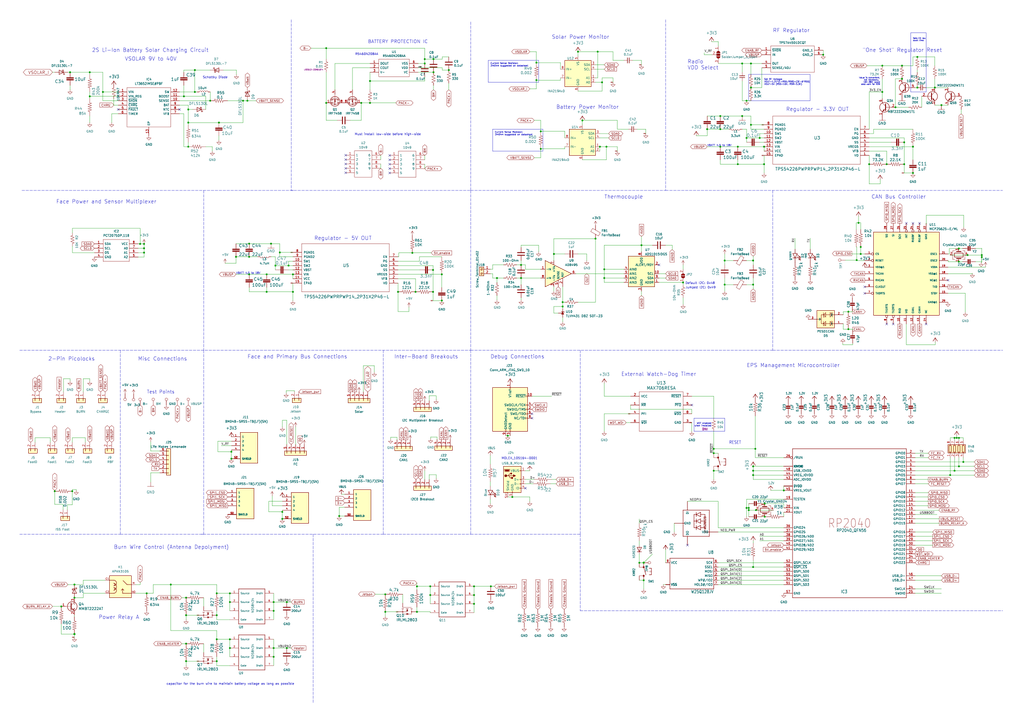
<source format=kicad_sch>
(kicad_sch (version 20231120) (generator "eeschema") (generator_version "8.0")
  (paper "A2")
  (lib_symbols
    (symbol "1049:1049" (pin_names (offset 0.762))
      (property "Reference" "U" (at 16.51 7.62 0))
      (property "Value" "1049" (at 16.51 5.08 0))
      (symbol "1049_0_0"
        (pin passive line (at 0 0 0) (length 5.08) (name "1") (number "1"))
        (pin passive line (at 0 -2.54 0) (length 5.08) (name "2") (number "2"))
        (pin passive line (at 0 -5.08 0) (length 5.08) (name "3") (number "3"))
        (pin passive line (at 0 -7.62 0) (length 5.08) (name "4") (number "4"))
        (pin passive line (at 0 -10.16 0) (length 5.08) (name "5") (number "5"))
        (pin passive line (at 20.32 0 180) (length 5.08) (name "6") (number "6"))
        (pin passive line (at 20.32 -2.54 180) (length 5.08) (name "7") (number "7"))
        (pin passive line (at 20.32 -5.08 180) (length 5.08) (name "8") (number "8"))
        (pin passive line (at 20.32 -7.62 180) (length 5.08) (name "9") (number "9"))
      )
    )
    (symbol "APAN3105:APAN3105" (pin_names (offset 1.016))
      (property "Reference" "K" (at -5.0833 8.1333 0))
      (property "Value" "APAN3105" (at -5.0813 -7.622 0))
      (symbol "APAN3105_0_0"
        (pin passive line (at -7.62 5.08 0) (length 2.54) (name "~") (number "C1"))
        (pin passive line (at -7.62 -2.54 0) (length 2.54) (name "~") (number "C2"))
        (pin passive line (at 10.16 2.54 180) (length 2.54) (name "~") (number "M"))
        (pin passive line (at 10.16 -2.54 180) (length 2.54) (name "~") (number "NO"))
      )
    )
    (symbol "Adafruit Ethernet FeatherWing-eagle-import:CAP_CERAMIC0603_NO"
      (property "Reference" "C" (at -2.29 1.25 90))
      (symbol "CAP_CERAMIC0603_NO_1_0"
        (pin passive line (at 0 5.08 270) (length 2.54) (name "1") (number "1"))
        (pin passive line (at 0 -2.54 90) (length 2.54) (name "2") (number "2"))
      )
    )
    (symbol "Adafruit ItsyBitsy RP2040-eagle-import:+3V3" (power)
      (property "Value" "+3V3" (at -2.54 -5.08 90))
      (symbol "+3V3_1_0"
        (pin power_in line (at 0 -2.54 90) (length 2.54) (name "+3V3") (number "1"))
      )
    )
    (symbol "Adafruit ItsyBitsy RP2040-eagle-import:1.2V" (power)
      (property "Value" "1.2V" (at -1.524 1.016 0))
      (symbol "1.2V_1_0"
        (pin power_in line (at 0 -2.54 90) (length 2.54) (name "1.2V") (number "1"))
      )
    )
    (symbol "Adafruit ItsyBitsy RP2040-eagle-import:CAP_CERAMIC_0402NO"
      (property "Reference" "C" (at -2.29 1.25 90))
      (property "Value" "CAP_CERAMIC_0402NO" (at 2.3 1.25 90))
      (symbol "CAP_CERAMIC_0402NO_1_0"
        (pin passive line (at 0 5.08 270) (length 2.54) (name "1") (number "1"))
        (pin passive line (at 0 -2.54 90) (length 2.54) (name "2") (number "2"))
      )
    )
    (symbol "Adafruit ItsyBitsy RP2040-eagle-import:CAP_CERAMIC_0603MP"
      (property "Reference" "C" (at -2.29 1.25 90))
      (property "Value" "CAP_CERAMIC_0603MP" (at 2.3 1.25 90))
      (symbol "CAP_CERAMIC_0603MP_1_0"
        (pin passive line (at 0 5.08 270) (length 2.54) (name "1") (number "1"))
        (pin passive line (at 0 -2.54 90) (length 2.54) (name "2") (number "2"))
      )
    )
    (symbol "Adafruit ItsyBitsy RP2040-eagle-import:DIODESOD-323F"
      (property "Reference" "D" (at -2.54 2.54 0))
      (property "Value" "DIODESOD-323F" (at -2.54 -3.81 0))
      (symbol "DIODESOD-323F_1_0"
        (pin passive line (at -2.54 0 0) (length 2.54) (name "A") (number "A"))
        (pin passive line (at 2.54 0 180) (length 2.54) (name "C") (number "C"))
      )
    )
    (symbol "Adafruit ItsyBitsy RP2040-eagle-import:LED0603_NOOUTLINE"
      (property "Reference" "D" (at -1.27 4.445 0))
      (property "Value" "LED0603_NOOUTLINE" (at -1.27 -2.794 0))
      (symbol "LED0603_NOOUTLINE_1_0"
        (pin passive line (at -5.08 0 0) (length 2.54) (name "A") (number "A"))
        (pin passive line (at 2.54 0 180) (length 2.54) (name "C") (number "C"))
      )
    )
    (symbol "Adafruit ItsyBitsy RP2040-eagle-import:RP2040_QFN56"
      (property "Reference" "IC3" (at -5.08 -40.64 0))
      (property "Value" "RP2040_QFN56" (at -7.62 -5.08 0))
      (symbol "RP2040_QFN56_1_0"
        (text "RP2040" (at 0 0 0) (effects (font (size 5.08 4.318))))
        (pin power_in line (at -38.1 33.02 0) (length 5.08) (name "IOVDD") (number "1"))
        (pin power_in line (at -38.1 33.02 0) (length 5.08) (name "IOVDD") (number "10"))
        (pin bidirectional line (at 38.1 17.78 180) (length 5.08) (name "GPIO8") (number "11"))
        (pin bidirectional line (at 38.1 15.24 180) (length 5.08) (name "GPIO9") (number "12"))
        (pin bidirectional line (at 38.1 12.7 180) (length 5.08) (name "GPIO10") (number "13"))
        (pin bidirectional line (at 38.1 10.16 180) (length 5.08) (name "GPIO11") (number "14"))
        (pin bidirectional line (at 38.1 7.62 180) (length 5.08) (name "GPIO12") (number "15"))
        (pin bidirectional line (at 38.1 5.08 180) (length 5.08) (name "GPIO13") (number "16"))
        (pin bidirectional line (at 38.1 2.54 180) (length 5.08) (name "GPIO14") (number "17"))
        (pin bidirectional line (at 38.1 0 180) (length 5.08) (name "GPIO15") (number "18"))
        (pin input line (at -38.1 13.97 0) (length 5.08) (name "TESTEN") (number "19"))
        (pin bidirectional line (at 38.1 40.64 180) (length 5.08) (name "GPIO0") (number "2"))
        (pin input line (at -38.1 8.89 0) (length 5.08) (name "XIN") (number "20"))
        (pin output line (at -38.1 6.35 0) (length 5.08) (name "XOUT") (number "21"))
        (pin power_in line (at -38.1 33.02 0) (length 5.08) (name "IOVDD") (number "22"))
        (pin power_in line (at -38.1 21.59 0) (length 5.08) (name "DVDD") (number "23"))
        (pin bidirectional line (at 38.1 -38.1 180) (length 5.08) (name "SWCLK") (number "24"))
        (pin bidirectional line (at 38.1 -40.64 180) (length 5.08) (name "SWDIO") (number "25"))
        (pin bidirectional inverted (at -38.1 38.1 0) (length 5.08) (name "/RUN") (number "26"))
        (pin bidirectional line (at 38.1 -5.08 180) (length 5.08) (name "GPIO16") (number "27"))
        (pin bidirectional line (at 38.1 -7.62 180) (length 5.08) (name "GPIO17") (number "28"))
        (pin bidirectional line (at 38.1 -10.16 180) (length 5.08) (name "GPIO18") (number "29"))
        (pin bidirectional line (at 38.1 38.1 180) (length 5.08) (name "GPIO1") (number "3"))
        (pin bidirectional line (at 38.1 -12.7 180) (length 5.08) (name "GPIO19") (number "30"))
        (pin bidirectional line (at 38.1 -15.24 180) (length 5.08) (name "GPIO20") (number "31"))
        (pin bidirectional line (at 38.1 -17.78 180) (length 5.08) (name "GPIO21") (number "32"))
        (pin power_in line (at -38.1 33.02 0) (length 5.08) (name "IOVDD") (number "33"))
        (pin bidirectional line (at 38.1 -20.32 180) (length 5.08) (name "GPIO22") (number "34"))
        (pin bidirectional line (at 38.1 -22.86 180) (length 5.08) (name "GPIO23") (number "35"))
        (pin bidirectional line (at -38.1 -2.54 0) (length 5.08) (name "GPIO24") (number "36"))
        (pin bidirectional line (at -38.1 -5.08 0) (length 5.08) (name "GPIO25") (number "37"))
        (pin bidirectional line (at -38.1 -7.62 0) (length 5.08) (name "GPIO26/AD0") (number "38"))
        (pin bidirectional line (at -38.1 -10.16 0) (length 5.08) (name "GPIO27/AD1") (number "39"))
        (pin bidirectional line (at 38.1 35.56 180) (length 5.08) (name "GPIO2") (number "4"))
        (pin bidirectional line (at -38.1 -12.7 0) (length 5.08) (name "GPIO28/AD2") (number "40"))
        (pin bidirectional line (at -38.1 -15.24 0) (length 5.08) (name "GPIO29/AD3") (number "41"))
        (pin power_in line (at -38.1 33.02 0) (length 5.08) (name "IOVDD") (number "42"))
        (pin power_in line (at -38.1 25.4 0) (length 5.08) (name "ADC_IOVDD") (number "43"))
        (pin power_in line (at -38.1 27.94 0) (length 5.08) (name "VREG_IOVDD") (number "44"))
        (pin power_in line (at -38.1 19.05 0) (length 5.08) (name "VREG_VOUT") (number "45"))
        (pin bidirectional line (at 38.1 -30.48 180) (length 5.08) (name "USB_D-") (number "46"))
        (pin bidirectional line (at 38.1 -33.02 180) (length 5.08) (name "USB_D+") (number "47"))
        (pin power_in line (at -38.1 30.48 0) (length 5.08) (name "USB_IOVDD") (number "48"))
        (pin power_in line (at -38.1 33.02 0) (length 5.08) (name "IOVDD") (number "49"))
        (pin bidirectional line (at 38.1 33.02 180) (length 5.08) (name "GPIO3") (number "5"))
        (pin power_in line (at -38.1 21.59 0) (length 5.08) (name "DVDD") (number "50"))
        (pin bidirectional line (at -38.1 -35.56 0) (length 5.08) (name "QSPI_SD3") (number "51"))
        (pin bidirectional line (at -38.1 -22.86 0) (length 5.08) (name "QSPI_SCLK") (number "52"))
        (pin bidirectional line (at -38.1 -27.94 0) (length 5.08) (name "QSPI_SD0") (number "53"))
        (pin bidirectional line (at -38.1 -33.02 0) (length 5.08) (name "QSPI_SD2") (number "54"))
        (pin bidirectional line (at -38.1 -30.48 0) (length 5.08) (name "QSPI_SD1") (number "55"))
        (pin bidirectional line (at -38.1 -25.4 0) (length 5.08) (name "~{QSPI_CS}") (number "56"))
        (pin power_in line (at -38.1 -40.64 0) (length 5.08) (name "GND") (number "57"))
        (pin bidirectional line (at 38.1 30.48 180) (length 5.08) (name "GPIO4") (number "6"))
        (pin bidirectional line (at 38.1 27.94 180) (length 5.08) (name "GPIO5") (number "7"))
        (pin bidirectional line (at 38.1 25.4 180) (length 5.08) (name "GPIO6") (number "8"))
        (pin bidirectional line (at 38.1 22.86 180) (length 5.08) (name "GPIO7") (number "9"))
      )
    )
    (symbol "Adafruit ItsyBitsy RP2040-eagle-import:SPIFLASH_8PIN_4X4"
      (property "Reference" "U8" (at -12.7 12.7 0))
      (property "Value" "W25Q128JV" (at -12.7 -10.16 0))
      (symbol "SPIFLASH_8PIN_4X4_1_0"
        (pin bidirectional line (at -15.24 5.08 0) (length 2.54) (name "SSEL") (number "1"))
        (pin bidirectional line (at -15.24 0 0) (length 2.54) (name "MISO") (number "2"))
        (pin bidirectional line (at -15.24 -2.54 0) (length 2.54) (name "WP#/IO2") (number "3"))
        (pin bidirectional line (at 15.24 -5.08 180) (length 2.54) (name "VSS") (number "4"))
        (pin bidirectional line (at -15.24 2.54 0) (length 2.54) (name "MOSI") (number "5"))
        (pin bidirectional line (at -15.24 7.62 0) (length 2.54) (name "SCK") (number "6"))
        (pin bidirectional line (at -15.24 -5.08 0) (length 2.54) (name "HOLD#/IO3") (number "7"))
        (pin bidirectional line (at 15.24 7.62 180) (length 2.54) (name "VCC") (number "8"))
        (pin bidirectional line (at 15.24 -5.08 180) (length 2.54) (name "VSS") (number "PAD"))
      )
    )
    (symbol "Adafruit ItsyBitsy RP2040-eagle-import:SWITCH_TACT_SMT4.6X2.8"
      (property "Reference" "SW" (at -2.54 6.35 0))
      (property "Value" "SWITCH_TACT_SMT4.6X2.8" (at -2.54 -5.08 0))
      (symbol "SWITCH_TACT_SMT4.6X2.8_1_0"
        (pin passive line (at -5.08 0 0) (length 2.54) (name "P") (number "A"))
        (pin passive line (at -5.08 -2.54 0) (length 2.54) (name "P1") (number "A'"))
        (pin passive line (at 5.08 0 180) (length 2.54) (name "S") (number "B"))
        (pin passive line (at 5.08 -2.54 180) (length 2.54) (name "S1") (number "B'"))
      )
    )
    (symbol "Adafruit ItsyBitsy RP2040-eagle-import:VBUS" (power)
      (property "Value" "VBUS" (at -1.524 1.016 0))
      (symbol "VBUS_1_0"
        (pin power_in line (at 0 -2.54 90) (length 2.54) (name "VBUS") (number "1"))
      )
    )
    (symbol "Adafruit ItsyBitsy RP2040-eagle-import:WS2812B_SK6805_1515"
      (symbol "WS2812B_SK6805_1515_1_0"
        (text "WS2812B" (at -4.064 8.382 0) (effects (font (size 1.27 1.0795)) (justify left bottom)))
        (pin power_in line (at 5.08 15.24 270) (length 5.08) (name "VDD") (number "1"))
        (pin output line (at 12.7 -2.54 180) (length 5.08) (name "DO") (number "2"))
        (pin power_in line (at 0 -10.16 90) (length 5.08) (name "GND") (number "3"))
        (pin input line (at -12.7 -2.54 0) (length 5.08) (name "DI") (number "4"))
      )
    )
    (symbol "Analog_ADC:ADS1015IDGS"
      (property "Reference" "U" (at 2.54 13.97 0))
      (property "Value" "ADS1015IDGS" (at 7.62 11.43 0))
      (symbol "ADS1015IDGS_1_1"
        (pin input line (at 10.16 -5.08 180) (length 2.54) (name "ADDR") (number "1"))
        (pin input line (at 10.16 0 180) (length 2.54) (name "SCL") (number "10"))
        (pin output line (at 10.16 5.08 180) (length 2.54) (name "ALERT/RDY") (number "2"))
        (pin power_in line (at 0 -10.16 90) (length 2.54) (name "GND") (number "3"))
        (pin input line (at -10.16 2.54 0) (length 2.54) (name "AIN0") (number "4"))
        (pin input line (at -10.16 0 0) (length 2.54) (name "AIN1") (number "5"))
        (pin input line (at -10.16 -2.54 0) (length 2.54) (name "AIN2") (number "6"))
        (pin input line (at -10.16 -5.08 0) (length 2.54) (name "AIN3") (number "7"))
        (pin power_in line (at 0 12.7 270) (length 2.54) (name "VDD") (number "8"))
        (pin bidirectional line (at 10.16 -2.54 180) (length 2.54) (name "SDA") (number "9"))
      )
    )
    (symbol "Analog_ADC:INA219AxD"
      (property "Reference" "U" (at -6.35 8.89 0))
      (property "Value" "INA219AxD" (at 5.08 8.89 0))
      (symbol "INA219AxD_1_1"
        (pin input line (at 10.16 -2.54 180) (length 2.54) (name "A1") (number "1"))
        (pin input line (at 10.16 -5.08 180) (length 2.54) (name "A0") (number "2"))
        (pin bidirectional line (at 10.16 5.08 180) (length 2.54) (name "SDA") (number "3"))
        (pin input line (at 10.16 2.54 180) (length 2.54) (name "SCL") (number "4"))
        (pin power_in line (at 0 10.16 270) (length 2.54) (name "VS") (number "5"))
        (pin power_in line (at 0 -10.16 90) (length 2.54) (name "GND") (number "6"))
        (pin input line (at -10.16 -2.54 0) (length 2.54) (name "IN-") (number "7"))
        (pin input line (at -10.16 2.54 0) (length 2.54) (name "IN+") (number "8"))
      )
    )
    (symbol "BM04B-SRSS-TB_LF__SN_:BM04B-SRSS-TB(LF)(SN)" (pin_names (offset 1.016))
      (property "Reference" "J" (at -5.08 10.922 0))
      (property "Value" "BM04B-SRSS-TB(LF)(SN)" (at -5.08 -10.16 0))
      (symbol "BM04B-SRSS-TB(LF)(SN)_0_0"
        (pin passive line (at -10.16 7.62 0) (length 5.08) (name "1") (number "1"))
        (pin passive line (at -10.16 5.08 0) (length 5.08) (name "2") (number "2"))
        (pin passive line (at -10.16 2.54 0) (length 5.08) (name "3") (number "3"))
        (pin passive line (at -10.16 0 0) (length 5.08) (name "4") (number "4"))
        (pin passive line (at -10.16 -5.08 0) (length 5.08) (name "SHIELD") (number "S1"))
        (pin passive line (at -10.16 -5.08 0) (length 5.08) (name "SHIELD") (number "S2"))
      )
    )
    (symbol "Connector:Conn_ARM_JTAG_SWD_10" (pin_names (offset 1.016))
      (property "Reference" "J" (at -2.54 16.51 0))
      (property "Value" "Conn_ARM_JTAG_SWD_10" (at -2.54 13.97 0))
      (symbol "Conn_ARM_JTAG_SWD_10_1_1"
        (pin power_in line (at 0 15.24 270) (length 2.54) (name "VTref") (number "1"))
        (pin open_collector line (at 12.7 7.62 180) (length 2.54) (name "~{RESET}") (number "10"))
        (pin bidirectional line (at 12.7 0 180) (length 2.54) (name "SWDIO/TMS") (number "2"))
        (pin power_in line (at 0 -15.24 90) (length 2.54) (name "GND") (number "3"))
        (pin output line (at 12.7 2.54 180) (length 2.54) (name "SWDCLK/TCK") (number "4"))
        (pin passive line (at 0 -15.24 90) (length 2.54) hide (name "GND") (number "5"))
        (pin input line (at 12.7 -2.54 180) (length 2.54) (name "SWO/TDO") (number "6"))
        (pin no_connect line (at -10.16 0 0) (length 2.54) hide (name "KEY") (number "7"))
        (pin output line (at 12.7 -5.08 180) (length 2.54) (name "NC/TDI") (number "8"))
        (pin passive line (at -2.54 -15.24 90) (length 2.54) (name "GNDDetect") (number "9"))
      )
    )
    (symbol "Connector:Screw_Terminal_01x02" (pin_names (offset 1.016) hide)
      (property "Reference" "J" (at 0 2.54 0))
      (property "Value" "Screw_Terminal_01x02" (at 0 -5.08 0))
      (symbol "Screw_Terminal_01x02_1_1"
        (pin passive line (at -5.08 0 0) (length 3.81) (name "Pin_1") (number "1"))
        (pin passive line (at -5.08 -2.54 0) (length 3.81) (name "Pin_2") (number "2"))
      )
    )
    (symbol "Connector:TestPoint" (pin_numbers hide) (pin_names (offset 0.762) hide)
      (property "Reference" "TP" (at 0 6.858 0))
      (property "Value" "TestPoint" (at 0 5.08 0))
      (symbol "TestPoint_1_1"
        (pin passive line (at 0 0 90) (length 2.54) (name "1") (number "1"))
      )
    )
    (symbol "Connector:USB_B_Micro" (pin_names (offset 1.016))
      (property "Reference" "J8" (at 0 11.938 0))
      (property "Value" "USB_B_Micro" (at 0 9.398 0))
      (symbol "USB_B_Micro_1_1"
        (pin power_out line (at 7.62 5.08 180) (length 2.54) (name "VBUS") (number "1"))
        (pin bidirectional line (at 7.62 -2.54 180) (length 2.54) (name "D-") (number "2"))
        (pin bidirectional line (at 7.62 0 180) (length 2.54) (name "D+") (number "3"))
        (pin passive line (at 7.62 -5.08 180) (length 2.54) (name "ID") (number "4"))
        (pin power_out line (at 0 -10.16 90) (length 2.54) (name "GND") (number "5"))
        (pin passive line (at -2.54 -10.16 90) (length 2.54) (name "Shield") (number "SH1"))
      )
    )
    (symbol "Connector_Generic:Conn_01x02" (pin_names (offset 1.016) hide)
      (property "Reference" "J" (at 0 2.54 0))
      (property "Value" "Conn_01x02" (at 0 -5.08 0))
      (symbol "Conn_01x02_1_1"
        (pin passive line (at -5.08 0 0) (length 3.81) (name "Pin_1") (number "1"))
        (pin passive line (at -5.08 -2.54 0) (length 3.81) (name "Pin_2") (number "2"))
      )
    )
    (symbol "Connector_Generic:Conn_01x04" (pin_names (offset 1.016) hide)
      (property "Reference" "J" (at 0 5.08 0))
      (property "Value" "Conn_01x04" (at 0 -7.62 0))
      (symbol "Conn_01x04_1_1"
        (pin passive line (at -5.08 2.54 0) (length 3.81) (name "Pin_1") (number "1"))
        (pin passive line (at -5.08 0 0) (length 3.81) (name "Pin_2") (number "2"))
        (pin passive line (at -5.08 -2.54 0) (length 3.81) (name "Pin_3") (number "3"))
        (pin passive line (at -5.08 -5.08 0) (length 3.81) (name "Pin_4") (number "4"))
      )
    )
    (symbol "Connector_Generic:Conn_01x06" (pin_names (offset 1.016) hide)
      (property "Reference" "J" (at 0 7.62 0))
      (property "Value" "Conn_01x06" (at 0 -10.16 0))
      (symbol "Conn_01x06_1_1"
        (pin passive line (at -5.08 5.08 0) (length 3.81) (name "Pin_1") (number "1"))
        (pin passive line (at -5.08 2.54 0) (length 3.81) (name "Pin_2") (number "2"))
        (pin passive line (at -5.08 0 0) (length 3.81) (name "Pin_3") (number "3"))
        (pin passive line (at -5.08 -2.54 0) (length 3.81) (name "Pin_4") (number "4"))
        (pin passive line (at -5.08 -5.08 0) (length 3.81) (name "Pin_5") (number "5"))
        (pin passive line (at -5.08 -7.62 0) (length 3.81) (name "Pin_6") (number "6"))
      )
    )
    (symbol "Device:C" (pin_numbers hide) (pin_names (offset 0.254))
      (property "Reference" "C" (at 0.635 2.54 0))
      (property "Value" "C" (at 0.635 -2.54 0))
      (symbol "C_1_1"
        (pin passive line (at 0 3.81 270) (length 2.794) (name "~") (number "1"))
        (pin passive line (at 0 -3.81 90) (length 2.794) (name "~") (number "2"))
      )
    )
    (symbol "Device:C_Small" (pin_numbers hide) (pin_names (offset 0.254) hide)
      (property "Reference" "C" (at 0.254 1.778 0))
      (property "Value" "C_Small" (at 0.254 -2.032 0))
      (symbol "C_Small_1_1"
        (pin passive line (at 0 2.54 270) (length 2.032) (name "~") (number "1"))
        (pin passive line (at 0 -2.54 90) (length 2.032) (name "~") (number "2"))
      )
    )
    (symbol "Device:Crystal_GND24" (pin_names (offset 1.016) hide)
      (property "Reference" "Y" (at 3.175 5.08 0))
      (property "Value" "Crystal_GND24" (at 3.175 3.175 0))
      (symbol "Crystal_GND24_1_1"
        (pin passive line (at -3.81 0 0) (length 1.27) (name "1") (number "1"))
        (pin passive line (at 0 5.08 270) (length 1.27) (name "2") (number "2"))
        (pin passive line (at 3.81 0 180) (length 1.27) (name "3") (number "3"))
        (pin passive line (at 0 -5.08 90) (length 1.27) (name "4") (number "4"))
      )
    )
    (symbol "Device:D_Schottky" (pin_numbers hide) (pin_names (offset 1.016) hide)
      (property "Reference" "D" (at 0 2.54 0))
      (property "Value" "D_Schottky" (at 0 -2.54 0))
      (symbol "D_Schottky_1_1"
        (pin passive line (at -3.81 0 0) (length 2.54) (name "K") (number "1"))
        (pin passive line (at 3.81 0 180) (length 2.54) (name "A") (number "2"))
      )
    )
    (symbol "Device:FerriteBead" (pin_numbers hide) (pin_names (offset 0))
      (property "Reference" "FB" (at -3.81 0.635 90))
      (property "Value" "FerriteBead" (at 3.81 0 90))
      (symbol "FerriteBead_1_1"
        (pin passive line (at 0 3.81 270) (length 2.54) (name "~") (number "1"))
        (pin passive line (at 0 -3.81 90) (length 2.54) (name "~") (number "2"))
      )
    )
    (symbol "Device:L" (pin_numbers hide) (pin_names (offset 1.016) hide)
      (property "Reference" "L" (at -1.27 0 90))
      (property "Value" "L" (at 1.905 0 90))
      (symbol "L_1_1"
        (pin passive line (at 0 3.81 270) (length 1.27) (name "1") (number "1"))
        (pin passive line (at 0 -3.81 90) (length 1.27) (name "2") (number "2"))
      )
    )
    (symbol "Device:R_Pack04" (pin_names (offset 0) hide)
      (property "Reference" "RN" (at -7.62 0 90))
      (property "Value" "R_Pack04" (at 5.08 0 90))
      (symbol "R_Pack04_1_1"
        (pin passive line (at -5.08 -5.08 90) (length 2.54) (name "R1.1") (number "1"))
        (pin passive line (at -2.54 -5.08 90) (length 2.54) (name "R2.1") (number "2"))
        (pin passive line (at 0 -5.08 90) (length 2.54) (name "R3.1") (number "3"))
        (pin passive line (at 2.54 -5.08 90) (length 2.54) (name "R4.1") (number "4"))
        (pin passive line (at 2.54 5.08 270) (length 2.54) (name "R4.2") (number "5"))
        (pin passive line (at 0 5.08 270) (length 2.54) (name "R3.2") (number "6"))
        (pin passive line (at -2.54 5.08 270) (length 2.54) (name "R2.2") (number "7"))
        (pin passive line (at -5.08 5.08 270) (length 2.54) (name "R1.2") (number "8"))
      )
    )
    (symbol "Device:R_US" (pin_numbers hide) (pin_names (offset 0))
      (property "Reference" "R" (at 2.54 0 90))
      (property "Value" "R_US" (at -2.54 0 90))
      (symbol "R_US_1_1"
        (pin passive line (at 0 3.81 270) (length 1.27) (name "~") (number "1"))
        (pin passive line (at 0 -3.81 90) (length 1.27) (name "~") (number "2"))
      )
    )
    (symbol "Jumper:SolderJumper_2_Open" (pin_names (offset 0) hide)
      (property "Reference" "JP" (at 0 2.032 0))
      (property "Value" "SolderJumper_2_Open" (at 0 -2.54 0))
      (symbol "SolderJumper_2_Open_1_1"
        (pin passive line (at -3.81 0 0) (length 2.54) (name "A") (number "1"))
        (pin passive line (at 3.81 0 180) (length 2.54) (name "B") (number "2"))
      )
    )
    (symbol "Jumper:SolderJumper_3_Open" (pin_names (offset 0) hide)
      (property "Reference" "JP" (at -2.54 -2.54 0))
      (property "Value" "SolderJumper_3_Open" (at 0 2.794 0))
      (symbol "SolderJumper_3_Open_1_1"
        (pin passive line (at -5.08 0 0) (length 2.54) (name "A") (number "1"))
        (pin passive line (at 0 -3.81 90) (length 2.54) (name "C") (number "2"))
        (pin passive line (at 5.08 0 180) (length 2.54) (name "B") (number "3"))
      )
    )
    (symbol "LT3652IMSE#PBF:LT3652IMSE#PBF" (pin_names (offset 0.762))
      (property "Reference" "IC" (at 31.75 7.62 0))
      (property "Value" "LT3652IMSE#PBF" (at 31.75 5.08 0))
      (symbol "LT3652IMSE#PBF_0_0"
        (pin passive line (at 0 0 0) (length 5.08) (name "VIN") (number "1"))
        (pin passive line (at 35.56 -5.08 180) (length 5.08) (name "SENSE") (number "10"))
        (pin passive line (at 35.56 -2.54 180) (length 5.08) (name "BOOST") (number "11"))
        (pin passive line (at 35.56 0 180) (length 5.08) (name "SW") (number "12"))
        (pin passive line (at 17.78 -25.4 90) (length 5.08) (name "EP") (number "13"))
        (pin passive line (at 0 -2.54 0) (length 5.08) (name "VIN_REG") (number "2"))
        (pin passive line (at 0 -5.08 0) (length 5.08) (name "~{SHDN}") (number "3"))
        (pin passive line (at 0 -7.62 0) (length 5.08) (name "~{CHRG}") (number "4"))
        (pin passive line (at 0 -10.16 0) (length 5.08) (name "~{FAULT}") (number "5"))
        (pin passive line (at 0 -12.7 0) (length 5.08) (name "TIMER") (number "6"))
        (pin passive line (at 35.56 -12.7 180) (length 5.08) (name "VFB") (number "7"))
        (pin passive line (at 35.56 -10.16 180) (length 5.08) (name "NTC") (number "8"))
        (pin passive line (at 35.56 -7.62 180) (length 5.08) (name "BAT") (number "9"))
      )
    )
    (symbol "MCP25625-E_ML:MCP25625-E/ML" (pin_names (offset 1.016))
      (property "Reference" "U" (at 40.652 -33.0298 0))
      (property "Value" "MCP25625-E{slash}ML" (at 40.6941 -35.6074 0))
      (symbol "MCP25625-E/ML_0_0"
        (pin bidirectional inverted (at -5.08 0 0) (length 5.08) (name "CS") (number "1"))
        (pin bidirectional line (at 15.24 -40.64 90) (length 5.08) (name "RXD") (number "10"))
        (pin bidirectional line (at 19.05 -40.64 90) (length 5.08) (name "VIO") (number "11"))
        (pin bidirectional line (at 22.86 -40.64 90) (length 5.08) (name "CANL") (number "12"))
        (pin bidirectional line (at 26.67 -40.64 90) (length 5.08) (name "CANH") (number "13"))
        (pin bidirectional line (at 30.48 -40.64 90) (length 5.08) (name "NC") (number "14"))
        (pin bidirectional line (at 43.18 -22.86 180) (length 5.08) (name "STBY") (number "15"))
        (pin bidirectional line (at 43.18 -19.05 180) (length 5.08) (name "TXD") (number "16"))
        (pin bidirectional line (at 43.18 -15.24 180) (length 5.08) (name "NC@1") (number "17"))
        (pin bidirectional line (at 43.18 -11.43 180) (length 5.08) (name "VSS@1") (number "18"))
        (pin bidirectional line (at 43.18 -7.62 180) (length 5.08) (name "VDDA") (number "19"))
        (pin bidirectional inverted (at -5.08 -3.81 0) (length 5.08) (name "RESET") (number "2"))
        (pin bidirectional line (at 43.18 -3.81 180) (length 5.08) (name "OSC2") (number "20"))
        (pin bidirectional line (at 43.18 0 180) (length 5.08) (name "OSC1") (number "21"))
        (pin bidirectional line (at 30.48 17.78 270) (length 5.08) (name "GND") (number "22"))
        (pin bidirectional inverted (at 26.67 17.78 270) (length 5.08) (name "RX1BF") (number "23"))
        (pin bidirectional inverted (at 22.86 17.78 270) (length 5.08) (name "RX0BF") (number "24"))
        (pin bidirectional inverted (at 19.05 17.78 270) (length 5.08) (name "INT") (number "25"))
        (pin bidirectional line (at 15.24 17.78 270) (length 5.08) (name "SCK") (number "26"))
        (pin bidirectional line (at 11.43 17.78 270) (length 5.08) (name "SI") (number "27"))
        (pin bidirectional line (at 7.62 17.78 270) (length 5.08) (name "SO") (number "28"))
        (pin bidirectional line (at 43.18 -27.94 180) (length 5.08) (name "GND@1") (number "29"))
        (pin bidirectional line (at -5.08 -7.62 0) (length 5.08) (name "VDD@1") (number "3"))
        (pin bidirectional line (at -5.08 -11.43 0) (length 5.08) (name "TXCAN") (number "4"))
        (pin bidirectional line (at -5.08 -15.24 0) (length 5.08) (name "RXCAN") (number "5"))
        (pin bidirectional line (at -5.08 -19.05 0) (length 5.08) (name "CLKOUT") (number "6"))
        (pin bidirectional inverted (at -5.08 -22.86 0) (length 5.08) (name "TX0RTS") (number "7"))
        (pin bidirectional inverted (at 7.62 -40.64 90) (length 5.08) (name "TX1RTS") (number "8"))
        (pin bidirectional inverted (at 11.43 -40.64 90) (length 5.08) (name "TX2RTS") (number "9"))
      )
    )
    (symbol "Max_Lib:Connector_Generic_Conn_01x05" (pin_names (offset 1.016) hide)
      (property "Reference" "J" (at 0 7.62 0))
      (property "Value" "Connector_Generic_Conn_01x05" (at 0 -7.62 0))
      (symbol "Connector_Generic_Conn_01x05_1_1"
        (pin passive line (at -5.08 5.08 0) (length 3.81) (name "Pin_1") (number "1"))
        (pin passive line (at -5.08 2.54 0) (length 3.81) (name "Pin_2") (number "2"))
        (pin passive line (at -5.08 0 0) (length 3.81) (name "Pin_3") (number "3"))
        (pin passive line (at -5.08 -2.54 0) (length 3.81) (name "Pin_4") (number "4"))
        (pin passive line (at -5.08 -5.08 0) (length 3.81) (name "Pin_5") (number "5"))
      )
    )
    (symbol "Max_Lib:GND" (power) (pin_names (offset 1.016))
      (property "Value" "GND" (at -2.54 -2.54 0))
      (symbol "GND_1_0"
        (pin power_in line (at 0 2.54 270) (length 2.54) (name "GND") (number "1"))
      )
    )
    (symbol "PCT2075DP_118:PCT2075DP,118" (pin_names (offset 0.762))
      (property "Reference" "IC" (at 21.59 7.62 0))
      (property "Value" "PCT2075DP,118" (at 21.59 5.08 0))
      (symbol "PCT2075DP,118_0_0"
        (pin passive line (at 0 0 0) (length 5.08) (name "SDA") (number "1"))
        (pin passive line (at 0 -2.54 0) (length 5.08) (name "SCL") (number "2"))
        (pin passive line (at 0 -5.08 0) (length 5.08) (name "OS") (number "3"))
        (pin passive line (at 0 -7.62 0) (length 5.08) (name "GND") (number "4"))
        (pin passive line (at 25.4 -7.62 180) (length 5.08) (name "A2") (number "5"))
        (pin passive line (at 25.4 -5.08 180) (length 5.08) (name "A1") (number "6"))
        (pin passive line (at 25.4 -2.54 180) (length 5.08) (name "A0") (number "7"))
        (pin passive line (at 25.4 0 180) (length 5.08) (name "VCC") (number "8"))
      )
    )
    (symbol "PESD1CAN:PESD1CAN" (pin_names (offset 1.016))
      (property "Reference" "D" (at 0 11.4366 0))
      (property "Value" "PESD1CAN" (at 0 -2.542 0))
      (symbol "PESD1CAN_0_0"
        (pin bidirectional line (at -5.08 7.62 0) (length 5.08) (name "1") (number "1"))
        (pin bidirectional line (at -5.08 2.54 0) (length 5.08) (name "2") (number "2"))
        (pin bidirectional line (at 15.24 5.08 180) (length 5.08) (name "3") (number "3"))
      )
    )
    (symbol "Reference_Voltage:TL431DBZ" (pin_numbers hide) (pin_names hide)
      (property "Reference" "U" (at -2.54 2.54 0))
      (property "Value" "TL431DBZ" (at 0 -2.54 0))
      (symbol "TL431DBZ_1_1"
        (pin passive line (at 2.54 0 180) (length 2.54) (name "K") (number "1"))
        (pin passive line (at 0 2.54 270) (length 2.54) (name "REF") (number "2"))
        (pin passive line (at -2.54 0 0) (length 2.54) (name "A") (number "3"))
      )
    )
    (symbol "Sensor_Temperature:AD8495"
      (property "Reference" "U" (at 5.08 3.81 0))
      (property "Value" "AD8495" (at 8.89 -3.81 0))
      (symbol "AD8495_1_1"
        (pin input line (at -10.16 2.54 0) (length 2.54) (name "-IN") (number "1"))
        (pin input line (at 2.54 -7.62 90) (length 5.08) (name "REF") (number "2"))
        (pin power_in line (at -2.54 -7.62 90) (length 2.54) (name "-Vs") (number "3"))
        (pin no_connect line (at -5.08 0 180) (length 2.54) hide (name "NC") (number "4"))
        (pin passive line (at 0 -7.62 90) (length 3.81) (name "SENSE") (number "5"))
        (pin output line (at 10.16 0 180) (length 2.54) (name "~") (number "6"))
        (pin power_in line (at -2.54 7.62 270) (length 2.54) (name "+Vs") (number "7"))
        (pin input line (at -10.16 -2.54 0) (length 2.54) (name "+IN") (number "8"))
      )
    )
    (symbol "Transistor_BJT:MBT2222ADW1T1" (pin_names (offset 0) hide)
      (property "Reference" "Q" (at 5.08 1.27 0))
      (property "Value" "MBT2222ADW1T1" (at 5.08 -1.27 0))
      (symbol "MBT2222ADW1T1_1_1"
        (pin passive line (at 2.54 -5.08 90) (length 2.54) (name "E1") (number "1"))
        (pin input line (at -5.08 0 0) (length 2.54) (name "B1") (number "2"))
        (pin passive line (at 2.54 5.08 270) (length 2.54) (name "C1") (number "6"))
      )
      (symbol "MBT2222ADW1T1_2_1"
        (pin passive line (at 2.54 5.08 270) (length 2.54) (name "C2") (number "3"))
        (pin passive line (at 2.54 -5.08 90) (length 2.54) (name "E2") (number "4"))
        (pin input line (at -5.08 0 0) (length 2.54) (name "B2") (number "5"))
      )
    )
    (symbol "Transistor_FET:IRF7404" (pin_names hide)
      (property "Reference" "Q" (at 5.08 1.905 0))
      (property "Value" "IRF7404" (at 5.08 0 0))
      (symbol "IRF7404_1_1"
        (pin passive line (at 2.54 -5.08 90) (length 2.54) (name "S") (number "1"))
        (pin passive line (at 2.54 -5.08 90) (length 2.54) hide (name "S") (number "2"))
        (pin passive line (at 2.54 -5.08 90) (length 2.54) hide (name "S") (number "3"))
        (pin passive line (at -5.08 0 0) (length 2.54) (name "G") (number "4"))
        (pin passive line (at 2.54 5.08 270) (length 2.54) hide (name "D") (number "5"))
        (pin passive line (at 2.54 5.08 270) (length 2.54) hide (name "D") (number "6"))
        (pin passive line (at 2.54 5.08 270) (length 2.54) hide (name "D") (number "7"))
        (pin passive line (at 2.54 5.08 270) (length 2.54) (name "D") (number "8"))
      )
    )
    (symbol "batteryboard-rescue:R5460N233AF-symbols" (pin_names (offset 0.762))
      (property "Reference" "U" (at 12.7 3.81 0))
      (property "Value" "R5460N233AF-symbols" (at 7.62 -8.89 0))
      (symbol "R5460N233AF-symbols_0_0"
        (pin unspecified line (at 0 0 0) (length 5.08) (name "DOUT") (number "1"))
        (pin unspecified line (at 0 -2.54 0) (length 5.08) (name "COUT") (number "2"))
        (pin unspecified line (at 0 -5.08 0) (length 5.08) (name "V-") (number "3"))
        (pin unspecified line (at 27.94 -5.08 180) (length 5.08) (name "VC") (number "4"))
        (pin unspecified line (at 27.94 -2.54 180) (length 5.08) (name "VDD") (number "5"))
        (pin unspecified line (at 27.94 0 180) (length 5.08) (name "VSS") (number "6"))
      )
    )
    (symbol "mainboard:1.0UF-0603-16V-10%" (pin_names (offset 1.016))
      (property "Reference" "C" (at 1.524 2.921 0))
      (property "Value" "1.0UF-0603-16V-10%" (at 1.524 -2.159 0))
      (symbol "1.0UF-0603-16V-10%_1_0"
        (pin passive line (at 0 5.08 270) (length 2.54) (name "1") (number "1"))
        (pin passive line (at 0 -2.54 90) (length 2.54) (name "2") (number "2"))
      )
    )
    (symbol "mainboard:10KOHM-1_10W-1%(0603)0603" (pin_names (offset 1.016))
      (property "Reference" "R" (at -3.81 1.4986 0))
      (property "Value" "10KOHM-1_10W-1%(0603)0603" (at -3.81 -3.302 0))
      (symbol "10KOHM-1_10W-1%(0603)0603_1_0"
        (pin passive line (at -5.08 0 0) (length 2.54) (name "1") (number "1"))
        (pin passive line (at 5.08 0 180) (length 2.54) (name "2") (number "2"))
      )
    )
    (symbol "mainboard:10UF-0603-6.3V-20%" (pin_names (offset 1.016))
      (property "Reference" "C" (at 1.524 2.921 0))
      (property "Value" "10UF-0603-6.3V-20%" (at 1.524 -2.159 0))
      (symbol "10UF-0603-6.3V-20%_1_0"
        (pin passive line (at 0 5.08 270) (length 2.54) (name "1") (number "1"))
        (pin passive line (at 0 -2.54 90) (length 2.54) (name "2") (number "2"))
      )
    )
    (symbol "mainboard:22UF-0805-6.3V-20%" (pin_names (offset 1.016))
      (property "Reference" "C" (at 1.524 2.921 0))
      (property "Value" "22UF-0805-6.3V-20%" (at 1.524 -2.159 0))
      (symbol "22UF-0805-6.3V-20%_1_0"
        (pin passive line (at 0 5.08 270) (length 2.54) (name "1") (number "1"))
        (pin passive line (at 0 -2.54 90) (length 2.54) (name "2") (number "2"))
      )
    )
    (symbol "mainboard:22UF-1210-16V-20%" (pin_names (offset 1.016))
      (property "Reference" "C" (at 1.524 2.921 0))
      (property "Value" "22UF-1210-16V-20%" (at 1.524 -2.159 0))
      (symbol "22UF-1210-16V-20%_1_0"
        (pin passive line (at 0 5.08 270) (length 2.54) (name "1") (number "1"))
        (pin passive line (at 0 -2.54 90) (length 2.54) (name "2") (number "2"))
      )
    )
    (symbol "mainboard:3.3NF-0603-100V-10%" (pin_names (offset 1.016))
      (property "Reference" "C" (at 1.524 2.921 0))
      (property "Value" "3.3NF-0603-100V-10%" (at 1.524 -2.159 0))
      (symbol "3.3NF-0603-100V-10%_1_0"
        (pin passive line (at 0 5.08 270) (length 2.54) (name "1") (number "1"))
        (pin passive line (at 0 -2.54 90) (length 2.54) (name "2") (number "2"))
      )
    )
    (symbol "mainboard:GND" (power) (pin_names (offset 1.016))
      (property "Value" "GND" (at -2.54 -2.54 0))
      (symbol "GND_1_0"
        (pin power_in line (at 0 2.54 270) (length 2.54) (name "GND") (number "1"))
      )
    )
    (symbol "mainboard:IRLML2803TRPBF" (pin_names (offset 1.016))
      (property "Reference" "Q" (at -11.43 1.27 0))
      (property "Value" "IRLML2803TRPBF" (at -11.43 3.81 0))
      (symbol "IRLML2803TRPBF_1_0"
        (pin passive line (at -2.54 -2.54 0) (length 2.54) (name "G") (number "1"))
        (pin passive line (at 2.54 -5.08 90) (length 2.54) (name "S") (number "2"))
        (pin passive line (at 2.54 5.08 270) (length 2.54) (name "D") (number "3"))
      )
    )
    (symbol "mainboard:MAX708RESA-T" (pin_names (offset 1.016))
      (property "Reference" "U" (at 15.5956 9.1186 0))
      (property "Value" "MAX708RESA-T" (at 14.9606 6.5786 0))
      (symbol "MAX708RESA-T_1_0"
        (pin input line (at 2.54 -2.54 0) (length 5.08) (name "~{MR}") (number "1"))
        (pin power_in line (at 2.54 2.54 0) (length 5.08) (name "VCC") (number "2"))
        (pin power_in line (at 38.1 -12.7 180) (length 5.08) (name "GND") (number "3"))
        (pin input line (at 2.54 -7.62 0) (length 5.08) (name "PFI") (number "4"))
        (pin output line (at 38.1 -2.54 180) (length 5.08) (name "~{PFO}") (number "5"))
        (pin input line (at 2.54 -12.7 0) (length 5.08) (name "~{WDI}") (number "6"))
        (pin output line (at 38.1 2.54 180) (length 5.08) (name "~{RESET}") (number "7"))
        (pin output line (at 38.1 -7.62 180) (length 5.08) (name "~{WDO}") (number "8"))
      )
    )
    (symbol "mainboard:MMBT2222AT" (pin_names (offset 1.016) hide)
      (property "Reference" "Q" (at -8.89 3.81 0))
      (property "Value" "MMBT2222AT" (at 2.54 -1.27 0))
      (symbol "MMBT2222AT_1_1"
        (pin input line (at -7.62 0 0) (length 2.54) (name "B") (number "1"))
        (pin passive line (at 0 -5.08 90) (length 2.54) (name "E") (number "2"))
        (pin passive line (at 0 5.08 270) (length 2.54) (name "C") (number "3"))
      )
    )
    (symbol "mainboard:NDS8434" (pin_names (offset 1.016))
      (symbol "NDS8434_0_0"
        (pin bidirectional line (at -12.7 7.62 0) (length 5.08) (name "Source") (number "1"))
        (pin bidirectional line (at -12.7 2.54 0) (length 5.08) (name "Source") (number "2"))
        (pin bidirectional line (at -12.7 -2.54 0) (length 5.08) (name "Source") (number "3"))
        (pin bidirectional line (at -12.7 -7.62 0) (length 5.08) (name "Gate") (number "4"))
        (pin bidirectional line (at 12.7 7.62 180) (length 5.08) (name "Drain") (number "5"))
        (pin bidirectional line (at 12.7 2.54 180) (length 5.08) (name "Drain") (number "6"))
        (pin bidirectional line (at 12.7 -7.62 180) (length 5.08) (name "Drain") (number "7"))
        (pin bidirectional line (at 12.7 -2.54 180) (length 5.08) (name "Drain") (number "8"))
      )
    )
    (symbol "mainboard:R-US_R0603" (pin_names (offset 1.016))
      (property "Reference" "R" (at -3.81 1.4986 0))
      (property "Value" "R-US_R0603" (at -3.81 -3.302 0))
      (symbol "R-US_R0603_1_0"
        (pin passive line (at -5.08 0 0) (length 2.54) (name "1") (number "1"))
        (pin passive line (at 5.08 0 180) (length 2.54) (name "2") (number "2"))
      )
    )
    (symbol "mainboard:R-US_R2512" (pin_names (offset 1.016))
      (property "Reference" "R" (at -3.81 1.4986 0))
      (property "Value" "R-US_R2512" (at -3.81 -3.302 0))
      (symbol "R-US_R2512_1_0"
        (pin passive line (at -5.08 0 0) (length 2.54) (name "1") (number "1"))
        (pin passive line (at 5.08 0 180) (length 2.54) (name "2") (number "2"))
      )
    )
    (symbol "mainboard:RESISTOR0603" (pin_names (offset 1.016))
      (property "Reference" "R" (at 0 1.524 0))
      (property "Value" "RESISTOR0603" (at 0 -1.524 0))
      (symbol "RESISTOR0603_1_0"
        (pin passive line (at -5.08 0 0) (length 2.54) (name "1") (number "1"))
        (pin passive line (at 5.08 0 180) (length 2.54) (name "2") (number "2"))
      )
    )
    (symbol "mainboard:TPS54226PWPRPWP14_2P31X2P46-L" (pin_names (offset 1.016))
      (property "Reference" "U" (at 28.2956 9.1186 0))
      (property "Value" "TPS54226PWPRPWP14_2P31X2P46-L" (at 27.6606 6.5786 0))
      (symbol "TPS54226PWPRPWP14_2P31X2P46-L_1_0"
        (pin output line (at 2.54 0 0) (length 5.08) (name "VO") (number "1"))
        (pin passive line (at 63.5 -12.7 180) (length 5.08) (name "SW1") (number "10"))
        (pin passive line (at 63.5 -10.16 180) (length 5.08) (name "SW2") (number "11"))
        (pin input line (at 63.5 -7.62 180) (length 5.08) (name "VBST") (number "12"))
        (pin input line (at 63.5 -5.08 180) (length 5.08) (name "VIN") (number "13"))
        (pin input line (at 63.5 -2.54 180) (length 5.08) (name "VCC") (number "14"))
        (pin passive line (at 63.5 0 180) (length 5.08) (name "EPAD") (number "15"))
        (pin input line (at 2.54 -2.54 0) (length 5.08) (name "VFB") (number "2"))
        (pin output line (at 2.54 -5.08 0) (length 5.08) (name "VREG5") (number "3"))
        (pin passive line (at 2.54 -7.62 0) (length 5.08) (name "SS") (number "4"))
        (pin power_in line (at 2.54 -10.16 0) (length 5.08) (name "GND") (number "5"))
        (pin output line (at 2.54 -12.7 0) (length 5.08) (name "PG") (number "6"))
        (pin input line (at 2.54 -15.24 0) (length 5.08) (name "EN") (number "7"))
        (pin power_in line (at 63.5 -17.78 180) (length 5.08) (name "PGND1") (number "8"))
        (pin power_in line (at 63.5 -15.24 180) (length 5.08) (name "PGND2") (number "9"))
      )
    )
    (symbol "mainboard:TPS7A4501DCQT" (pin_names (offset 0.762))
      (property "Reference" "IC" (at 31.75 7.62 0))
      (property "Value" "TPS7A4501DCQT" (at 31.75 5.08 0))
      (symbol "TPS7A4501DCQT_0_0"
        (pin passive line (at 0 0 0) (length 5.08) (name "~{SHDN}") (number "1"))
        (pin input line (at 0 -2.54 0) (length 5.08) (name "IN") (number "2"))
        (pin power_in line (at 35.56 0 180) (length 5.08) (name "GND_1") (number "3"))
        (pin output line (at 0 -7.62 0) (length 5.08) (name "OUT") (number "4"))
        (pin passive line (at 0 -10.16 0) (length 5.08) (name "SENSE/ADJ") (number "5"))
        (pin power_in line (at 35.56 -2.54 180) (length 5.08) (name "GND_2") (number "6"))
      )
    )
    (symbol "power:+3V3" (power) (pin_names (offset 0))
      (property "Value" "+3V3" (at 0 3.556 0))
      (symbol "+3V3_1_1"
        (pin power_in line (at 0 0 90) (length 0) hide (name "+3V3") (number "1"))
      )
    )
    (symbol "power:+5V" (power) (pin_names (offset 0))
      (property "Value" "+5V" (at 0 3.556 0))
      (symbol "+5V_1_1"
        (pin power_in line (at 0 0 90) (length 0) hide (name "+5V") (number "1"))
      )
    )
    (symbol "power:GND" (power) (pin_names (offset 0))
      (property "Value" "GND" (at 0 -3.81 0))
      (symbol "GND_1_1"
        (pin power_in line (at 0 0 270) (length 0) hide (name "GND") (number "1"))
      )
    )
    (symbol "solar-panel-side-Z-rescue:+3.3V-power" (power) (pin_names (offset 0))
      (property "Value" "+3.3V-power" (at 0 3.556 0))
      (symbol "+3.3V-power_1_1"
        (pin power_in line (at 0 0 90) (length 0) hide (name "+3V3") (number "1"))
      )
    )
  )
  (junction (at 136.906 148.971))
  (junction (at 274.9804 350.266))
  (junction (at 433.07 80.01))
  (junction (at 144.526 141.351))
  (junction (at 169.926 159.131))
  (junction (at 127 71.12))
  (junction (at 133.35 370.84))
  (junction (at 144.526 159.131))
  (junction (at 556.1838 144.145))
  (junction (at 427.99 95.25))
  (junction (at 326.39 177.8))
  (junction (at 373.4054 326.4408))
  (junction (at 443.611 299.72))
  (junction (at 443.23 95.25))
  (junction (at 443.23 85.09))
  (junction (at 140.97 58.42))
  (junction (at 345.44 138.43))
  (junction (at 43.18 367.8174))
  (junction (at 435.61 72.39))
  (junction (at 347.98 85.09))
  (junction (at 436.88 270.51))
  (junction (at 43.18 339.09))
  (junction (at 144.526 148.971))
  (junction (at 249.5804 340.106))
  (junction (at 434.34 294.64))
  (junction (at 436.88 151.13))
  (junction (at 311.15 46.482))
  (junction (at 556.26 270.51))
  (junction (at 346.71 29.972))
  (junction (at 154.686 169.291))
  (junction (at 133.35 349.25))
  (junction (at 438.531 295.91))
  (junction (at 157.226 141.351))
  (junction (at 167.386 154.051))
  (junction (at 532.13 33.02))
  (junction (at 241.046 169.291))
  (junction (at 294.5384 252.73))
  (junction (at 556.1838 151.765))
  (junction (at 542.29 50.8))
  (junction (at 251.46 41.91))
  (junction (at 436.88 328.93))
  (junction (at 99.06 339.09))
  (junction (at 551.18 275.59))
  (junction (at 554.99 254))
  (junction (at 251.206 169.291))
  (junction (at 246.38 34.29))
  (junction (at 59.69 53.34))
  (junction (at 43.1292 367.8174))
  (junction (at 436.88 273.05))
  (junction (at 420.37 151.13))
  (junction (at 553.72 273.05))
  (junction (at 410.21 74.93))
  (junction (at 246.38 36.83))
  (junction (at 433.07 294.64))
  (junction (at 351.79 85.09))
  (junction (at 214.63 46.99))
  (junction (at 52.07 55.88))
  (junction (at 214.63 59.69))
  (junction (at 125.73 356.87))
  (junction (at 166.37 349.25))
  (junction (at 249.5804 345.186))
  (junction (at 337.82 69.85))
  (junction (at 133.35 344.17))
  (junction (at 134.2136 262.0264))
  (junction (at 81.28 141.478))
  (junction (at 313.69 76.2))
  (junction (at 43.18 367.8428))
  (junction (at 523.24 38.1))
  (junction (at 284.734 340.106))
  (junction (at 134.2136 266.0904))
  (junction (at 83.566 144.018))
  (junction (at 189.23 27.94))
  (junction (at 297.18 288.29))
  (junction (at 40.64 41.91))
  (junction (at 430.53 36.83))
  (junction (at 31.75 284.9372))
  (junction (at 532.13 50.8))
  (junction (at 159.766 154.051))
  (junction (at 350.52 156.21))
  (junction (at 546.1 60.96))
  (junction (at 553.72 254))
  (junction (at 321.31 147.32))
  (junction (at 125.73 344.17))
  (junction (at 427.99 85.09))
  (junction (at 109.22 71.12))
  (junction (at 524.51 95.25))
  (junction (at 492.125 180.7972))
  (junction (at 274.9804 345.186))
  (junction (at 163.7538 296.926))
  (junction (at 106.68 55.88))
  (junction (at 420.37 165.1))
  (junction (at 514.35 95.25))
  (junction (at 373.38 326.39))
  (junction (at 162.306 146.431))
  (junction (at 498.0178 129.286))
  (junction (at 143.51 58.42))
  (junction (at 417.83 74.93))
  (junction (at 433.07 58.42))
  (junction (at 511.81 38.1))
  (junction (at 569.5188 147.955))
  (junction (at 241.8588 354.9142))
  (junction (at 396.24 163.83))
  (junction (at 256.286 159.131))
  (junction (at 158.75 375.92))
  (junction (at 435.61 50.8))
  (junction (at 326.39 175.26))
  (junction (at 504.19 95.25))
  (junction (at 154.686 159.131))
  (junction (at 209.55 59.69))
  (junction (at 166.37 375.92))
  (junction (at 83.566 141.478))
  (junction (at 158.75 354.33))
  (junction (at 434.34 295.91))
  (junction (at 372.11 142.24))
  (junction (at 529.59 100.33))
  (junction (at 158.75 349.25))
  (junction (at 107.95 383.54))
  (junction (at 169.926 169.291))
  (junction (at 492.125 190.9572))
  (junction (at 443.611 292.1))
  (junction (at 438.15 260.35))
  (junction (at 523.24 45.72))
  (junction (at 35.56 351.79))
  (junction (at 349.25 47.752))
  (junction (at 288.29 161.29))
  (junction (at 223.4946 354.9142))
  (junction (at 511.81 53.34))
  (junction (at 370.8654 326.4408))
  (junction (at 414.02 273.05))
  (junction (at 107.95 373.38))
  (junction (at 414.02 262.89))
  (junction (at 477.52 31.75))
  (junction (at 440.69 80.01))
  (junction (at 125.73 370.84))
  (junction (at 121.92 58.42))
  (junction (at 241.8588 340.1314))
  (junction (at 558.8 267.97))
  (junction (at 569.5188 149.1234))
  (junction (at 41.91 284.9372))
  (junction (at 499.2878 143.256))
  (junction (at 163.7538 300.99))
  (junction (at 260.35 40.64))
  (junction (at 335.28 29.972))
  (junction (at 109.22 63.5))
  (junction (at 430.53 67.31))
  (junction (at 251.206 156.591))
  (junction (at 239.1918 146.685))
  (junction (at 417.83 67.31))
  (junction (at 109.22 85.09))
  (junction (at 529.59 85.09))
  (junction (at 454.66 284.48))
  (junction (at 417.83 85.09))
  (junction (at 196.7738 299.339))
  (junction (at 223.4946 344.7542))
  (junction (at 302.26 161.29))
  (junction (at 373.4054 336.6008))
  (junction (at 43.18 346.71))
  (junction (at 350.52 161.29))
  (junction (at 52.07 41.91))
  (junction (at 302.26 153.67))
  (junction (at 125.73 383.54))
  (junction (at 556.26 254))
  (junction (at 113.03 40.64))
  (junction (at 107.95 356.87))
  (junction (at 313.69 86.36))
  (junction (at 274.9804 340.106))
  (junction (at 256.286 174.371))
  (junction (at 158.75 381))
  (junction (at 113.03 53.34))
  (junction (at 107.95 346.71))
  (junction (at 83.566 146.558))
  (junction (at 251.46 34.29))
  (junction (at 499.2878 147.32))
  (junction (at 435.61 36.83))
  (junction (at 436.88 165.1))
  (junction (at 496.951 150.876))
  (junction (at 561.2638 147.955))
  (junction (at 436.88 275.59))
  (junction (at 414.02 260.35))
  (junction (at 519.43 62.23))
  (junction (at 230.886 169.291))
  (junction (at 311.15 36.322))
  (junction (at 133.35 375.92))
  (junction (at 189.23 59.69))
  (junction (at 524.51 82.55))
  (junction (at 85.09 344.17))
  (no_connect (at 68.58 63.5))
  (no_connect (at 104.14 63.5))
  (no_connect (at 501.65 166.37))
  (no_connect (at 401.32 234.95))
  (no_connect (at 525.78 129.54))
  (no_connect (at 398.78 316.23))
  (no_connect (at 529.59 129.54))
  (no_connect (at 501.65 170.18))
  (no_connect (at 200.533 92.583))
  (no_connect (at 226.06 100.33))
  (no_connect (at 226.06 97.79))
  (no_connect (at 226.06 95.25))
  (no_connect (at 200.533 100.203))
  (no_connect (at 226.06 92.71))
  (no_connect (at 200.533 90.043))
  (no_connect (at 200.533 95.123))
  (no_connect (at 200.533 97.663))
  (no_connect (at 226.06 90.17))
  (no_connect (at 533.4 129.54))
  (no_connect (at 514.35 187.96))
  (no_connect (at 537.21 187.96))
  (no_connect (at 518.16 187.96))
  (no_connect (at 549.91 162.56))
  (no_connect (at 308.61 240.03))
  (no_connect (at 382.27 153.67))
  (no_connect (at 304.8 283.21))
  (no_connect (at 308.61 242.57))
  (polyline (pts (xy 118.237 110.49) (xy 118.11 203.2)) (stroke (width 0) (type dash)))
  (wire (pts (xy 551.18 275.59) (xy 565.15 275.59)))
  (polyline (pts (xy 12.7 110.49) (xy 273.05 110.49)) (stroke (width 0) (type dash)))
  (wire (pts (xy 196.7738 294.259) (xy 196.7738 299.339)))
  (wire (pts (xy 304.8 156.21) (xy 304.8 153.67)))
  (wire (pts (xy 166.37 349.25) (xy 168.91 349.25)))
  (wire (pts (xy 525.78 187.96) (xy 525.78 199.9742)))
  (wire (pts (xy 313.69 86.36) (xy 313.69 91.44)))
  (wire (pts (xy 39.37 339.09) (xy 43.18 339.09)))
  (wire (pts (xy 320.04 278.13) (xy 322.58 278.13)))
  (wire (pts (xy 237.236 180.721) (xy 237.236 178.181)))
  (wire (pts (xy 550.0116 151.13) (xy 549.91 151.13)))
  (polyline (pts (xy 528.32 53.34) (xy 528.32 19.05)))
  (wire (pts (xy 347.98 85.09) (xy 351.79 85.09)))
  (wire (pts (xy 530.86 267.97) (xy 558.8 267.97)))
  (wire (pts (xy 48.26 336.55) (xy 48.26 339.09)))
  (polyline (pts (xy 386.08 11.43) (xy 386.08 110.49)) (stroke (width 0) (type dash)))
  (wire (pts (xy 335.28 175.26) (xy 345.44 175.26)))
  (wire (pts (xy 443.23 77.47) (xy 440.69 77.47)))
  (polyline (pts (xy 469.9 43.18) (xy 434.34 43.18)))
  (wire (pts (xy 109.22 85.09) (xy 106.68 85.09)))
  (wire (pts (xy 511.81 45.72) (xy 511.81 53.34)))
  (wire (pts (xy 302.26 172.72) (xy 302.26 173.99)))
  (wire (pts (xy 326.39 184.15) (xy 326.39 186.69)))
  (wire (pts (xy 302.26 143.51) (xy 302.26 142.24)))
  (wire (pts (xy 169.926 169.291) (xy 169.926 174.371)))
  (wire (pts (xy 454.66 270.51) (xy 436.88 270.51)))
  (wire (pts (xy 403.86 78.74) (xy 410.21 78.74)))
  (wire (pts (xy 408.559 31.75) (xy 408.559 30.607)))
  (wire (pts (xy 544.576 295.91) (xy 530.86 295.91)))
  (wire (pts (xy 252.984 275.336) (xy 252.984 277.495)))
  (wire (pts (xy 52.07 53.34) (xy 52.07 55.88)))
  (wire (pts (xy 355.6 47.752) (xy 355.6 45.212)))
  (wire (pts (xy 435.61 74.93) (xy 443.23 74.93)))
  (wire (pts (xy 119.38 55.88) (xy 106.68 55.88)))
  (wire (pts (xy 246.38 46.99) (xy 214.63 46.99)))
  (wire (pts (xy 288.29 161.29) (xy 292.1 161.29)))
  (wire (pts (xy 351.79 92.71) (xy 351.79 85.09)))
  (wire (pts (xy 83.566 144.018) (xy 83.566 141.478)))
  (polyline (pts (xy 283.21 47.752) (xy 283.21 35.052)))
  (wire (pts (xy 350.52 156.21) (xy 350.52 142.24)))
  (wire (pts (xy 561.2638 147.955) (xy 569.5188 147.955)))
  (wire (pts (xy 246.38 90.17) (xy 246.38 92.71)))
  (wire (pts (xy 144.526 148.971) (xy 149.606 148.971)))
  (polyline (pts (xy 273.05 309.88) (xy 273.05 203.2)) (stroke (width 0) (type dash)))
  (wire (pts (xy 335.28 29.972) (xy 346.71 29.972)))
  (wire (pts (xy 530.86 293.37) (xy 538.48 293.37)))
  (wire (pts (xy 241.8588 338.2264) (xy 241.8588 340.1314)))
  (wire (pts (xy 107.95 356.87) (xy 107.95 359.41)))
  (wire (pts (xy 436.88 275.59) (xy 436.88 273.05)))
  (wire (pts (xy 171.45 247.65) (xy 171.45 257.81)))
  (wire (pts (xy 241.8588 352.2218) (xy 241.8588 354.9142)))
  (wire (pts (xy 106.68 66.04) (xy 104.14 66.04)))
  (wire (pts (xy 551.1038 147.955) (xy 561.2638 147.955)))
  (wire (pts (xy 530.86 273.05) (xy 553.72 273.05)))
  (wire (pts (xy 119.38 55.88) (xy 119.38 63.5)))
  (wire (pts (xy 433.07 80.01) (xy 433.07 74.93)))
  (wire (pts (xy 158.75 354.33) (xy 158.75 349.25)))
  (wire (pts (xy 294.64 288.29) (xy 297.18 288.29)))
  (wire (pts (xy 550.7228 144.145) (xy 550.7228 147.32)))
  (polyline (pts (xy 312.42 47.752) (xy 283.21 47.752)))
  (wire (pts (xy 327.66 86.36) (xy 327.66 85.09)))
  (wire (pts (xy 109.22 63.5) (xy 111.76 63.5)))
  (wire (pts (xy 246.38 34.29) (xy 246.38 27.94)))
  (wire (pts (xy 414.02 229.87) (xy 414.02 242.57)))
  (wire (pts (xy 556.1838 144.145) (xy 558.3428 144.145)))
  (polyline (pts (xy 448.31 203.2) (xy 581.66 203.2)) (stroke (width 0) (type dash)))
  (wire (pts (xy 42.037 132.461) (xy 81.28 132.461)))
  (wire (pts (xy 163.7538 296.926) (xy 163.7538 300.99)))
  (wire (pts (xy 447.04 284.48) (xy 454.66 284.48)))
  (wire (pts (xy 537.3878 124.8156) (xy 537.3878 129.9464)))
  (wire (pts (xy 433.07 294.64) (xy 434.34 294.64)))
  (wire (pts (xy 382.27 163.83) (xy 396.24 163.83)))
  (wire (pts (xy 29.21 254) (xy 29.21 256.54)))
  (wire (pts (xy 107.95 383.54) (xy 107.95 386.08)))
  (wire (pts (xy 504.19 53.34) (xy 511.81 53.34)))
  (wire (pts (xy 571.6778 154.686) (xy 571.6778 154.94)))
  (wire (pts (xy 313.69 76.2) (xy 313.69 69.85)))
  (wire (pts (xy 416.56 308.61) (xy 454.66 308.61)))
  (wire (pts (xy 470.0778 138.176) (xy 470.0778 144.526)))
  (wire (pts (xy 251.206 154.051) (xy 251.206 156.591)))
  (wire (pts (xy 312.42 142.24) (xy 312.42 146.05)))
  (wire (pts (xy 558.9778 124.8156) (xy 537.3878 124.8156)))
  (wire (pts (xy 564.0578 158.496) (xy 564.0578 158.75)))
  (wire (pts (xy 109.22 71.12) (xy 127 71.12)))
  (wire (pts (xy 434.34 294.64) (xy 434.34 295.91)))
  (wire (pts (xy 246.38 273.05) (xy 246.38 278.13)))
  (wire (pts (xy 454.66 311.15) (xy 440.69 311.15)))
  (polyline (pts (xy 273.05 12.7) (xy 273.05 110.49)) (stroke (width 0) (type dash)))
  (wire (pts (xy 372.11 35.052) (xy 367.03 35.052)))
  (wire (pts (xy 309.88 278.13) (xy 304.8 278.13)))
  (wire (pts (xy 80.137 146.558) (xy 83.566 146.558)))
  (wire (pts (xy 274.9804 345.186) (xy 274.9804 340.106)))
  (wire (pts (xy 195.58 69.85) (xy 189.23 69.85)))
  (wire (pts (xy 416.56 336.55) (xy 454.66 336.55)))
  (wire (pts (xy 251.46 34.29) (xy 256.54 34.29)))
  (wire (pts (xy 504.19 74.93) (xy 504.19 53.34)))
  (wire (pts (xy 293.37 252.73) (xy 294.5384 252.73)))
  (wire (pts (xy 43.18 367.8428) (xy 43.3578 367.8428)))
  (wire (pts (xy 284.48 156.21) (xy 285.75 156.21)))
  (wire (pts (xy 115.57 356.87) (xy 107.95 356.87)))
  (wire (pts (xy 498.0178 129.286) (xy 498.0178 125.476)))
  (wire (pts (xy 416.56 331.47) (xy 454.66 331.47)))
  (wire (pts (xy 155.956 290.83) (xy 155.956 296.926)))
  (wire (pts (xy 203.2 69.85) (xy 209.55 69.85)))
  (wire (pts (xy 274.9804 355.346) (xy 274.9804 350.266)))
  (polyline (pts (xy 222.25 309.88) (xy 273.05 309.88)) (stroke (width 0) (type dash)))
  (wire (pts (xy 321.31 138.43) (xy 321.31 147.32)))
  (wire (pts (xy 284.48 289.56) (xy 284.48 292.1)))
  (wire (pts (xy 109.22 60.96) (xy 109.22 63.5)))
  (wire (pts (xy 349.25 47.752) (xy 349.25 45.212)))
  (polyline (pts (xy 402.59 250.19) (xy 420.37 250.19)))
  (wire (pts (xy 169.926 154.051) (xy 167.386 154.051)))
  (wire (pts (xy 256.54 34.29) (xy 256.54 33.02)))
  (wire (pts (xy 372.11 37.592) (xy 372.11 35.052)))
  (wire (pts (xy 554.99 252.73) (xy 554.99 254)))
  (wire (pts (xy 144.526 159.131) (xy 154.686 159.131)))
  (wire (pts (xy 311.15 36.322) (xy 325.12 36.322)))
  (wire (pts (xy 438.15 260.35) (xy 414.02 260.35)))
  (wire (pts (xy 345.44 45.212) (xy 346.71 45.212)))
  (wire (pts (xy 134.2898 253.3904) (xy 134.2136 253.3904)))
  (wire (pts (xy 170.815 226.6442) (xy 170.815 227.203)))
  (wire (pts (xy 52.07 41.91) (xy 52.07 43.18)))
  (wire (pts (xy 488.95 200.0504) (xy 488.95 199.1868)))
  (wire (pts (xy 274.9804 340.106) (xy 284.734 340.106)))
  (wire (pts (xy 162.306 148.971) (xy 169.926 148.971)))
  (wire (pts (xy 569.5188 152.146) (xy 569.5188 149.1234)))
  (wire (pts (xy 519.43 45.72) (xy 523.24 45.72)))
  (wire (pts (xy 233.6546 349.8342) (xy 233.6546 344.7542)))
  (wire (pts (xy 80.137 144.018) (xy 83.566 144.018)))
  (wire (pts (xy 350.52 161.29) (xy 361.95 161.29)))
  (wire (pts (xy 249.5804 340.106) (xy 249.5804 345.186)))
  (wire (pts (xy 327.66 175.26) (xy 326.39 175.26)))
  (wire (pts (xy 433.07 82.55) (xy 433.07 80.01)))
  (wire (pts (xy 542.29 33.02) (xy 542.29 38.1)))
  (wire (pts (xy 127 78.74) (xy 127 81.28)))
  (wire (pts (xy 569.5188 144.1196) (xy 569.5188 147.955)))
  (wire (pts (xy 506.73 77.47) (xy 504.19 77.47)))
  (wire (pts (xy 288.29 161.29) (xy 288.29 163.83)))
  (wire (pts (xy 436.88 328.93) (xy 454.66 328.93)))
  (wire (pts (xy 313.69 76.2) (xy 327.66 76.2)))
  (wire (pts (xy 241.046 161.671) (xy 241.046 169.291)))
  (wire (pts (xy 223.4946 344.6526) (xy 223.4946 344.7542)))
  (wire (pts (xy 530.86 270.51) (xy 556.26 270.51)))
  (wire (pts (xy 87.376 261.62) (xy 92.71 261.62)))
  (polyline (pts (xy 312.42 35.052) (xy 312.42 47.752)))
  (wire (pts (xy 530.86 285.75) (xy 538.48 285.75)))
  (wire (pts (xy 321.31 147.32) (xy 327.66 147.32)))
  (wire (pts (xy 99.06 339.09) (xy 125.73 339.09)))
  (wire (pts (xy 396.24 172.72) (xy 396.24 176.53)))
  (wire (pts (xy 304.8 280.67) (xy 309.245 280.67)))
  (wire (pts (xy 558.8 267.97) (xy 565.15 267.97)))
  (polyline (pts (xy 273.05 110.49) (xy 386.08 110.49)) (stroke (width 0) (type dash)))
  (wire (pts (xy 307.34 51.562) (xy 311.15 51.562)))
  (wire (pts (xy 107.95 373.38) (xy 105.41 373.38)))
  (wire (pts (xy 553.72 254) (xy 551.18 254)))
  (wire (pts (xy 443.23 95.25) (xy 443.23 100.33)))
  (wire (pts (xy 309.88 69.85) (xy 313.69 69.85)))
  (wire (pts (xy 214.63 46.99) (xy 214.63 41.91)))
  (wire (pts (xy 436.88 273.05) (xy 436.88 270.51)))
  (polyline (pts (xy 118.11 203.2) (xy 118.11 309.88)) (stroke (width 0) (type dash)))
  (polyline (pts (xy 448.31 110.49) (xy 448.31 203.2)) (stroke (width 0) (type dash)))
  (wire (pts (xy 163.83 243.84) (xy 166.37 243.84)))
  (wire (pts (xy 128.3208 258.4704) (xy 134.2898 258.4704)))
  (wire (pts (xy 163.83 290.83) (xy 155.956 290.83)))
  (wire (pts (xy 169.926 156.591) (xy 167.386 156.591)))
  (wire (pts (xy 284.734 340.106) (xy 286.8422 340.106)))
  (wire (pts (xy 66.04 57.15) (xy 66.04 60.96)))
  (wire (pts (xy 113.03 53.34) (xy 114.3 53.34)))
  (wire (pts (xy 571.6778 154.94) (xy 549.91 154.94)))
  (wire (pts (xy 134.2898 266.0904) (xy 134.2136 266.0904)))
  (wire (pts (xy 154.686 169.291) (xy 169.926 169.291)))
  (wire (pts (xy 48.26 227.33) (xy 48.26 219.71)))
  (wire (pts (xy 350.52 229.87) (xy 350.52 222.25)))
  (wire (pts (xy 358.14 74.93) (xy 358.14 69.85)))
  (polyline (pts (xy 537.21 53.34) (xy 537.21 19.05)))
  (wire (pts (xy 326.39 177.8) (xy 326.39 179.07)))
  (wire (pts (xy 163.83 247.65) (xy 163.83 243.84)))
  (wire (pts (xy 414.02 260.35) (xy 414.02 262.89)))
  (polyline (pts (xy 285.75 74.93) (xy 314.96 74.93)))
  (wire (pts (xy 443.611 299.72) (xy 444.5 299.72)))
  (wire (pts (xy 260.35 52.07) (xy 260.35 48.26)))
  (wire (pts (xy 189.23 27.94) (xy 180.34 27.94)))
  (wire (pts (xy 494.5888 199.1868) (xy 494.5888 200.0504)))
  (wire (pts (xy 502.92 38.1) (xy 511.81 38.1)))
  (wire (pts (xy 256.54 39.37) (xy 256.54 40.64)))
  (wire (pts (xy 204.47 39.37) (xy 204.47 52.07)))
  (wire (pts (xy 85.09 344.17) (xy 88.9 344.17)))
  (polyline (pts (xy 386.08 110.49) (xy 581.66 110.49)) (stroke (width 0) (type dash)))
  (wire (pts (xy 321.31 151.13) (xy 321.31 147.32)))
  (wire (pts (xy 242.57 41.91) (xy 251.46 41.91)))
  (wire (pts (xy 43.18 339.09) (xy 48.26 339.09)))
  (wire (pts (xy 496.7478 133.096) (xy 496.7478 129.286)))
  (polyline (pts (xy 273.05 110.49) (xy 273.05 203.2)) (stroke (width 0) (type dash)))
  (wire (pts (xy 370.8654 316.2808) (xy 370.8654 313.7408)))
  (wire (pts (xy 550.0116 151.765) (xy 550.0116 151.13)))
  (wire (pts (xy 302.26 151.13) (xy 302.26 153.67)))
  (wire (pts (xy 569.5188 149.1234) (xy 569.468 149.1234)))
  (wire (pts (xy 438.531 295.91) (xy 448.691 295.91)))
  (wire (pts (xy 553.72 265.43) (xy 553.72 273.05)))
  (wire (pts (xy 427.99 85.09) (xy 443.23 85.09)))
  (wire (pts (xy 43.18 369.697) (xy 43.18 367.8428)))
  (wire (pts (xy 126.4158 262.0264) (xy 134.2136 262.0264)))
  (wire (pts (xy 159.766 154.051) (xy 159.766 148.971)))
  (wire (pts (xy 41.91 256.54) (xy 41.91 254)))
  (wire (pts (xy 558.8 255.27) (xy 558.8 254)))
  (wire (pts (xy 430.53 58.42) (xy 433.07 58.42)))
  (wire (pts (xy 410.21 78.74) (xy 410.21 74.93)))
  (wire (pts (xy 241.2746 354.9142) (xy 241.8588 354.9142)))
  (wire (pts (xy 492.125 190.9572) (xy 489.1278 190.9572)))
  (wire (pts (xy 109.22 71.12) (xy 109.22 72.39)))
  (wire (pts (xy 427.99 95.25) (xy 443.23 95.25)))
  (wire (pts (xy 304.8 273.05) (xy 307.34 273.05)))
  (wire (pts (xy 83.566 144.018) (xy 83.566 146.558)))
  (wire (pts (xy 133.35 344.17) (xy 125.73 344.17)))
  (wire (pts (xy 49.53 254) (xy 49.53 256.54)))
  (wire (pts (xy 196.7738 299.339) (xy 199.9488 299.339)))
  (wire (pts (xy 119.38 85.09) (xy 123.19 85.09)))
  (wire (pts (xy 144.526 169.291) (xy 154.686 169.291)))
  (wire (pts (xy 416.56 339.09) (xy 454.66 339.09)))
  (wire (pts (xy 569.5188 147.955) (xy 569.5188 149.1234)))
  (wire (pts (xy 358.14 87.63) (xy 358.14 85.09)))
  (wire (pts (xy 556.1838 144.145) (xy 550.7228 144.145)))
  (wire (pts (xy 396.24 163.83) (xy 396.24 165.1)))
  (wire (pts (xy 530.86 278.13) (xy 538.48 278.13)))
  (wire (pts (xy 436.88 325.12) (xy 436.88 328.93)))
  (wire (pts (xy 494.5888 200.0504) (xy 488.95 200.0504)))
  (wire (pts (xy 169.926 146.431) (xy 162.306 146.431)))
  (wire (pts (xy 157.861 287.655) (xy 157.861 293.37)))
  (wire (pts (xy 81.28 141.478) (xy 80.137 141.478)))
  (wire (pts (xy 430.53 46.99) (xy 430.53 58.42)))
  (wire (pts (xy 284.48 279.4) (xy 284.48 281.94)))
  (wire (pts (xy 158.75 359.41) (xy 158.75 354.33)))
  (wire (pts (xy 134.2898 255.9304) (xy 126.4158 255.9304)))
  (wire (pts (xy 436.88 148.59) (xy 436.88 151.13)))
  (wire (pts (xy 154.686 169.291) (xy 154.686 166.751)))
  (wire (pts (xy 435.61 67.31) (xy 435.61 72.39)))
  (wire (pts (xy 165.989 226.6442) (xy 170.815 226.6442)))
  (wire (pts (xy 52.07 55.88) (xy 68.58 55.88)))
  (wire (pts (xy 48.26 219.71) (xy 52.07 219.71)))
  (wire (pts (xy 158.75 386.08) (xy 158.75 381)))
  (wire (pts (xy 556.1838 151.765) (xy 558.3428 151.765)))
  (wire (pts (xy 569.468 149.1234) (xy 569.468 151.7396)))
  (wire (pts (xy 378.4854 321.3608) (xy 373.4054 326.4408)))
  (wire (pts (xy 556.26 254) (xy 554.99 254)))
  (wire (pts (xy 158.75 381) (xy 158.75 375.92)))
  (wire (pts (xy 401.32 245.11) (xy 401.32 250.19)))
  (wire (pts (xy 256.54 33.02) (xy 260.35 33.02)))
  (wire (pts (xy 285.75 153.67) (xy 292.1 153.67)))
  (wire (pts (xy 223.4946 354.9142) (xy 223.4946 357.4542)))
  (wire (pts (xy 433.07 58.42) (xy 435.61 58.42)))
  (wire (pts (xy 35.56 367.8174) (xy 35.56 361.95)))
  (wire (pts (xy 52.07 67.31) (xy 52.07 71.12)))
  (wire (pts (xy 335.28 147.32) (xy 340.36 147.32)))
  (wire (pts (xy 104.14 53.34) (xy 113.03 53.34)))
  (wire (pts (xy 41.91 292.862) (xy 39.116 292.862)))
  (wire (pts (xy 542.29 45.72) (xy 542.29 50.8)))
  (wire (pts (xy 144.526 159.131) (xy 136.906 159.131)))
  (wire (pts (xy 36.83 227.33) (xy 36.83 219.71)))
  (wire (pts (xy 386.08 142.24) (xy 389.89 142.24)))
  (wire (pts (xy 546.1 341.63) (xy 530.86 341.63)))
  (wire (pts (xy 92.71 274.32) (xy 87.376 274.32)))
  (wire (pts (xy 144.526 141.351) (xy 157.226 141.351)))
  (wire (pts (xy 52.07 41.91) (xy 59.69 41.91)))
  (wire (pts (xy 133.35 386.08) (xy 125.73 386.08)))
  (wire (pts (xy 41.91 283.972) (xy 41.91 284.9372)))
  (wire (pts (xy 337.82 92.71) (xy 351.79 92.71)))
  (polyline (pts (xy 168.91 110.49) (xy 170.18 110.49)))
  (wire (pts (xy 226.568 253.7206) (xy 230.3018 253.7206)))
  (wire (pts (xy 504.19 85.09) (xy 529.59 85.09)))
  (wire (pts (xy 538.48 265.43) (xy 530.86 265.43)))
  (wire (pts (xy 391.16 308.61) (xy 391.16 303.53)))
  (wire (pts (xy 551.18 265.43) (xy 551.18 275.59)))
  (wire (pts (xy 285.75 161.29) (xy 288.29 161.29)))
  (wire (pts (xy 430.53 41.91) (xy 430.53 36.83)))
  (wire (pts (xy 345.44 47.752) (xy 349.25 47.752)))
  (wire (pts (xy 553.72 273.05) (xy 565.15 273.05)))
  (wire (pts (xy 347.98 80.01) (xy 353.06 80.01)))
  (wire (pts (xy 246.38 34.29) (xy 246.38 36.83)))
  (wire (pts (xy 78.74 339.09) (xy 81.28 339.09)))
  (wire (pts (xy 430.53 74.93) (xy 433.07 74.93)))
  (wire (pts (xy 87.376 256.286) (xy 87.376 261.62)))
  (wire (pts (xy 494.5888 191.5668) (xy 494.5888 190.9572)))
  (wire (pts (xy 416.56 290.83) (xy 398.78 290.83)))
  (wire (pts (xy 246.38 95.25) (xy 246.38 97.79)))
  (wire (pts (xy 550.7228 147.32) (xy 549.91 147.32)))
  (wire (pts (xy 157.226 148.971) (xy 159.766 148.971)))
  (wire (pts (xy 43.3578 367.8428) (xy 43.3578 367.8174)))
  (wire (pts (xy 302.26 142.24) (xy 312.42 142.24)))
  (wire (pts (xy 558.9778 124.8156) (xy 558.9778 131.826)))
  (wire (pts (xy 569.5188 152.146) (xy 569.1378 152.146)))
  (wire (pts (xy 351.79 85.09) (xy 358.14 85.09)))
  (wire (pts (xy 204.47 39.37) (xy 214.63 39.37)))
  (wire (pts (xy 326.39 175.26) (xy 326.39 177.8)))
  (wire (pts (xy 246.38 27.94) (xy 189.23 27.94)))
  (wire (pts (xy 350.52 156.21) (xy 361.95 156.21)))
  (wire (pts (xy 496.7478 129.286) (xy 498.0178 129.286)))
  (wire (pts (xy 48.26 346.71) (xy 48.26 344.17)))
  (wire (pts (xy 159.766 156.591) (xy 159.766 154.051)))
  (wire (pts (xy 549.91 50.8) (xy 542.29 50.8)))
  (wire (pts (xy 285.75 161.29) (xy 285.75 158.75)))
  (wire (pts (xy 417.83 85.09) (xy 410.21 85.09)))
  (polyline (pts (xy 537.21 19.05) (xy 528.32 19.05)))
  (wire (pts (xy 435.61 43.18) (xy 435.61 36.83)))
  (wire (pts (xy 54.737 146.558) (xy 42.037 146.558)))
  (wire (pts (xy 551.18 254) (xy 551.18 255.27)))
  (wire (pts (xy 169.926 161.671) (xy 169.926 159.131)))
  (wire (pts (xy 504.19 87.63) (xy 514.35 87.63)))
  (wire (pts (xy 88.9 344.17) (xy 88.9 339.09)))
  (wire (pts (xy 230.3018 253.7206) (xy 230.3018 255.1176)))
  (wire (pts (xy 199.9488 286.639) (xy 198.0438 286.639)))
  (wire (pts (xy 373.4054 336.6008) (xy 373.4054 341.6808)))
  (wire (pts (xy 134.2898 262.0264) (xy 134.2136 262.0264)))
  (wire (pts (xy 189.23 27.94) (xy 189.23 34.29)))
  (wire (pts (xy 36.576 295.656) (xy 36.576 292.608)))
  (wire (pts (xy 534.67 62.23) (xy 534.67 55.88)))
  (wire (pts (xy 125.73 386.08) (xy 125.73 383.54)))
  (wire (pts (xy 256.286 148.971) (xy 243.332 148.971)))
  (wire (pts (xy 199.9488 294.259) (xy 196.7738 294.259)))
  (wire (pts (xy 524.51 80.01) (xy 524.51 82.55)))
  (wire (pts (xy 163.83 300.99) (xy 163.7538 300.99)))
  (wire (pts (xy 325.12 46.482) (xy 325.12 45.212)))
  (wire (pts (xy 311.15 46.482) (xy 325.12 46.482)))
  (polyline (pts (xy 336.55 309.88) (xy 336.55 354.33)) (stroke (width 0) (type dash)))
  (wire (pts (xy 167.386 154.051) (xy 159.766 154.051)))
  (wire (pts (xy 532.13 40.64) (xy 532.13 41.91)))
  (wire (pts (xy 107.95 346.71) (xy 105.41 346.71)))
  (polyline (pts (xy 11.43 309.88) (xy 69.85 309.88)) (stroke (width 0) (type dash)))
  (wire (pts (xy 410.21 74.93) (xy 417.83 74.93)))
  (wire (pts (xy 461.1878 138.176) (xy 461.1878 144.526)))
  (polyline (pts (xy 434.34 58.42) (xy 469.9 58.42)))
  (wire (pts (xy 243.332 148.971) (xy 243.332 151.511)))
  (wire (pts (xy 420.37 151.13) (xy 425.45 151.13)))
  (polyline (pts (xy 118.11 309.88) (xy 116.84 309.88)) (stroke (width 0) (type dash)))
  (wire (pts (xy 335.28 52.832) (xy 349.25 52.832)))
  (wire (pts (xy 554.99 254) (xy 553.72 254)))
  (wire (pts (xy 31.75 284.48) (xy 31.75 284.9372)))
  (wire (pts (xy 530.86 262.89) (xy 538.48 262.89)))
  (wire (pts (xy 230.886 164.211) (xy 230.886 169.291)))
  (wire (pts (xy 530.86 50.8) (xy 532.13 50.8)))
  (wire (pts (xy 374.65 77.47) (xy 374.65 74.93)))
  (wire (pts (xy 307.34 288.29) (xy 307.34 290.83)))
  (wire (pts (xy 530.86 336.55) (xy 546.1 336.55)))
  (wire (pts (xy 370.8654 303.5808) (xy 370.8654 301.0408)))
  (wire (pts (xy 436.88 151.13) (xy 436.88 153.67)))
  (wire (pts (xy 157.861 293.37) (xy 163.83 293.37)))
  (polyline (pts (xy 314.96 74.93) (xy 314.96 87.63)))
  (wire (pts (xy 162.306 146.431) (xy 162.306 148.971)))
  (wire (pts (xy 133.35 354.33) (xy 133.35 349.25)))
  (wire (pts (xy 529.59 33.02) (xy 532.13 33.02)))
  (wire (pts (xy 558.3428 151.765) (xy 558.3428 151.7396)))
  (wire (pts (xy 358.14 74.93) (xy 364.49 74.93)))
  (wire (pts (xy 59.69 41.91) (xy 59.69 53.34)))
  (wire (pts (xy 78.74 344.17) (xy 85.09 344.17)))
  (wire (pts (xy 41.91 254) (xy 49.53 254)))
  (wire (pts (xy 137.16 40.64) (xy 137.16 43.18)))
  (wire (pts (xy 64.77 66.04) (xy 64.77 71.12)))
  (wire (pts (xy 242.57 36.83) (xy 246.38 36.83)))
  (wire (pts (xy 433.07 151.13) (xy 436.88 151.13)))
  (wire (pts (xy 454.66 299.72) (xy 454.66 297.18)))
  (wire (pts (xy 106.68 55.88) (xy 104.14 55.88)))
  (wire (pts (xy 345.44 40.132) (xy 350.52 40.132)))
  (wire (pts (xy 372.11 142.24) (xy 378.46 142.24)))
  (wire (pts (xy 370.967 326.4408) (xy 370.8654 326.4408)))
  (wire (pts (xy 35.56 367.8174) (xy 43.1292 367.8174)))
  (wire (pts (xy 530.86 311.15) (xy 541.02 311.15)))
  (wire (pts (xy 441.96 292.1) (xy 443.611 292.1)))
  (wire (pts (xy 220.853 95.123) (xy 220.853 97.663)))
  (wire (pts (xy 530.86 275.59) (xy 551.18 275.59)))
  (wire (pts (xy 504.19 90.17) (xy 504.19 95.25)))
  (wire (pts (xy 319.405 280.67) (xy 322.58 280.67)))
  (wire (pts (xy 494.2078 147.066) (xy 494.2078 147.32)))
  (wire (pts (xy 504.19 106.68) (xy 510.54 106.68)))
  (wire (pts (xy 499.2878 129.286) (xy 498.0178 129.286)))
  (wire (pts (xy 334.01 158.75) (xy 361.95 158.75)))
  (wire (pts (xy 248.92 229.616) (xy 252.984 229.616)))
  (wire (pts (xy 435.61 72.39) (xy 435.61 74.93)))
  (wire (pts (xy 210.82 212.09) (xy 217.17 212.09)))
  (wire (pts (xy 401.32 229.87) (xy 414.02 229.87)))
  (wire (pts (xy 162.306 141.351) (xy 162.306 146.431)))
  (wire (pts (xy 436.88 278.13) (xy 436.88 275.59)))
  (wire (pts (xy 365.76 237.49) (xy 365.76 234.95)))
  (polyline (pts (xy 222.25 309.88) (xy 222.25 203.2)) (stroke (width 0) (type dash)))
  (wire (pts (xy 20.32 254) (xy 29.21 254)))
  (wire (pts (xy 230.886 169.291) (xy 230.886 180.721)))
  (wire (pts (xy 537.21 50.8) (xy 542.29 50.8)))
  (wire (pts (xy 386.08 318.77) (xy 386.08 326.39)))
  (wire (pts (xy 109.22 82.55) (xy 109.22 85.09)))
  (wire (pts (xy 499.2878 133.096) (xy 499.2878 129.286)))
  (wire (pts (xy 494.2078 147.32) (xy 499.2878 147.32)))
  (wire (pts (xy 36.576 292.608) (xy 31.75 292.608)))
  (wire (pts (xy 248.92 232.41) (xy 248.92 229.616)))
  (wire (pts (xy 454.66 273.05) (xy 436.88 273.05)))
  (wire (pts (xy 556.26 255.27) (xy 556.26 254)))
  (wire (pts (xy 510.54 106.68) (xy 510.54 104.14)))
  (wire (pts (xy 440.69 80.01) (xy 433.07 80.01)))
  (wire (pts (xy 125.73 381) (xy 125.73 383.54)))
  (wire (pts (xy 308.61 229.87) (xy 320.04 229.87)))
  (wire (pts (xy 165.989 227.965) (xy 165.989 226.6442)))
  (polyline (pts (xy 285.75 87.63) (xy 285.75 74.93)))
  (wire (pts (xy 158.75 349.25) (xy 166.37 349.25)))
  (wire (pts (xy 158.75 349.25) (xy 158.75 344.17)))
  (wire (pts (xy 251.46 52.07) (xy 251.46 49.53)))
  (wire (pts (xy 166.37 257.81) (xy 166.37 243.84)))
  (wire (pts (xy 249.5804 345.186) (xy 249.5804 350.266)))
  (wire (pts (xy 565.9628 151.7396) (xy 569.468 151.7396)))
  (wire (pts (xy 443.611 299.72) (xy 441.96 299.72)))
  (wire (pts (xy 217.6272 344.6526) (xy 223.4946 344.6526)))
  (wire (pts (xy 335.28 29.972) (xy 335.28 32.512)))
  (wire (pts (xy 337.82 69.85) (xy 358.14 69.85)))
  (wire (pts (xy 414.02 278.13) (xy 414.02 273.05)))
  (wire (pts (xy 435.61 36.83) (xy 441.96 36.83)))
  (wire (pts (xy 524.51 100.33) (xy 529.59 100.33)))
  (wire (pts (xy 43.1292 367.8174) (xy 43.1292 367.8428)))
  (wire (pts (xy 529.59 38.1) (xy 523.24 38.1)))
  (wire (pts (xy 321.31 181.61) (xy 323.85 181.61)))
  (wire (pts (xy 104.14 60.96) (xy 109.22 60.96)))
  (wire (pts (xy 274.9804 350.266) (xy 274.9804 345.186)))
  (wire (pts (xy 438.15 260.35) (xy 438.15 265.43)))
  (wire (pts (xy 340.36 147.32) (xy 340.36 151.13)))
  (wire (pts (xy 370.967 326.39) (xy 373.38 326.39)))
  (wire (pts (xy 60.96 336.55) (xy 48.26 336.55)))
  (wire (pts (xy 389.89 142.24) (xy 389.89 144.78)))
  (wire (pts (xy 302.26 161.29) (xy 302.26 165.1)))
  (wire (pts (xy 163.83 288.29) (xy 163.7538 288.29)))
  (wire (pts (xy 209.55 69.85) (xy 209.55 59.69)))
  (wire (pts (xy 496.951 150.876) (xy 490.3978 150.876)))
  (wire (pts (xy 372.11 168.91) (xy 372.11 171.45)))
  (wire (pts (xy 252.984 229.616) (xy 252.984 231.775)))
  (wire (pts (xy 416.56 273.05) (xy 414.02 273.05)))
  (wire (pts (xy 363.22 245.11) (xy 365.76 245.11)))
  (wire (pts (xy 530.86 298.45) (xy 543.56 298.45)))
  (wire (pts (xy 549.91 60.96) (xy 546.1 60.96)))
  (wire (pts (xy 214.63 59.69) (xy 229.616 59.69)))
  (wire (pts (xy 345.44 37.592) (xy 350.52 37.592)))
  (wire (pts (xy 157.226 141.351) (xy 162.306 141.351)))
  (wire (pts (xy 337.82 69.85) (xy 337.82 72.39)))
  (wire (pts (xy 569.3918 144.1196) (xy 569.5188 144.1196)))
  (wire (pts (xy 140.97 58.42) (xy 143.51 58.42)))
  (wire (pts (xy 249.5804 354.9142) (xy 249.5804 355.346)))
  (wire (pts (xy 489.1278 187.706) (xy 489.1278 190.9572)))
  (wire (pts (xy 430.53 67.31) (xy 435.61 67.31)))
  (wire (pts (xy 417.83 95.25) (xy 427.99 95.25)))
  (wire (pts (xy 226.568 254.635) (xy 226.568 253.7206)))
  (wire (pts (xy 158.75 375.92) (xy 158.75 370.84)))
  (wire (pts (xy 434.34 295.91) (xy 438.531 295.91)))
  (wire (pts (xy 525.78 199.9742) (xy 542.4932 199.9742)))
  (wire (pts (xy 373.634 326.39) (xy 373.38 326.39)))
  (wire (pts (xy 136.906 148.971) (xy 144.526 148.971)))
  (wire (pts (xy 297.18 288.29) (xy 307.34 288.29)))
  (wire (pts (xy 569.3918 144.145) (xy 565.9628 144.145)))
  (wire (pts (xy 370.967 326.39) (xy 370.967 326.4408)))
  (wire (pts (xy 43.18 367.8174) (xy 43.3578 367.8174)))
  (polyline (pts (xy 434.34 43.18) (xy 434.34 58.42)))
  (wire (pts (xy 243.332 151.511) (xy 230.886 151.511)))
  (wire (pts (xy 454.66 292.1) (xy 454.66 294.64)))
  (polyline (pts (xy 469.9 58.42) (xy 469.9 43.18)))
  (wire (pts (xy 349.25 45.212) (xy 355.6 45.212)))
  (wire (pts (xy 249.7836 254.4318) (xy 249.7836 253.5174)))
  (wire (pts (xy 519.43 62.23) (xy 519.43 45.72)))
  (wire (pts (xy 144.526 169.291) (xy 144.526 166.751)))
  (wire (pts (xy 134.2898 261.0104) (xy 134.2898 262.0264)))
  (wire (pts (xy 44.2214 284.4038) (xy 44.2214 283.972)))
  (wire (pts (xy 443.23 87.63) (xy 443.23 85.09)))
  (wire (pts (xy 346.71 29.972) (xy 355.6 29.972)))
  (wire (pts (xy 118.11 351.79) (xy 118.11 346.71)))
  (wire (pts (xy 48.26 344.17) (xy 60.96 344.17)))
  (wire (pts (xy 386.08 339.09) (xy 384.81 339.09)))
  (wire (pts (xy 313.69 156.21) (xy 304.8 156.21)))
  (wire (pts (xy 87.376 274.32) (xy 87.376 279.654)))
  (wire (pts (xy 121.92 53.34) (xy 121.92 58.42)))
  (wire (pts (xy 68.58 66.04) (xy 64.77 66.04)))
  (wire (pts (xy 143.51 58.42) (xy 148.59 58.42)))
  (wire (pts (xy 249.7836 253.5174) (xy 253.5174 253.5174)))
  (wire (pts (xy 20.32 256.54) (xy 20.32 254)))
  (wire (pts (xy 194.31 36.83) (xy 214.63 36.83)))
  (wire (pts (xy 158.75 375.92) (xy 166.37 375.92)))
  (wire (pts (xy 530.86 344.17) (xy 546.1 344.17)))
  (wire (pts (xy 417.83 95.25) (xy 417.83 92.71)))
  (wire (pts (xy 532.13 49.53) (xy 532.13 50.8)))
  (wire (pts (xy 127 71.12) (xy 140.97 71.12)))
  (wire (pts (xy 136.906 152.781) (xy 136.906 148.971)))
  (wire (pts (xy 372.11 137.16) (xy 372.11 142.24)))
  (wire (pts (xy 530.86 290.83) (xy 538.48 290.83)))
  (wire (pts (xy 417.83 74.93) (xy 422.91 74.93)))
  (wire (pts (xy 83.566 141.478) (xy 81.28 141.478)))
  (wire (pts (xy 530.86 280.67) (xy 538.48 280.67)))
  (wire (pts (xy 347.98 77.47) (xy 353.06 77.47)))
  (wire (pts (xy 83.566 146.558) (xy 83.566 149.098)))
  (wire (pts (xy 59.69 58.42) (xy 68.58 58.42)))
  (wire (pts (xy 350.52 163.83) (xy 350.52 161.29)))
  (wire (pts (xy 420.37 151.13) (xy 420.37 153.67)))
  (wire (pts (xy 118.11 378.46) (xy 118.11 373.38)))
  (wire (pts (xy 530.86 308.61) (xy 541.02 308.61)))
  (wire (pts (xy 109.22 63.5) (xy 109.22 71.12)))
  (wire (pts (xy 347.98 85.09) (xy 347.98 87.63)))
  (wire (pts (xy 41.91 284.9372) (xy 41.91 292.862)))
  (wire (pts (xy 106.68 49.53) (xy 106.68 55.88)))
  (wire (pts (xy 294.5384 252.73) (xy 295.91 252.73)))
  (wire (pts (xy 504.19 80.01) (xy 524.51 80.01)))
  (wire (pts (xy 529.59 85.09) (xy 529.59 92.71)))
  (wire (pts (xy 492.125 180.7972) (xy 489.1278 180.7972)))
  (wire (pts (xy 31.75 41.91) (xy 30.48 41.91)))
  (wire (pts (xy 350.52 229.87) (xy 365.76 229.87)))
  (wire (pts (xy 307.34 29.972) (xy 311.15 29.972)))
  (wire (pts (xy 256.286 159.131) (xy 256.286 166.751)))
  (wire (pts (xy 327.66 76.2) (xy 327.66 80.01)))
  (wire (pts (xy 436.88 314.96) (xy 436.88 313.69)))
  (polyline (pts (xy 420.37 242.57) (xy 402.59 242.57)))
  (wire (pts (xy 494.5888 190.9572) (xy 492.125 190.9572)))
  (wire (pts (xy 527.05 62.23) (xy 519.43 62.23)))
  (wire (pts (xy 529.59 74.93) (xy 506.73 74.93)))
  (wire (pts (xy 81.28 339.09) (xy 81.28 337.82)))
  (wire (pts (xy 251.206 174.371) (xy 256.286 174.371)))
  (wire (pts (xy 553.72 254) (xy 553.72 255.27)))
  (wire (pts (xy 434.34 292.1) (xy 434.34 294.64)))
  (wire (pts (xy 241.8588 340.1314) (xy 249.5804 340.106)))
  (wire (pts (xy 530.86 334.01) (xy 546.1 334.01)))
  (wire (pts (xy 52.07 219.71) (xy 52.07 220.98)))
  (wire (pts (xy 511.81 38.1) (xy 523.24 38.1)))
  (wire (pts (xy 30.48 351.79) (xy 35.56 351.79)))
  (wire (pts (xy 140.97 58.42) (xy 132.08 58.42)))
  (wire (pts (xy 496.951 151.13) (xy 501.65 151.13)))
  (wire (pts (xy 416.56 334.01) (xy 454.66 334.01)))
  (wire (pts (xy 443.23 82.55) (xy 440.69 82.55)))
  (wire (pts (xy 299.72 161.29) (xy 302.26 161.29)))
  (wire (pts (xy 241.8588 354.9142) (xy 249.5804 354.9142)))
  (wire (pts (xy 99.06 365.76) (xy 99.06 339.09)))
  (wire (pts (xy 365.76 240.03) (xy 350.52 240.03)))
  (wire (pts (xy 194.31 52.07) (xy 194.31 36.83)))
  (wire (pts (xy 355.6 35.052) (xy 361.95 35.052)))
  (wire (pts (xy 321.31 166.37) (xy 321.31 168.91)))
  (wire (pts (xy 326.39 166.37) (xy 326.39 175.26)))
  (wire (pts (xy 557.53 66.04) (xy 557.53 63.5)))
  (wire (pts (xy 210.82 227.33) (xy 210.82 212.09)))
  (wire (pts (xy 42.037 142.748) (xy 42.037 146.558)))
  (wire (pts (xy 435.61 50.8) (xy 441.96 50.8)))
  (wire (pts (xy 373.38 326.39) (xy 373.38 326.4408)))
  (wire (pts (xy 302.26 153.67) (xy 304.8 153.67)))
  (wire (pts (xy 299.72 153.67) (xy 302.26 153.67)))
  (wire (pts (xy 106.68 85.09) (xy 106.68 66.04)))
  (polyline (pts (xy 181.61 309.88) (xy 181.61 407.67)) (stroke (width 0) (type dash)))
  (wire (pts (xy 230.886 180.721) (xy 237.236 180.721)))
  (wire (pts (xy 40.64 49.53) (xy 40.64 52.07)))
  (wire (pts (xy 321.31 177.8) (xy 321.31 181.61)))
  (wire (pts (xy 230.886 156.591) (xy 243.586 156.591)))
  (wire (pts (xy 454.66 278.13) (xy 436.88 278.13)))
  (wire (pts (xy 130.556 152.781) (xy 136.906 152.781)))
  (wire (pts (xy 530.86 288.29) (xy 538.48 288.29)))
  (wire (pts (xy 40.64 41.91) (xy 52.07 41.91)))
  (wire (pts (xy 136.906 141.351) (xy 144.526 141.351)))
  (wire (pts (xy 370.8654 326.4408) (xy 370.8654 321.3608)))
  (wire (pts (xy 416.56 306.07) (xy 416.56 290.83)))
  (wire (pts (xy 496.7478 143.256) (xy 496.951 143.256)))
  (wire (pts (xy 250.1392 146.685) (xy 239.1918 146.685)))
  (wire (pts (xy 288.29 171.45) (xy 288.29 173.99)))
  (polyline (pts (xy 314.96 87.63) (xy 285.75 87.63)))
  (wire (pts (xy 125.73 359.41) (xy 125.73 356.87)))
  (wire (pts (xy 246.38 34.29) (xy 251.46 34.29)))
  (wire (pts (xy 311.15 46.482) (xy 311.15 51.562)))
  (wire (pts (xy 113.03 40.64) (xy 106.68 40.64)))
  (wire (pts (xy 42.037 135.128) (xy 42.037 132.461)))
  (wire (pts (xy 530.86 313.69) (xy 541.02 313.69)))
  (wire (pts (xy 537.3878 129.9464) (xy 537.21 129.9464)))
  (wire (pts (xy 414.02 250.19) (xy 414.02 260.35)))
  (polyline (pts (xy 420.37 250.19) (xy 420.37 242.57)))
  (wire (pts (xy 163.83 295.91) (xy 163.83 296.926)))
  (wire (pts (xy 477.52 31.75) (xy 477.52 29.21)))
  (wire (pts (xy 106.68 40.64) (xy 106.68 41.91)))
  (wire (pts (xy 325.12 36.322) (xy 325.12 40.132)))
  (wire (pts (xy 556.26 265.43) (xy 556.26 270.51)))
  (wire (pts (xy 189.23 59.69) (xy 189.23 41.91)))
  (wire (pts (xy 440.69 80.01) (xy 440.69 77.47)))
  (wire (pts (xy 440.69 313.69) (xy 454.66 313.69)))
  (wire (pts (xy 256.54 40.64) (xy 260.35 40.64)))
  (wire (pts (xy 349.25 52.832) (xy 349.25 47.752)))
  (wire (pts (xy 496.951 143.256) (xy 496.951 150.876)))
  (wire (pts (xy 169.926 151.511) (xy 167.386 151.511)))
  (wire (pts (xy 524.51 82.55) (xy 524.51 95.25)))
  (wire (pts (xy 396.24 153.67) (xy 396.24 156.21)))
  (wire (pts (xy 558.8 265.43) (xy 558.8 267.97)))
  (polyline (pts (xy 168.91 11.43) (xy 168.91 110.49)) (stroke (width 0) (type dash)))
  (polyline (pts (xy 273.05 203.2) (xy 448.31 203.2)) (stroke (width 0) (type dash)))
  (wire (pts (xy 43.18 357.6574) (xy 43.18 356.87)))
  (wire (pts (xy 248.92 278.13) (xy 248.92 275.336)))
  (wire (pts (xy 246.38 44.45) (xy 246.38 46.99)))
  (wire (pts (xy 189.23 69.85) (xy 189.23 59.69)))
  (wire (pts (xy 133.35 381) (xy 133.35 375.92)))
  (wire (pts (xy 133.35 359.41) (xy 125.73 359.41)))
  (wire (pts (xy 309.88 91.44) (xy 313.69 91.44)))
  (wire (pts (xy 125.73 339.09) (xy 125.73 344.17)))
  (wire (pts (xy 163.83 296.926) (xy 163.7538 296.926)))
  (wire (pts (xy 549.91 170.18) (xy 559.9938 170.18)))
  (wire (pts (xy 410.21 67.31) (xy 417.83 67.31)))
  (wire (pts (xy 489.1278 182.626) (xy 489.1278 180.7972)))
  (wire (pts (xy 31.75 284.9372) (xy 31.75 292.608)))
  (wire (pts (xy 504.19 95.25) (xy 504.19 106.68)))
  (wire (pts (xy 416.56 328.93) (xy 436.88 328.93)))
  (wire (pts (xy 81.28 132.461) (xy 81.28 141.478)))
  (wire (pts (xy 530.86 316.23) (xy 541.02 316.23)))
  (wire (pts (xy 251.206 174.371) (xy 251.206 169.291)))
  (wire (pts (xy 169.926 164.211) (xy 169.926 169.291)))
  (wire (pts (xy 436.88 161.29) (xy 436.88 165.1)))
  (wire (pts (xy 414.02 262.89) (xy 416.56 262.89)))
  (polyline (pts (xy 537.21 53.34) (xy 528.32 53.34)))
  (polyline (pts (xy 69.85 309.88) (xy 222.25 309.88)) (stroke (width 0) (type dash)))
  (wire (pts (xy 417.83 85.09) (xy 427.99 85.09)))
  (wire (pts (xy 355.6 35.052) (xy 355.6 29.972)))
  (wire (pts (xy 420.37 147.32) (xy 420.37 151.13)))
  (wire (pts (xy 438.15 241.3) (xy 438.15 260.35)))
  (wire (pts (xy 569.3918 144.1196) (xy 569.3918 144.145)))
  (wire (pts (xy 370.8654 336.6008) (xy 373.4054 336.6008)))
  (wire (pts (xy 443.23 72.39) (xy 435.61 72.39)))
  (wire (pts (xy 80.137 149.098) (xy 83.566 149.098)))
  (wire (pts (xy 420.37 165.1) (xy 425.45 165.1)))
  (wire (pts (xy 253.5174 253.5174) (xy 253.5174 254.9144)))
  (wire (pts (xy 345.44 138.43) (xy 345.44 175.26)))
  (wire (pts (xy 434.34 295.91) (xy 434.34 299.72)))
  (wire (pts (xy 104.14 58.42) (xy 121.92 58.42)))
  (wire (pts (xy 443.23 80.01) (xy 440.69 80.01)))
  (wire (pts (xy 59.69 53.34) (xy 68.58 53.34)))
  (wire (pts (xy 134.2136 262.0264) (xy 134.2136 266.0904)))
  (wire (pts (xy 88.9 339.09) (xy 99.06 339.09)))
  (wire (pts (xy 125.73 365.76) (xy 99.06 365.76)))
  (wire (pts (xy 166.37 375.92) (xy 168.91 375.92)))
  (polyline (pts (xy 283.21 35.052) (xy 312.42 35.052)))
  (wire (pts (xy 113.03 53.34) (xy 113.03 40.64)))
  (wire (pts (xy 499.2878 147.32) (xy 501.65 147.32)))
  (wire (pts (xy 125.73 354.33) (xy 125.73 356.87)))
  (wire (pts (xy 532.13 33.02) (xy 542.29 33.02)))
  (wire (pts (xy 345.44 138.43) (xy 321.31 138.43)))
  (wire (pts (xy 537.21 129.9464) (xy 537.21 129.54)))
  (wire (pts (xy 550.0116 151.765) (xy 556.1838 151.765)))
  (polyline (pts (xy 273.05 309.88) (xy 336.55 309.88)) (stroke (width 0) (type dash)))
  (wire (pts (xy 68.58 60.96) (xy 66.04 60.96)))
  (wire (pts (xy 241.8588 340.1314) (xy 241.8588 342.0618)))
  (wire (pts (xy 506.73 74.93) (xy 506.73 77.47)))
  (wire (pts (xy 311.15 36.322) (xy 311.15 29.972)))
  (wire (pts (xy 361.95 163.83) (xy 350.52 163.83)))
  (wire (pts (xy 40.64 219.71) (xy 40.64 220.98)))
  (wire (pts (xy 382.27 158.75) (xy 386.08 158.75)))
  (wire (pts (xy 284.48 158.75) (xy 285.75 158.75)))
  (wire (pts (xy 556.26 270.51) (xy 565.15 270.51)))
  (wire (pts (xy 374.65 74.93) (xy 369.57 74.93)))
  (wire (pts (xy 115.57 383.54) (xy 107.95 383.54)))
  (wire (pts (xy 39.37 41.91) (xy 40.64 41.91)))
  (wire (pts (xy 401.32 240.03) (xy 401.32 237.49)))
  (wire (pts (xy 125.73 365.76) (xy 125.73 370.84)))
  (wire (pts (xy 499.2878 143.002) (xy 499.2878 143.256)))
  (wire (pts (xy 313.69 86.36) (xy 327.66 86.36)))
  (wire (pts (xy 214.63 52.07) (xy 214.63 46.99)))
  (wire (pts (xy 417.83 67.31) (xy 430.53 67.31)))
  (wire (pts (xy 401.32 237.49) (xy 365.76 237.49)))
  (wire (pts (xy 373.38 326.4408) (xy 373.4054 326.4408)))
  (wire (pts (xy 433.07 299.72) (xy 433.07 294.64)))
  (wire (pts (xy 438.15 265.43) (xy 454.66 265.43)))
  (wire (pts (xy 529.59 33.02) (xy 529.59 38.1)))
  (wire (pts (xy 530.86 300.99) (xy 544.83 300.99)))
  (wire (pts (xy 167.386 154.051) (xy 167.386 151.511)))
  (wire (pts (xy 41.91 283.972) (xy 44.2214 283.972)))
  (wire (pts (xy 530.86 303.53) (xy 544.83 303.53)))
  (wire (pts (xy 496.951 150.876) (xy 496.951 151.13)))
  (wire (pts (xy 443.611 292.1) (xy 454.66 292.1)))
  (wire (pts (xy 242.57 39.37) (xy 256.54 39.37)))
  (wire (pts (xy 43.18 346.71) (xy 48.26 346.71)))
  (wire (pts (xy 441.96 50.8) (xy 441.96 39.37)))
  (wire (pts (xy 350.52 161.29) (xy 350.52 156.21)))
  (wire (pts (xy 154.686 159.131) (xy 169.926 159.131)))
  (wire (pts (xy 129.54 40.64) (xy 137.16 40.64)))
  (wire (pts (xy 454.66 281.94) (xy 454.66 284.48)))
  (wire (pts (xy 412.75 24.13) (xy 416.687 24.13)))
  (wire (pts (xy 113.03 40.64) (xy 121.92 40.64)))
  (wire (pts (xy 251.206 156.591) (xy 251.206 169.291)))
  (wire (pts (xy 346.71 45.212) (xy 346.71 29.972)))
  (wire (pts (xy 564.0578 158.75) (xy 549.91 158.75)))
  (wire (pts (xy 430.53 36.83) (xy 435.61 36.83)))
  (wire (pts (xy 416.687 24.13) (xy 416.687 26.67)))
  (wire (pts (xy 230.886 159.131) (xy 256.286 159.131)))
  (wire (pts (xy 231.1146 354.9142) (xy 223.4946 354.9142)))
  (wire (pts (xy 59.69 53.34) (xy 59.69 58.42)))
  (wire (pts (xy 494.4872 180.7972) (xy 492.125 180.7972)))
  (wire (pts (xy 408.559 31.75) (xy 412.877 31.75)))
  (wire (pts (xy 524.51 100.33) (xy 524.51 95.25)))
  (wire (pts (xy 372.11 142.24) (xy 372.11 146.05)))
  (wire (pts (xy 285.75 153.67) (xy 285.75 156.21)))
  (wire (pts (xy 433.07 289.56) (xy 454.66 289.56)))
  (wire (pts (xy 321.31 177.8) (xy 326.39 177.8)))
  (wire (pts (xy 542.4932 199.9742) (xy 542.4932 198.501)))
  (wire (pts (xy 546.1 60.96) (xy 542.29 60.96)))
  (wire (pts (xy 248.92 275.336) (xy 252.984 275.336)))
  (wire (pts (xy 43.1292 367.8174) (xy 43.18 367.8174)))
  (wire (pts (xy 436.88 165.1) (xy 436.88 167.64)))
  (wire (pts (xy 350.52 142.24) (xy 372.11 142.24)))
  (wire (pts (xy 230.886 154.051) (xy 251.206 154.051)))
  (wire (pts (xy 559.9938 170.18) (xy 559.9938 181.102)))
  (wire (pts (xy 126.4158 255.9304) (xy 126.4158 262.0264)))
  (wire (pts (xy 39.116 295.656) (xy 39.116 292.862)))
  (wire (pts (xy 231.3686 148.971) (xy 230.886 148.971)))
  (polyline (pts (xy 402.59 242.57) (xy 402.59 250.19)))
  (wire (pts (xy 133.35 375.92) (xy 133.35 370.84)))
  (wire (pts (xy 133.35 370.84) (xy 125.73 370.84)))
  (polyline (pts (xy 11.43 203.2) (xy 273.05 203.2)) (stroke (width 0) (type dash)))
  (polyline (pts (xy 69.85 203.2) (xy 69.85 309.88)) (stroke (width 0) (type dash)))
  (wire (pts (xy 420.37 161.29) (xy 420.37 165.1)))
  (wire (pts (xy 420.37 165.1) (xy 420.37 168.91)))
  (wire (pts (xy 416.687 36.83) (xy 430.53 36.83)))
  (wire (pts (xy 350.52 240.03) (xy 350.52 250.19)))
  (wire (pts (xy 514.35 87.63) (xy 514.35 95.25)))
  (wire (pts (xy 133.35 349.25) (xy 133.35 344.17)))
  (wire (pts (xy 209.55 59.69) (xy 214.63 59.69)))
  (wire (pts (xy 52.07 55.88) (xy 52.07 57.15)))
  (wire (pts (xy 454.66 275.59) (xy 436.88 275.59)))
  (wire (pts (xy 499.2878 143.256) (xy 499.2878 147.32)))
  (wire (pts (xy 239.1918 146.685) (xy 231.3686 146.685)))
  (wire (pts (xy 494.4872 180.3146) (xy 494.4872 180.7972)))
  (wire (pts (xy 511.81 53.34) (xy 511.81 57.15)))
  (wire (pts (xy 220.853 90.043) (xy 220.853 92.583)))
  (polyline (pts (xy 336.55 309.88) (xy 336.55 203.2)) (stroke (width 0) (type dash)))
  (wire (pts (xy 382.27 161.29) (xy 386.08 161.29)))
  (wire (pts (xy 43.1292 367.8428) (xy 43.18 367.8428)))
  (wire (pts (xy 155.956 296.926) (xy 163.7538 296.926)))
  (wire (pts (xy 433.07 289.56) (xy 433.07 294.64)))
  (wire (pts (xy 140.97 71.12) (xy 140.97 58.42)))
  (wire (pts (xy 123.19 85.09) (xy 123.19 87.63)))
  (wire (pts (xy 416.56 326.39) (xy 454.66 326.39)))
  (wire (pts (xy 284.48 269.24) (xy 284.48 264.16)))
  (wire (pts (xy 558.8 254) (xy 556.26 254)))
  (wire (pts (xy 230.886 161.671) (xy 241.046 161.671)))
  (polyline (pts (xy 336.55 354.33) (xy 581.66 354.33)) (stroke (width 0) (type dash)))
  (wire (pts (xy 443.23 90.17) (xy 443.23 95.25)))
  (wire (pts (xy 427.99 95.25) (xy 427.99 92.71)))
  (wire (pts (xy 454.66 306.07) (xy 416.56 306.07)))
  (wire (pts (xy 217.17 212.09) (xy 217.17 215.9)))
  (wire (pts (xy 504.19 82.55) (xy 516.89 82.55)))
  (wire (pts (xy 302.26 161.29) (xy 313.69 161.29)))
  (wire (pts (xy 433.07 165.1) (xy 436.88 165.1)))
  (wire (pts (xy 231.3686 146.685) (xy 231.3686 148.971)))
  (wire (pts (xy 36.83 219.71) (xy 40.64 219.71)))
  (text "Must install low-side before high-side" (at 205.74 78.74 0) (effects (font (size 1.27 1.27)) (justify left bottom)))
  (text "Test Points" (at 85.09 228.6 0) (effects (font (size 1.905 1.905)) (justify left bottom)))
  (text "EPS Management Microcontroller" (at 433.07 213.36 0) (effects (font (size 2.159 2.159)) (justify left bottom)))
  (text "RESET" (at 422.91 257.81 0) (effects (font (size 1.778 1.5113)) (justify left bottom)))
  (text "Current Sense Resistor:\n2mOhm suggested on datasheet\n" (at 284.48 38.862 0) (effects (font (size 0.889 0.889)) (justify left bottom)))
  (text "\"One Shot\" Regulator Reset" (at 500.38 30.48 0) (effects (font (size 2.159 2.159)) (justify left bottom)))
  (text "VSOLAR 9V to 40V" (at 72.39 35.56 0) (effects (font (size 2.159 2.159)) (justify left bottom)))
  (text "Current Sense Resistor:\n2mOhm suggested on datasheet\n" (at 287.02 78.74 0) (effects (font (size 0.889 0.889)) (justify left bottom)))
  (text "Regulator - 3.3V OUT" (at 455.93 64.77 0) (effects (font (size 2.159 2.159)) (justify left bottom)))
  (text "Battery Power Monitor" (at 322.58 63.5 0) (effects (font (size 2.159 2.159)) (justify left bottom)))
  (text "CAN Bus Controller" (at 505.46 115.57 0) (effects (font (size 2.159 2.159)) (justify left bottom)))
  (text "Solar Power Monitor" (at 320.04 22.86 0) (effects (font (size 2.159 2.159)) (justify left bottom)))
  (text "WDT enabled\nwhen installed" (at 412.75 247.65 0) (effects (font (size 0.889 0.889)) (justify right bottom)))
  (text "Sets EN low\ndwell time" (at 529.59 24.13 0) (effects (font (size 0.7874 0.7874)) (justify left bottom)))
  (text "Jumped I2C: 0x49" (at 397.51 167.64 0) (effects (font (size 1.27 1.27)) (justify left bottom)))
  (text "BATTERY PROTECTION IC" (at 213.36 25.4 0) (effects (font (size 1.905 1.905)) (justify left bottom)))
  (text "Default I2C: 0x48" (at 397.51 165.1 0) (effects (font (size 1.27 1.27)) (justify left bottom)))
  (text "Misc Connections" (at 80.01 209.55 0) (effects (font (size 2.159 2.159)) (justify left bottom)))
  (text "2S Li-Ion Battery Solar Charging Circuit" (at 53.34 30.48 0) (effects (font (size 2.159 2.159)) (justify left bottom)))
  (text "Face and Primary Bus Connections" (at 143.51 208.28 0) (effects (font (size 2.159 2.159)) (justify left bottom)))
  (text "Thermocouple" (at 350.52 115.57 0) (effects (font (size 2.159 2.159)) (justify left bottom)))
  (text "2-Pin Picolocks" (at 27.94 209.55 0) (effects (font (size 2.159 2.159)) (justify left bottom)))
  (text "MOLEX_105164-0001" (at 290.83 266.7 0) (effects (font (size 1.27 1.27)) (justify left bottom)))
  (text "R5460N208AA\n" (at 205.994 32.258 0) (effects (font (size 1.27 1.27)) (justify left bottom)))
  (text "External Watch-Dog Timer" (at 403.86 218.44 0) (effects (font (size 2.159 2.159)) (justify right bottom)))
  (text "Burn Wire Control (Antenna Depolyment)" (at 66.04 318.77 0) (effects (font (size 2.159 2.159)) (justify left bottom)))
  (text "Face Power and Sensor Multiplexer" (at 32.512 118.364 0) (effects (font (size 2.159 2.159)) (justify left bottom)))
  (text "Debug Connections\n" (at 284.48 208.28 0) (effects (font (size 2.159 2.159)) (justify left bottom)))
  (text "Radio\nVDD Select" (at 398.78 40.64 0) (effects (font (size 2.159 2.159)) (justify left bottom)))
  (text "Power Relay A" (at 57.15 359.41 0) (effects (font (size 2.159 2.159)) (justify left bottom)))
  (text "capacitor for the burn wire to maintain battery voltage as long as possible" (at 96.52 397.51 0) (effects (font (size 1.27 1.27)) (justify left bottom)))
  (text "Value is convenient,\nnot necessary. \n10K-80K would\nalso work for R29" (at 510.54 49.53 0) (effects (font (size 0.7874 0.7874)) (justify right bottom)))
  (text "RF Regulator" (at 448.31 19.05 0) (effects (font (size 2.159 2.159)) (justify left bottom)))
  (text "Schottky Diode\n" (at 132.08 45.72 0) (effects (font (size 1.27 1.27)) (justify right bottom)))
  (text "VBATT 4.5 to 18V" (at 410.21 85.09 0) (effects (font (size 1.0668 1.0668)) (justify left bottom)))
  (text "VBATT 4.5 to 18V" (at 136.906 159.131 0) (effects (font (size 1.0668 1.0668)) (justify left bottom)))
  (text "Regulator - 5V OUT" (at 182.245 139.573 0) (effects (font (size 2.159 2.159)) (justify left bottom)))
  (text "Set RF Voltage:\nVOUT=1.21*(1+R55/R59)+(3E-6*R55)\nVOUT=5V (R55=10K, R59=3.3K)\n" (at 443.23 49.53 0) (effects (font (size 0.889 0.889)) (justify left bottom)))
  (text "Inter-Board Breakouts" (at 228.6 208.28 0) (effects (font (size 2.159 2.159)) (justify left bottom)))
  (label "USBBOOT" (at 533.4 298.45 0) (effects (font (size 1.2446 1.2446))))
  (label "D+" (at 307.467 278.13 0) (effects (font (size 1.2446 1.2446))))
  (label "VDD" (at 242.57 39.37 0) (effects (font (size 0.635 0.635))))
  (label "TX" (at 470.0778 140.716 90) (effects (font (size 1.2446 1.2446))))
  (label "QSPI_SCK" (at 430.53 326.39 180) (effects (font (size 1.2446 1.2446))))
  (label "VBURN2" (at 168.91 375.92 180))
  (label "VBURN1" (at 168.91 349.25 180))
  (label "TX" (at 533.4 262.89 0) (effects (font (size 1.2446 1.2446))))
  (label "QSPI_DATA[3]" (at 430.53 339.09 180) (effects (font (size 1.2446 1.2446))))
  (label "~{RESET}" (at 439.42 265.43 0) (effects (font (size 1.2446 1.2446))))
  (label "QSPI_CS" (at 430.53 328.93 180) (effects (font (size 1.2446 1.2446))))
  (label "USBBOOT" (at 378.4854 321.3608 90) (effects (font (size 1.2446 1.2446))))
  (label "SWDIO" (at 535.94 344.17 0) (effects (font (size 1.2446 1.2446))))
  (label "~{RESET}" (at 414.02 262.89 90) (effects (font (size 1.2446 1.2446))))
  (label "QSPI_DATA[2]" (at 430.53 336.55 180) (effects (font (size 1.2446 1.2446))))
  (label "V_RF" (at 128.3208 258.4704 0))
  (label "RX" (at 533.4 265.43 0) (effects (font (size 1.2446 1.2446))))
  (label "~{RESET}" (at 320.04 229.87 0) (effects (font (size 1.2446 1.2446))))
  (label "D-" (at 306.959 280.67 0) (effects (font (size 1.2446 1.2446))))
  (label "QSPI_DATA[1]" (at 430.53 334.01 180) (effects (font (size 1.2446 1.2446))))
  (label "NEO_PWR" (at 417.83 308.61 0) (effects (font (size 1.2446 1.2446))))
  (label "QSPI_DATA[0]" (at 430.53 331.47 180) (effects (font (size 1.2446 1.2446))))
  (label "A1" (at 440.69 313.69 0) (effects (font (size 1.2446 1.2446))))
  (label "V_RF" (at 408.559 30.607 0))
  (label "SWCLK" (at 535.94 341.63 0) (effects (font (size 1.2446 1.2446))))
  (label "QSPI_CS" (at 370.8654 303.5808 0) (effects (font (size 1.2446 1.2446))))
  (label "A0" (at 440.69 311.15 0) (effects (font (size 1.2446 1.2446))))
  (label "RX" (at 461.1878 140.716 90) (effects (font (size 1.2446 1.2446))))
  (label "3V3_EN" (at 504.19 53.34 0))
  (label "NEOPIX" (at 400.05 290.83 0) (effects (font (size 1.2446 1.2446))))
  (global_label "VBUSP" (shape bidirectional) (at 441.96 31.75 180) (property "Intersheetrefs" "${INTERSHEET_REFS}" (effects (hide yes))))
  (global_label "SWCLK" (shape input) (at 308.61 234.95 0) (property "Intersheetrefs" "${INTERSHEET_REFS}" (effects (hide yes))))
  (global_label "CHRG'" (shape input) (at 66.04 60.96 180) (property "Intersheetrefs" "${INTERSHEET_REFS}" (effects (hide yes))))
  (global_label "Jetson_pwr" (shape input) (at 173.355 227.203 0) (property "Intersheetrefs" "${INTERSHEET_REFS}" (effects (hide yes))))
  (global_label "SDA0" (shape output) (at 203.2 227.33 90) (property "Intersheetrefs" "${INTERSHEET_REFS}" (effects (hide yes))))
  (global_label "GND" (shape bidirectional) (at 43.18 369.697 180) (effects (font (size 0.254 0.254))) (property "Intersheetrefs" "${INTERSHEET_REFS}" (effects (hide yes))))
  (global_label "SPI0_CS0" (shape output) (at 494.2078 147.066 180) (property "Intersheetrefs" "${INTERSHEET_REFS}" (effects (hide yes))))
  (global_label "SCL0" (shape input) (at 353.06 80.01 0) (property "Intersheetrefs" "${INTERSHEET_REFS}" (effects (hide yes))))
  (global_label "SCL1" (shape bidirectional) (at 565.15 270.51 0) (property "Intersheetrefs" "${INTERSHEET_REFS}" (effects (hide yes))))
  (global_label "B-" (shape bidirectional) (at 180.34 27.94 180) (property "Intersheetrefs" "${INTERSHEET_REFS}" (effects (hide yes))))
  (global_label "SPI1_SCK" (shape input) (at 132.08 288.29 180) (property "Intersheetrefs" "${INTERSHEET_REFS}" (effects (hide yes))))
  (global_label "Chassis Ground" (shape input) (at 319.5066 353.441 90) (property "Intersheetrefs" "${INTERSHEET_REFS}" (effects (hide yes))))
  (global_label "AGND" (shape input) (at 436.88 167.64 270) (property "Intersheetrefs" "${INTERSHEET_REFS}" (effects (hide yes))))
  (global_label "RX" (shape output) (at 92.71 269.24 180) (property "Intersheetrefs" "${INTERSHEET_REFS}" (effects (hide yes))))
  (global_label "GND" (shape bidirectional) (at 372.11 37.592 180) (effects (font (size 0.254 0.254))) (property "Intersheetrefs" "${INTERSHEET_REFS}" (effects (hide yes))))
  (global_label "SPI0_SCK" (shape output) (at 538.48 290.83 0) (property "Intersheetrefs" "${INTERSHEET_REFS}" (effects (hide yes))))
  (global_label "FC_RESET" (shape bidirectional) (at 538.48 280.67 0) (property "Intersheetrefs" "${INTERSHEET_REFS}" (effects (hide yes))))
  (global_label "5V_enable" (shape input) (at 454.66 318.77 180) (property "Intersheetrefs" "${INTERSHEET_REFS}" (effects (hide yes))))
  (global_label "D+" (shape input) (at 199.9488 291.719 180) (property "Intersheetrefs" "${INTERSHEET_REFS}" (effects (hide yes))))
  (global_label "ENAB_BURN" (shape bidirectional) (at 105.41 346.71 180) (property "Intersheetrefs" "${INTERSHEET_REFS}" (effects (hide yes))))
  (global_label "B-" (shape bidirectional) (at 220.853 90.043 90) (property "Intersheetrefs" "${INTERSHEET_REFS}" (effects (hide yes))))
  (global_label "VBUSP" (shape bidirectional) (at 410.21 85.09 180) (property "Intersheetrefs" "${INTERSHEET_REFS}" (effects (hide yes))))
  (global_label "SCL0" (shape bidirectional) (at 565.15 275.59 0) (property "Intersheetrefs" "${INTERSHEET_REFS}" (effects (hide yes))))
  (global_label "SPI0_MOSI" (shape output) (at 538.48 293.37 0) (property "Intersheetrefs" "${INTERSHEET_REFS}" (effects (hide yes))))
  (global_label "PACK+" (shape bidirectional) (at 309.88 69.85 180) (property "Intersheetrefs" "${INTERSHEET_REFS}" (effects (hide yes))))
  (global_label "PACK+" (shape bidirectional) (at 260.35 52.07 270) (property "Intersheetrefs" "${INTERSHEET_REFS}" (effects (hide yes))))
  (global_label "SDA1" (shape bidirectional) (at 565.15 267.97 0) (property "Intersheetrefs" "${INTERSHEET_REFS}" (effects (hide yes))))
  (global_label "PACK+" (shape bidirectional) (at 241.8588 338.2264 180) (property "Intersheetrefs" "${INTERSHEET_REFS}" (effects (hide yes))))
  (global_label "D0" (shape input) (at 530.86 318.77 0) (property "Intersheetrefs" "${INTERSHEET_REFS}" (effects (hide yes))))
  (global_label "VSOLAR_I" (shape bidirectional) (at 307.34 51.562 180) (property "Intersheetrefs" "${INTERSHEET_REFS}" (effects (hide yes))))
  (global_label "VBatt" (shape bidirectional) (at 17.78 256.54 90) (property "Intersheetrefs" "${INTERSHEET_REFS}" (effects (hide yes))))
  (global_label "GND" (shape bidirectional) (at 231.1146 354.9142 180) (effects (font (size 0.254 0.254))) (property "Intersheetrefs" "${INTERSHEET_REFS}" (effects (hide yes))))
  (global_label "VBATT_SENSE" (shape bidirectional) (at 309.88 91.44 180) (property "Intersheetrefs" "${INTERSHEET_REFS}" (effects (hide yes))))
  (global_label "SPI1_CS0" (shape output) (at 541.02 311.15 0) (property "Intersheetrefs" "${INTERSHEET_REFS}" (effects (hide yes))))
  (global_label "CANH" (shape output) (at 494.4872 180.7972 0) (property "Intersheetrefs" "${INTERSHEET_REFS}" (effects (hide yes))))
  (global_label "BM" (shape bidirectional) (at 220.853 97.663 270) (property "Intersheetrefs" "${INTERSHEET_REFS}" (effects (hide yes))))
  (global_label "VBatt" (shape bidirectional) (at 20.32 227.33 90) (property "Intersheetrefs" "${INTERSHEET_REFS}" (effects (hide yes))))
  (global_label "GND" (shape bidirectional) (at 358.14 87.63 180) (effects (font (size 0.254 0.254))) (property "Intersheetrefs" "${INTERSHEET_REFS}" (effects (hide yes))))
  (global_label "VBatt" (shape bidirectional) (at 143.51 50.8 90) (property "Intersheetrefs" "${INTERSHEET_REFS}" (effects (hide yes))))
  (global_label "TXCAN" (shape output) (at 549.91 166.37 0) (property "Intersheetrefs" "${INTERSHEET_REFS}" (effects (hide yes))))
  (global_label "BM" (shape bidirectional) (at 88.9 234.95 270) (property "Intersheetrefs" "${INTERSHEET_REFS}" (effects (hide yes))))
  (global_label "SDA1" (shape bidirectional) (at 243.84 278.13 90) (property "Intersheetrefs" "${INTERSHEET_REFS}" (effects (hide yes))))
  (global_label "SPI0_MISO" (shape input) (at 538.48 285.75 0) (property "Intersheetrefs" "${INTERSHEET_REFS}" (effects (hide yes))))
  (global_label "PACK+" (shape bidirectional) (at 81.28 337.82 90) (property "Intersheetrefs" "${INTERSHEET_REFS}" (effects (hide yes))))
  (global_label "FC_TX" (shape bidirectional) (at 538.48 265.43 0) (property "Intersheetrefs" "${INTERSHEET_REFS}" (effects (hide yes))))
  (global_label "SWDIO" (shape input) (at 308.61 237.49 0) (property "Intersheetrefs" "${INTERSHEET_REFS}" (effects (hide yes))))
  (global_label "VBUSP" (shape bidirectional) (at 39.37 339.09 180) (property "Intersheetrefs" "${INTERSHEET_REFS}" (effects (hide yes))))
  (global_label "Chassis Ground" (shape input) (at 304.0888 353.4918 90) (property "Intersheetrefs" "${INTERSHEET_REFS}" (effects (hide yes))))
  (global_label "PACK-" (shape bidirectional) (at 229.616 59.69 0) (property "Intersheetrefs" "${INTERSHEET_REFS}" (effects (hide yes))))
  (global_label "BURN_RELAY_A" (shape output) (at 544.83 303.53 0) (property "Intersheetrefs" "${INTERSHEET_REFS}" (effects (hide yes))))
  (global_label "Heater" (shape input) (at 34.29 227.33 90) (property "Intersheetrefs" "${INTERSHEET_REFS}" (effects (hide yes))))
  (global_label "BURN" (shape input) (at 168.91 349.25 0) (property "Intersheetrefs" "${INTERSHEET_REFS}" (effects (hide yes))))
  (global_label "5V_enable" (shape input) (at 250.1392 146.685 0) (property "Intersheetrefs" "${INTERSHEET_REFS}" (effects (hide yes))))
  (global_label "USB_D+" (shape input) (at 322.58 278.13 0) (property "Intersheetrefs" "${INTERSHEET_REFS}" (effects (hide yes))))
  (global_label "PACK+" (shape bidirectional) (at 246.38 97.79 0) (property "Intersheetrefs" "${INTERSHEET_REFS}" (effects (hide yes))))
  (global_label "VBUSP" (shape bidirectional) (at 136.906 159.131 180) (property "Intersheetrefs" "${INTERSHEET_REFS}" (effects (hide yes))))
  (global_label "SPI1_CS0" (shape bidirectional) (at 132.08 285.75 180) (property "Intersheetrefs" "${INTERSHEET_REFS}" (effects (hide yes))))
  (global_label "BM" (shape bidirectional) (at 251.46 52.07 270) (property "Intersheetrefs" "${INTERSHEET_REFS}" (effects (hide yes))))
  (global_label "VSOLAR" (shape bidirectional) (at 307.34 29.972 180) (property "Intersheetrefs" "${INTERSHEET_REFS}" (effects (hide yes))))
  (global_label "FC_RESET" (shape bidirectional) (at 168.91 257.81 90) (property "Intersheetrefs" "${INTERSHEET_REFS}" (effects (hide yes))))
  (global_label "SCL0" (shape bidirectional) (at 54.737 144.018 180) (property "Intersheetrefs" "${INTERSHEET_REFS}" (effects (hide yes))))
  (global_label "VBATT_SENSE" (shape bidirectional) (at 148.59 58.42 0) (property "Intersheetrefs" "${INTERSHEET_REFS}" (effects (hide yes))))
  (global_label "TXCAN" (shape output) (at 501.65 158.75 180) (property "Intersheetrefs" "${INTERSHEET_REFS}" (effects (hide yes))))
  (global_label "AGND" (shape input) (at 389.89 144.78 270) (property "Intersheetrefs" "${INTERSHEET_REFS}" (effects (hide yes))))
  (global_label "USB_D-" (shape input) (at 322.58 280.67 0) (property "Intersheetrefs" "${INTERSHEET_REFS}" (effects (hide yes))))
  (global_label "BM" (shape bidirectional) (at 246.38 90.17 90) (property "Intersheetrefs" "${INTERSHEET_REFS}" (effects (hide yes))))
  (global_label "CANH" (shape output) (at 258.5974 254.9144 90) (property "Intersheetrefs" "${INTERSHEET_REFS}" (effects (hide yes))))
  (global_label "SCL1" (shape bidirectional) (at 92.71 266.7 180) (property "Intersheetrefs" "${INTERSHEET_REFS}" (effects (hide yes))))
  (global_label "OUT" (shape input) (at 340.36 158.75 270) (property "Intersheetrefs" "${INTERSHEET_REFS}" (effects (hide yes))))
  (global_label "GND" (shape bidirectional) (at 115.57 383.54 180) (effects (font (size 0.254 0.254))) (property "Intersheetrefs" "${INTERSHEET_REFS}" (effects (hide yes))))
  (global_label "SCL0" (shape output) (at 205.74 227.33 90) (property "Intersheetrefs" "${INTERSHEET_REFS}" (effects (hide yes))))
  (global_label "BURN" (shape input) (at 45.72 227.33 90) (property "Intersheetrefs" "${INTERSHEET_REFS}" (effects (hide yes))))
  (global_label "SCL0" (shape output) (at 241.3 232.41 90) (property "Intersheetrefs" "${INTERSHEET_REFS}" (effects (hide yes))))
  (global_label "SPI1_MOSI" (shape input) (at 132.08 290.83 180) (property "Intersheetrefs" "${INTERSHEET_REFS}" (effects (hide yes))))
  (global_label "SPI0_MOSI" (shape output) (at 518.16 129.54 90) (property "Intersheetrefs" "${INTERSHEET_REFS}" (effects (hide yes))))
  (global_label "GND" (shape bidirectional) (at 115.57 356.87 180) (effects (font (size 0.254 0.254))) (property "Intersheetrefs" "${INTERSHEET_REFS}" (effects (hide yes))))
  (global_label "WDT_WDI" (shape input) (at 363.22 245.11 180) (property "Intersheetrefs" "${INTERSHEET_REFS}" (effects (hide yes))))
  (global_label "BURN_RELAY_A" (shape bidirectional) (at 30.48 351.79 180) (property "Intersheetrefs" "${INTERSHEET_REFS}" (effects (hide yes))))
  (global_label "CANL" (shape output) (at 232.8418 255.1176 90) (property "Intersheetrefs" "${INTERSHEET_REFS}" (effects (hide yes))))
  (global_label "RXCAN" (shape output) (at 501.65 162.56 180) (property "Intersheetrefs" "${INTERSHEET_REFS}" (effects (hide yes))))
  (global_label "VBUSP" (shape bidirectional) (at 109.22 234.95 270) (property "Intersheetrefs" "${INTERSHEET_REFS}" (effects (hide yes))))
  (global_label "CANH" (shape output) (at 235.3818 255.1176 90) (property "Intersheetrefs" "${INTERSHEET_REFS}" (effects (hide yes))))
  (global_label "TX" (shape input) (at 92.71 271.78 180) (property "Intersheetrefs" "${INTERSHEET_REFS}" (effects (hide yes))))
  (global_label "GND" (shape bidirectional) (at 169.926 146.431 180) (effects (font (size 0.254 0.254))) (property "Intersheetrefs" "${INTERSHEET_REFS}" (effects (hide yes))))
  (global_label "SPI0_CS0" (shape output) (at 538.48 288.29 0) (property "Intersheetrefs" "${INTERSHEET_REFS}" (effects (hide yes))))
  (global_label "SPI0_MISO" (shape input) (at 514.35 129.54 90) (property "Intersheetrefs" "${INTERSHEET_REFS}" (effects (hide yes))))
  (global_label "ENAB_HEATER" (shape bidirectional) (at 530.86 323.85 0) (property "Intersheetrefs" "${INTERSHEET_REFS}" (effects (hide yes))))
  (global_label "WDT_WDI" (shape output) (at 530.86 321.31 0) (property "Intersheetrefs" "${INTERSHEET_REFS}" (effects (hide yes))))
  (global_label "VBATT_SENSE" (shape bidirectional) (at 58.42 227.33 90) (property "Intersheetrefs" "${INTERSHEET_REFS}" (effects (hide yes))))
  (global_label "SPI0_SCK" (shape output) (at 521.97 129.54 90) (property "Intersheetrefs" "${INTERSHEET_REFS}" (effects (hide yes))))
  (global_label "ENAB_HEATER" (shape bidirectional) (at 105.41 373.38 180) (property "Intersheetrefs" "${INTERSHEET_REFS}" (effects (hide yes))))
  (global_label "VBUS_RESET" (shape output) (at 544.83 300.99 0) (property "Intersheetrefs" "${INTERSHEET_REFS}" (effects (hide yes))))
  (global_label "SCL1" (shape bidirectional) (at 241.3 278.13 90) (property "Intersheetrefs" "${INTERSHEET_REFS}" (effects (hide yes))))
  (global_label "D0" (shape input) (at 173.99 257.81 90) (property "Intersheetrefs" "${INTERSHEET_REFS}" (effects (hide yes))))
  (global_label "AVDD" (shape input) (at 436.88 148.59 90) (property "Intersheetrefs" "${INTERSHEET_REFS}" (effects (hide yes))))
  (global_label "GND" (shape bidirectional) (at 524.51 100.33 180) (effects (font (size 0.254 0.254))) (property "Intersheetrefs" "${INTERSHEET_REFS}" (effects (hide yes))))
  (global_label "B-" (shape bidirectional) (at 81.28 234.95 270) (property "Intersheetrefs" "${INTERSHEET_REFS}" (effects (hide yes))))
  (global_label "SDA0" (shape bidirectional) (at 353.06 77.47 0) (property "Intersheetrefs" "${INTERSHEET_REFS}" (effects (hide yes))))
  (global_label "USB_D-" (shape input) (at 546.1 334.01 0) (property "Intersheetrefs" "${INTERSHEET_REFS}" (effects (hide yes))))
  (global_label "VSOLAR" (shape bidirectional) (at 213.36 227.33 90) (effects (font (size 1.778 1.778))) (property "Intersheetrefs" "${INTERSHEET_REFS}" (effects (hide yes))))
  (global_label "VBUS_RESET" (shape input) (at 557.53 66.04 270) (property "Intersheetrefs" "${INTERSHEET_REFS}" (effects (hide yes))))
  (global_label "SDA0" (shape output) (at 243.84 232.41 90) (property "Intersheetrefs" "${INTERSHEET_REFS}" (effects (hide yes))))
  (global_label "CANL" (shape output) (at 494.5888 190.9826 0) (property "Intersheetrefs" "${INTERSHEET_REFS}" (effects (hide yes))))
  (global_label "SPI1_MOSI" (shape output) (at 541.02 316.23 0) (property "Intersheetrefs" "${INTERSHEET_REFS}" (effects (hide yes))))
  (global_label "SPI1_SCK" (shape output) (at 541.02 313.69 0) (property "Intersheetrefs" "${INTERSHEET_REFS}" (effects (hide yes))))
  (global_label "SDA0" (shape input) (at 386.08 161.29 0) (property "Intersheetrefs" "${INTERSHEET_REFS}" (effects (hide yes))))
  (global_label "OUT" (shape input) (at 323.85 166.37 270) (property "Intersheetrefs" "${INTERSHEET_REFS}" (effects (hide yes))))
  (global_label "D-" (shape input) (at 199.9488 289.179 180) (property "Intersheetrefs" "${INTERSHEET_REFS}" (effects (hide yes))))
  (global_label "SDA0" (shape bidirectional) (at 565.15 273.05 0) (property "Intersheetrefs" "${INTERSHEET_REFS}" (effects (hide yes))))
  (global_label "CANL" (shape output) (at 256.0574 254.9144 90) (property "Intersheetrefs" "${INTERSHEET_REFS}" (effects (hide yes))))
  (global_label "SCL0" (shape input) (at 350.52 40.132 0) (property "Intersheetrefs" "${INTERSHEET_REFS}" (effects (hide yes))))
  (global_label "GND" (shape bidirectional) (at 443.23 90.17 180) (effects (font (size 0.254 0.254))) (property "Intersheetrefs" "${INTERSHEET_REFS}" (effects (hide yes))))
  (global_label "ENAB_RF" (shape bidirectional) (at 441.96 29.21 180) (property "Intersheetrefs" "${INTERSHEET_REFS}" (effects (hide yes))))
  (global_label "GND" (shape bidirectional) (at 374.65 77.47 180) (effects (font (size 0.254 0.254))) (property "Intersheetrefs" "${INTERSHEET_REFS}" (effects (hide yes))))
  (global_label "CANL" (shape output) (at 529.59 187.96 270) (property "Intersheetrefs" "${INTERSHEET_REFS}" (effects (hide yes))))
  (global_label "AGND" (shape input) (at 372.11 171.45 270) (property "Intersheetrefs" "${INTERSHEET_REFS}" (effects (hide yes))))
  (global_label "SDA1" (shape bidirectional) (at 92.71 264.16 180) (property "Intersheetrefs" "${INTERSHEET_REFS}" (effects (hide yes))))
  (global_label "Jetson" (shape bidirectional) (at 454.66 316.23 180) (property "Intersheetrefs" "${INTERSHEET_REFS}" (effects (hide yes))))
  (global_label "VBUSP" (shape bidirectional) (at 22.86 227.33 90) (property "Intersheetrefs" "${INTERSHEET_REFS}" (effects (hide yes))))
  (global_label "VBatt1" (shape bidirectional) (at 62.23 256.54 90) (property "Intersheetrefs" "${INTERSHEET_REFS}" (effects (hide yes))))
  (global_label "SDA0" (shape bidirectional) (at 350.52 37.592 0) (property "Intersheetrefs" "${INTERSHEET_REFS}" (effects (hide yes))))
  (global_label "CHRG'" (shape input) (at 530.86 326.39 0) (property "Intersheetrefs" "${INTERSHEET_REFS}" (effects (hide yes))))
  (global_label "CANH" (shape output) (at 533.4 187.96 270) (property "Intersheetrefs" "${INTERSHEET_REFS}" (effects (hide yes))))
  (global_label "FC_RX" (shape bidirectional) (at 538.48 262.89 0) (property "Intersheetrefs" "${INTERSHEET_REFS}" (effects (hide yes))))
  (global_label "SDA0" (shape input) (at 54.737 141.478 180) (property "Intersheetrefs" "${INTERSHEET_REFS}" (effects (hide yes))))
  (global_label "Chassis Ground" (shape input) (at 311.9882 353.5426 90) (property "Intersheetrefs" "${INTERSHEET_REFS}" (effects (hide yes))))
  (global_label "VSOLAR_I" (shape bidirectional) (at 30.48 41.91 180) (effects (font (size 1.778 1.778))) (property "Intersheetrefs" "${INTERSHEET_REFS}" (effects (hide yes))))
  (global_label "GND" (shape bidirectional) (at 443.23 72.39 180) (effects (font (size 0.254 0.254))) (property "Intersheetrefs" "${INTERSHEET_REFS}" (effects (hide yes))))
  (global_label "Chassis Ground" (shape input) (at 327.2536 353.4918 90) (property "Intersheetrefs" "${INTERSHEET_REFS}" (effects (hide yes))))
  (global_label "SCL0" (shape input) (at 386.08 158.75 0) (property "Intersheetrefs" "${INTERSHEET_REFS}" (effects (hide yes))))
  (global_label "SPI1_MISO" (shape output) (at 132.08 293.37 180) (property "Intersheetrefs" "${INTERSHEET_REFS}" (effects (hide yes))))
  (global_label "VBatt1" (shape bidirectional) (at 52.07 256.54 90) (property "Intersheetrefs" "${INTERSHEET_REFS}" (effects (hide yes))))
  (global_label "ENAB_BURN" (shape output) (at 538.48 278.13 0) (property "Intersheetrefs" "${INTERSHEET_REFS}" (effects (hide yes))))
  (global_label "SPI1_MISO" (shape input) (at 541.02 308.61 0) (property "Intersheetrefs" "${INTERSHEET_REFS}" (effects (hide yes))))
  (global_label "AVDD" (shape input) (at 372.11 137.16 90) (property "Intersheetrefs" "${INTERSHEET_REFS}" (effects (hide yes))))
  (global_label "PACK+" (shape bidirectional) (at 102.87 234.95 270) (property "Intersheetrefs" "${INTERSHEET_REFS}" (effects (hide yes))))
  (global_label "Jetson_pwr" (shape input) (at 286.8422 340.106 0) (property "Intersheetrefs" "${INTERSHEET_REFS}" (effects (hide yes))))
  (global_label "VBUSP" (shape bidirectional) (at 502.92 38.1 180) (property "Intersheetrefs" "${INTERSHEET_REFS}" (effects (hide yes))))
  (global_label "GND" (shape bidirectional) (at 401.32 245.11 180) (effects (font (size 0.254 0.254))) (property "Intersheetrefs" "${INTERSHEET_REFS}" (effects (hide yes))))
  (global_label "GND" (shape bidirectional) (at 251.206 174.371 180) (effects (font (size 0.254 0.254))) (property "Intersheetrefs" "${INTERSHEET_REFS}" (effects (hide yes))))
  (global_label "VBatt1" (shape bidirectional) (at 31.75 256.54 90) (property "Intersheetrefs" "${INTERSHEET_REFS}" (effects (hide yes))))
  (global_label "PACK-" (shape bidirectional) (at 60.96 227.33 90) (property "Intersheetrefs" "${INTERSHEET_REFS}" (effects (hide yes))))
  (global_label "GND" (shape bidirectional) (at 365.76 240.03 180) (effects (font (size 0.254 0.254))) (property "Intersheetrefs" "${INTERSHEET_REFS}" (effects (hide yes))))
  (global_label "VBUSP" (shape bidirectional) (at 64.77 256.54 90) (property "Intersheetrefs" "${INTERSHEET_REFS}" (effects (hide yes))))
  (global_label "Jetson" (shape bidirectional) (at 217.6272 344.6526 180) (property "Intersheetrefs" "${INTERSHEET_REFS}" (effects (hide yes))))
  (global_label "Heater" (shape input) (at 168.91 375.92 0) (property "Intersheetrefs" "${INTERSHEET_REFS}" (effects (hide yes))))
  (global_label "GND" (shape bidirectional) (at 355.6 47.752 180) (effects (font (size 0.254 0.254))) (property "Intersheetrefs" "${INTERSHEET_REFS}" (effects (hide yes))))
  (global_label "RXCAN" (shape output) (at 521.97 187.96 270) (property "Intersheetrefs" "${INTERSHEET_REFS}" (effects (hide yes))))
  (global_label "ENAB_RF" (shape bidirectional) (at 544.576 295.91 0) (property "Intersheetrefs" "${INTERSHEET_REFS}" (effects (hide yes))))
  (global_label "VBatt" (shape bidirectional) (at 39.37 256.54 90) (property "Intersheetrefs" "${INTERSHEET_REFS}" (effects (hide yes))))
  (global_label "PACK-" (shape bidirectional) (at 31.75 284.48 90) (property "Intersheetrefs" "${INTERSHEET_REFS}" (effects (hide yes))))
  (global_label "GND" (shape bidirectional) (at 169.926 164.211 180) (effects (font (size 0.254 0.254))) (property "Intersheetrefs" "${INTERSHEET_REFS}" (effects (hide yes))))
  (global_label "USB_D+" (shape input) (at 546.1 336.55 0) (property "Intersheetrefs" "${INTERSHEET_REFS}" (effects (hide yes))))
  (symbol (lib_id "power:GND") (at 457.2 240.03 0) (unit 1)
    (property "Reference" "#PWR047" (effects (hide yes)))
    (property "Value" "GND" (at 457.2 245.11 0))
  )
  (symbol (lib_id "Jumper:SolderJumper_2_Open") (at 396.24 160.02 90) (unit 1)
    (property "Reference" "JP2" (at 397.891 159.1853 90) (effects (justify right)))
    (property "Value" "SolderJumper_2_Open" (effects (hide yes)))
    (property "Footprint" "Jumper:SolderJumper-2_P1.3mm_Open_RoundedPad1.0x1.5mm" (effects (hide yes)))
  )
  (symbol (lib_id "Transistor_BJT:MBT2222ADW1T1") (at 539.75 55.88 0) (unit 1)
    (property "Reference" "Q5" (at 537.21 59.69 0) (effects (justify left)))
    (property "Value" "MBT2222ADW1T1" (at 543.56 49.53 0) (effects (justify left)))
    (property "Footprint" "Package_TO_SOT_SMD:SOT-363_SC-70-6" (effects (hide yes)))
    (property "Datasheet" "http://www.onsemi.com/pub_link/Collateral/MBT2222ADW1T1-D.PDF" (effects (hide yes)))
    (property "Description" "Dual NPN BJT - 2NPN" (effects (hide yes)))
    (property "Flight" "MBT2222ADW1T1G" (effects (hide yes)))
    (property "Manufacturer_Name" "ON Semiconductor" (effects (hide yes)))
    (property "Manufacturer_Part_Number" "MBT2222ADW1T1G" (effects (hide yes)))
    (property "Proto" "MBT2222ADW1T1G" (effects (hide yes)))
  )
  (symbol (lib_id "Adafruit ItsyBitsy RP2040-eagle-import:CAP_CERAMIC_0402NO") (at 464.82 234.95 180) (unit 1)
    (property "Reference" "C25" (at 467.11 236.2 90))
    (property "Value" "0.1uF" (at 462.52 236.2 90))
    (property "Footprint" "Capacitor_SMD:C_0402_1005Metric" (effects (hide yes)))
  )
  (symbol (lib_id "BM04B-SRSS-TB_LF__SN_:BM04B-SRSS-TB(LF)(SN)") (at 173.99 295.91 0) (unit 1)
    (property "Reference" "J19" (at 170.18 276.86 0) (effects (justify left)))
    (property "Value" "BM04B-SRSS-TB(LF)(SN)" (at 160.02 279.4 0) (effects (justify left)))
    (property "Footprint" "Battery Board:JST_BM04B-SRSS-TB(LF)(SN)" (effects (hide yes)))
    (property "PARTREV" "N/A" (effects (hide yes)))
    (property "SNAPEDA_PN" "BM04B-SRSS-TB(LF)(SN)" (effects (hide yes)))
    (property "STANDARD" "Manufacturer Recommendations" (effects (hide yes)))
    (property "MAXIMUM_PACKAGE_HEIGHT" "6.3 mm" (effects (hide yes)))
    (property "MANUFACTURER" "JST Sales America Inc." (effects (hide yes)))
  )
  (symbol (lib_id "Adafruit ItsyBitsy RP2040-eagle-import:CAP_CERAMIC_0402NO") (at 528.32 237.49 0) (unit 1)
    (property "Reference" "C33" (at 526.03 236.24 90))
    (property "Value" "0.1uF" (at 530.62 236.24 90))
    (property "Footprint" "Capacitor_SMD:C_0402_1005Metric" (effects (hide yes)))
  )
  (symbol (lib_id "power:GND") (at 284.48 292.1 0) (unit 1)
    (property "Reference" "#PWR097" (effects (hide yes)))
    (property "Value" "GND" (at 284.48 297.18 0))
  )
  (symbol (lib_id "Adafruit ItsyBitsy RP2040-eagle-import:CAP_CERAMIC_0603MP") (at 482.6 237.49 0) (unit 1)
    (property "Reference" "C28" (at 480.31 236.24 90))
    (property "Value" "1uF" (at 484.9 236.24 90))
    (property "Footprint" "Capacitor_SMD:C_0603_1608Metric" (effects (hide yes)))
  )
  (symbol (lib_id "Adafruit ItsyBitsy RP2040-eagle-import:LED0603_NOOUTLINE") (at 461.1878 149.606 270) (unit 1)
    (property "Reference" "D2" (at 465.6328 148.336 0))
    (property "Value" "green" (at 458.3938 148.336 0))
    (property "Footprint" "Diode_SMD:D_0603_1608Metric_Pad1.05x0.95mm_HandSolder" (effects (hide yes)))
  )
  (symbol (lib_id "mainboard:GND") (at 157.226 143.891 0) (unit 1)
    (property "Reference" "#U05" (effects (hide yes)))
    (property "Value" "GND" (at 154.686 146.431 0) (effects (font (size 1.4986 1.4986)) (justify left bottom)))
  )
  (symbol (lib_id "Reference_Voltage:TL431DBZ") (at 326.39 181.61 90) (unit 1)
    (property "Reference" "U10" (at 328.168 180.7753 90) (effects (justify right)))
    (property "Value" "TLVH431 DBZ SOT-23" (at 328.168 183.3122 90) (effects (justify right)))
    (property "Footprint" "Package_TO_SOT_SMD:SOT-23" (effects (hide yes)))
    (property "Datasheet" "http://www.ti.com/lit/ds/symlink/tl431.pdf" (effects (hide yes)))
  )
  (symbol (lib_id "power:GND") (at 373.4054 341.6808 0) (unit 1)
    (property "Reference" "#PWR094" (effects (hide yes)))
    (property "Value" "GND" (at 373.4054 346.7608 0))
  )
  (symbol (lib_id "Connector_Generic:Conn_01x02") (at 31.75 261.62 270) (unit 1)
    (property "Reference" "J6" (at 31.75 265.43 90) (effects (justify right)))
    (property "Value" "Foot1" (at 33.02 267.97 90) (effects (justify right)))
    (property "Footprint" "Battery Board:MOLEX_504050-0291" (effects (hide yes)))
  )
  (symbol (lib_id "Device:R_US") (at 511.81 41.91 0) (mirror y) (unit 1)
    (property "Reference" "R7" (at 510.1082 40.7416 0) (effects (justify left)))
    (property "Value" "73.2K" (at 510.1082 43.053 0) (effects (justify left)))
    (property "Footprint" "Resistor_SMD:R_0603_1608Metric" (effects (hide yes)))
    (property "Description" "73.2K 0603" (effects (hide yes)))
  )
  (symbol (lib_id "APAN3105:APAN3105") (at 68.58 341.63 0) (unit 1)
    (property "Reference" "K1" (at 69.85 328.93 0))
    (property "Value" "APAN3105" (at 69.85 331.47 0))
    (property "Footprint" "APAN3105:RELAY_APAN3105" (effects (hide yes)))
    (property "MANUFACTURER" "Panasonic" (effects (hide yes)))
    (property "STANDARD" "Manufacturer recommendations" (effects (hide yes)))
  )
  (symbol (lib_id "mainboard:GND") (at 546.1 63.5 0) (unit 1)
    (property "Reference" "#U04" (effects (hide yes)))
    (property "Value" "GND" (at 543.56 66.04 0) (effects (font (size 1.4986 1.4986)) (justify left bottom)))
  )
  (symbol (lib_id "batteryboard-rescue:R5460N233AF-symbols") (at 214.63 36.83 0) (unit 1)
    (property "Reference" "U1" (at 228.6 30.099 0))
    (property "Value" "R5460N208AA" (at 228.6 32.4104 0))
    (property "Footprint" "Package_TO_SOT_SMD:SOT-23-6" (effects (hide yes)))
    (property "Datasheet" "http://www.mouser.com/datasheet/2/792/r5460-e-1085730.pdf" (effects (hide yes)))
    (property "Description" "Battery Management 2-Cell Li-ion Protection IC" (effects (hide yes)))
    (property "Height" "1.3" (effects (hide yes)))
    (property "Manufacturer_Name" "Ricoh Electronic Devices Company" (effects (hide yes)))
    (property "Manufacturer_Part_Number" "R5460N233AF-TR-FE" (effects (hide yes)))
    (property "Mouser Part Number" "848-R5460N233AFTRFE" (effects (hide yes)))
    (property "Mouser Price/Stock" "https://www.mouser.com/Search/Refine.aspx?Keyword=848-R5460N233AFTRFE" (effects (hide yes)))
  )
  (symbol (lib_id "Device:R_US") (at 396.24 168.91 180) (unit 1)
    (property "Reference" "R35" (at 393.7 167.64 90) (effects (justify left)))
    (property "Value" "10k-Ohm" (at 391.16 165.1 90) (effects (justify left)))
    (property "Footprint" "Resistor_SMD:R_0603_1608Metric" (effects (hide yes)))
  )
  (symbol (lib_id "Connector_Generic:Conn_01x02") (at 52.07 261.62 270) (unit 1)
    (property "Reference" "J8" (at 52.07 265.43 90) (effects (justify right)))
    (property "Value" "Foot3" (at 53.34 267.97 90) (effects (justify right)))
    (property "Footprint" "Battery Board:MOLEX_504050-0291" (effects (hide yes)))
  )
  (symbol (lib_id "Adafruit ItsyBitsy RP2040-eagle-import:CAP_CERAMIC_0402NO") (at 505.46 237.49 0) (unit 1)
    (property "Reference" "C31" (at 503.17 236.24 90))
    (property "Value" "0.1uF" (at 507.76 236.24 90))
    (property "Footprint" "Capacitor_SMD:C_0402_1005Metric" (effects (hide yes)))
  )
  (symbol (lib_id "Adafruit ItsyBitsy RP2040-eagle-import:CAP_CERAMIC_0402NO") (at 472.44 234.95 180) (unit 1)
    (property "Reference" "C26" (at 474.73 236.2 90))
    (property "Value" "0.1uF" (at 470.14 236.2 90))
    (property "Footprint" "Capacitor_SMD:C_0402_1005Metric" (effects (hide yes)))
  )
  (symbol (lib_id "mainboard:RESISTOR0603") (at 113.03 373.38 180) (unit 1)
    (property "Reference" "R24" (at 113.03 374.904 0) (effects (font (size 1.778 1.778)) (justify bottom)))
    (property "Value" "4.7k" (at 113.03 371.856 0) (effects (font (size 1.778 1.778)) (justify top)))
    (property "Footprint" "Resistor_SMD:R_0603_1608Metric" (effects (hide yes)))
    (property "Description" "4.7k 0603" (effects (hide yes)))
  )
  (symbol (lib_id "mainboard:R-US_R2512") (at 313.69 81.28 90) (unit 1)
    (property "Reference" "R50" (at 311.15 78.74 90) (effects (font (size 1.4986 1.4986)) (justify left bottom)))
    (property "Value" "0.002" (at 311.15 81.28 90) (effects (font (size 1.4986 1.4986)) (justify left bottom)))
    (property "Footprint" "Resistor_SMD:R_2512_6332Metric" (effects (hide yes)))
    (property "Description" "0.1 1% 2W 2512" (effects (hide yes)))
  )
  (symbol (lib_id "Device:R_Pack04") (at 556.26 260.35 0) (unit 1)
    (property "Reference" "R48" (at 561.34 259.0799 0) (effects (justify left)))
    (property "Value" "10k" (at 561.34 261.6199 0) (effects (justify left)))
    (property "Footprint" "Resistor_SMD:R_Array_Convex_4x0603" (effects (hide yes)))
  )
  (symbol (lib_id "Adafruit ItsyBitsy RP2040-eagle-import:+3V3") (at 501.65 152.4 0) (unit 1)
    (property "Reference" "#+3V010" (effects (hide yes)))
    (property "Value" "+3V3" (at 501.65 149.86 0) (effects (font (size 1.778 1.5113))))
    (property "Footprint" "Adafruit ItsyBitsy RP2040:" (effects (hide yes)))
  )
  (symbol (lib_id "Device:C") (at 284.734 343.916 0) (unit 1)
    (property "Reference" "C50" (at 288.544 342.646 0) (effects (justify left)))
    (property "Value" "100uF" (at 287.274 345.186 0) (effects (justify left)))
    (property "Footprint" "Capacitor_SMD:C_1210_3225Metric" (effects (hide yes)))
  )
  (symbol (lib_id "Adafruit ItsyBitsy RP2040-eagle-import:1.2V") (at 457.2 229.87 0) (unit 1)
    (property "Reference" "#U$02" (effects (hide yes)))
    (property "Value" "1.2V" (at 455.676 228.854 0) (effects (font (size 1.27 1.0795)) (justify left bottom)))
    (property "Footprint" "Adafruit ItsyBitsy RP2040:" (effects (hide yes)))
  )
  (symbol (lib_id "mainboard:10KOHM-1_10W-1%(0603)0603") (at 499.2878 138.176 270) (unit 1)
    (property "Reference" "R42" (at 505.7394 134.112 90) (effects (font (size 1.4986 1.4986)) (justify right)))
    (property "Value" "10k" (at 505.7394 136.652 90) (effects (font (size 1.4986 1.4986)) (justify right)))
    (property "Footprint" "Resistor_SMD:R_0603_1608Metric" (effects (hide yes)))
    (property "Description" "10k 0603" (effects (hide yes)))
  )
  (symbol (lib_id "power:GND") (at 64.77 71.12 0) (unit 1)
    (property "Reference" "#PWR075" (effects (hide yes)))
    (property "Value" "GND" (at 64.77 76.2 0))
  )
  (symbol (lib_id "power:GND") (at 482.6 240.03 0) (unit 1)
    (property "Reference" "#PWR056" (effects (hide yes)))
    (property "Value" "GND" (at 482.6 245.11 0))
  )
  (symbol (lib_id "Device:R_US") (at 435.61 54.61 0) (mirror y) (unit 1)
    (property "Reference" "R26" (at 437.3372 53.4416 0) (effects (justify right)))
    (property "Value" "3.3K" (at 437.3372 55.753 0) (effects (justify right)))
    (property "Footprint" "Resistor_SMD:R_0603_1608Metric" (effects (hide yes)))
    (property "Description" "3.3K 0603" (effects (hide yes)))
  )
  (symbol (lib_id "power:GND") (at 470.0778 162.306 0) (unit 1)
    (property "Reference" "#PWR055" (effects (hide yes)))
    (property "Value" "GND" (at 470.0778 167.386 0))
  )
  (symbol (lib_id "Connector_Generic:Conn_01x06") (at 97.79 269.24 0) (mirror x) (unit 1)
    (property "Reference" "J25" (at 97.79 256.54 0))
    (property "Value" "Life Makes Lemonade" (at 97.79 259.08 0))
    (property "Footprint" "Connector_PinHeader_2.54mm:PinHeader_1x06_P2.54mm_Vertical" (effects (hide yes)))
  )
  (symbol (lib_id "mainboard:RESISTOR0603") (at 241.8588 347.1418 90) (unit 1)
    (property "Reference" "R59" (at 240.3348 347.1418 0) (effects (font (size 1.778 1.778)) (justify bottom)))
    (property "Value" "100k" (at 243.3828 347.1418 0) (effects (font (size 1.778 1.778)) (justify top)))
    (property "Footprint" "Resistor_SMD:R_0603_1608Metric" (effects (hide yes)))
    (property "Description" "100K 0603" (effects (hide yes)))
  )
  (symbol (lib_id "Adafruit ItsyBitsy RP2040-eagle-import:VBUS") (at 284.48 261.62 0) (unit 1)
    (property "Reference" "#U$07" (effects (hide yes)))
    (property "Value" "VBUS" (at 282.956 260.604 0) (effects (font (size 1.27 1.0795)) (justify left bottom)))
    (property "Footprint" "Adafruit ItsyBitsy RP2040:" (effects (hide yes)))
  )
  (symbol (lib_id "power:GND") (at 564.0578 158.496 0) (unit 1)
    (property "Reference" "#PWR064" (effects (hide yes)))
    (property "Value" "GND" (at 564.0578 163.576 0))
  )
  (symbol (lib_id "Adafruit Ethernet FeatherWing-eagle-import:CAP_CERAMIC0603_NO") (at 494.5888 196.6468 0) (unit 1)
    (property "Reference" "C37" (at 492.2988 195.3968 90))
    (property "Value" "47pf" (at 497.7638 196.596 90))
    (property "Footprint" "Capacitor_SMD:C_0402_1005Metric" (effects (hide yes)))
  )
  (symbol (lib_id "Device:R_US") (at 331.47 175.26 90) (unit 1)
    (property "Reference" "R37" (at 332.74 177.8 90) (effects (justify left)))
    (property "Value" "1k" (at 332.613 173.5328 90) (effects (justify left)))
    (property "Footprint" "Resistor_SMD:R_0603_1608Metric" (effects (hide yes)))
  )
  (symbol (lib_id "LT3652IMSE#PBF:LT3652IMSE#PBF") (at 68.58 53.34 0) (unit 1)
    (property "Reference" "IC4" (at 86.36 45.974 0))
    (property "Value" "LT3652IMSE#PBF" (at 86.36 48.514 0))
    (property "Footprint" "Package_SO:MSOP-12-1EP_3x4mm_P0.65mm_EP1.65x2.85mm" (effects (hide yes)))
    (property "Datasheet" "https://www.analog.com/media/en/technical-documentation/data-sheets/3652fe.pdf" (effects (hide yes)))
    (property "Description" "Battery Management Power Tracking 2A Battery Charger for Solar Power" (effects (hide yes)))
    (property "Height" "1.1" (effects (hide yes)))
    (property "Mouser Part Number" "584-LT3652IMSE#PBF" (effects (hide yes)))
    (property "Mouser Price/Stock" "https://www.mouser.co.uk/ProductDetail/Analog-Devices/LT3652IMSEPBF?qs=hVkxg5c3xu%2FU%2FMmx%252BnQrjg%3D%3D" (effects (hide yes)))
    (property "Manufacturer_Name" "Analog Devices" (effects (hide yes)))
    (property "Manufacturer_Part_Number" "LT3652IMSE#PBF" (effects (hide yes)))
  )
  (symbol (lib_id "Connector_Generic:Conn_01x02") (at 41.91 261.62 270) (unit 1)
    (property "Reference" "J7" (at 41.91 265.43 90) (effects (justify right)))
    (property "Value" "Foot2" (at 43.18 267.97 90) (effects (justify right)))
    (property "Footprint" "Battery Board:MOLEX_504050-0291" (effects (hide yes)))
  )
  (symbol (lib_id "Device:C") (at 166.37 379.73 0) (unit 1)
    (property "Reference" "C15" (at 170.18 378.46 0) (effects (justify left)))
    (property "Value" "200uF" (at 168.91 381 0) (effects (justify left)))
    (property "Footprint" "Capacitor_SMD:C_1210_3225Metric" (effects (hide yes)))
  )
  (symbol (lib_id "Device:C_Small") (at 534.67 50.8 270) (unit 1)
    (property "Reference" "C12" (at 534.67 45.72 90))
    (property "Value" "10uF" (at 534.67 48.26 90))
    (property "Footprint" "Capacitor_SMD:C_0603_1608Metric" (effects (hide yes)))
    (property "Description" "10uF +-20% 10V X5R" (effects (hide yes)))
  )
  (symbol (lib_id "power:GND") (at 528.32 240.03 0) (unit 1)
    (property "Reference" "#PWR062" (effects (hide yes)))
    (property "Value" "GND" (at 528.32 245.11 0))
  )
  (symbol (lib_id "Device:R_US") (at 557.53 59.69 0) (mirror y) (unit 1)
    (property "Reference" "R17" (at 559.2572 58.5216 0) (effects (justify right)))
    (property "Value" "10K" (at 559.2572 60.833 0) (effects (justify right)))
    (property "Footprint" "Resistor_SMD:R_0603_1608Metric" (effects (hide yes)))
    (property "Description" "10K 0603" (effects (hide yes)))
  )
  (symbol (lib_id "mainboard:RESISTOR0603") (at 113.03 346.71 180) (unit 1)
    (property "Reference" "R23" (at 113.03 348.234 0) (effects (font (size 1.778 1.778)) (justify bottom)))
    (property "Value" "4.7k" (at 113.03 345.186 0) (effects (font (size 1.778 1.778)) (justify top)))
    (property "Footprint" "Resistor_SMD:R_0603_1608Metric" (effects (hide yes)))
    (property "Description" "4.7k 0603" (effects (hide yes)))
  )
  (symbol (lib_id "Device:D_Schottky") (at 115.57 63.5 180) (unit 1)
    (property "Reference" "D6" (at 115.57 66.04 0) (effects (font (size 1.4986 1.4986)) (justify left bottom)))
    (property "Value" "DFLS130L" (at 120.65 59.182 0) (effects (font (size 1.4986 1.4986)) (justify left bottom)))
    (property "Footprint" "Diode_SMD:D_PowerDI-123" (effects (hide yes)))
    (property "Description" "Schottky diode" (effects (hide yes)))
    (property "Flight" "DFLS130L-7" (effects (hide yes)))
    (property "Manufacturer_Name" "Diodes Incorporated" (effects (hide yes)))
    (property "Manufacturer_Part_Number" "DFLS130L-7" (effects (hide yes)))
    (property "Proto" "DFLS130L" (effects (hide yes)))
    (property "DNI" "DNI" (effects (hide yes)))
  )
  (symbol (lib_id "BM04B-SRSS-TB_LF__SN_:BM04B-SRSS-TB(LF)(SN)") (at 144.4498 261.0104 0) (unit 1)
    (property "Reference" "J11" (at 140.6398 241.9604 0) (effects (justify left)))
    (property "Value" "BM04B-SRSS-TB(LF)(SN)" (at 130.4798 244.5004 0) (effects (justify left)))
    (property "Footprint" "Battery Board:JST_BM04B-SRSS-TB(LF)(SN)" (effects (hide yes)))
    (property "PARTREV" "N/A" (effects (hide yes)))
    (property "SNAPEDA_PN" "BM04B-SRSS-TB(LF)(SN)" (effects (hide yes)))
    (property "STANDARD" "Manufacturer Recommendations" (effects (hide yes)))
    (property "MAXIMUM_PACKAGE_HEIGHT" "6.3 mm" (effects (hide yes)))
    (property "MANUFACTURER" "JST Sales America Inc." (effects (hide yes)))
  )
  (symbol (lib_id "Connector:USB_B_Micro") (at 297.18 278.13 0) (unit 1)
    (property "Reference" "J24" (at 296.291 262.636 0))
    (property "Value" "USB_B_Micro" (at 297.18 268.732 0))
    (property "Footprint" "FC_DEV_BOARD:MOLEX_105164-0001" (effects (hide yes)))
  )
  (symbol (lib_id "mainboard:10UF-0603-6.3V-20%") (at 40.64 46.99 0) (unit 1)
    (property "Reference" "C34" (at 31.75 48.26 0) (effects (font (size 1.778 1.778)) (justify left bottom)))
    (property "Value" "10uF" (at 43.18 46.99 0) (effects (font (size 1.778 1.778)) (justify left bottom)))
    (property "Footprint" "Capacitor_SMD:C_0603_1608Metric" (effects (hide yes)))
    (property "Description" "10uF +-20% 10V X5R" (effects (hide yes)))
  )
  (symbol (lib_id "power:GND") (at 384.81 339.09 0) (mirror y) (unit 1)
    (property "Reference" "#PWR044" (effects (hide yes)))
    (property "Value" "GND" (at 384.81 343.5334 0))
  )
  (symbol (lib_id "power:GND") (at 86.36 78.74 0) (unit 1)
    (property "Reference" "#PWR080" (effects (hide yes)))
    (property "Value" "GND" (at 86.36 83.82 0))
  )
  (symbol (lib_id "Connector_Generic:Conn_01x02") (at 48.26 232.41 270) (unit 1)
    (property "Reference" "J3" (at 48.26 236.22 90) (effects (justify right)))
    (property "Value" "BURN" (at 49.53 238.76 90) (effects (justify right)))
    (property "Footprint" "Battery Board:MOLEX_504050-0291" (effects (hide yes)))
  )
  (symbol (lib_id "power:GND") (at 43.18 369.697 0) (unit 1)
    (property "Reference" "#PWR010" (effects (hide yes)))
    (property "Value" "GND" (at 43.18 374.777 0))
  )
  (symbol (lib_id "Adafruit ItsyBitsy RP2040-eagle-import:+3V3") (at 403.86 76.2 0) (unit 1)
    (property "Reference" "#+3V01" (effects (hide yes)))
    (property "Value" "+3V3" (at 403.86 73.66 0) (effects (font (size 1.778 1.5113))))
    (property "Footprint" "Adafruit ItsyBitsy RP2040:" (effects (hide yes)))
  )
  (symbol (lib_id "Adafruit Ethernet FeatherWing-eagle-import:CAP_CERAMIC0603_NO") (at 563.4228 144.145 90) (unit 1)
    (property "Reference" "C35" (at 564.0578 139.446 90))
    (property "Value" "22pf" (at 564.0578 141.986 90))
    (property "Footprint" "Capacitor_SMD:C_0402_1005Metric" (effects (hide yes)))
  )
  (symbol (lib_id "Device:C") (at 251.46 38.1 0) (unit 1)
    (property "Reference" "C8" (at 248.92 30.48 0) (effects (justify left)))
    (property "Value" "0.1uF" (at 248.92 33.02 0) (effects (justify left)))
    (property "Footprint" "Capacitor_SMD:C_0603_1608Metric" (effects (hide yes)))
  )
  (symbol (lib_id "power:+5V") (at 72.5424 228.3714 0) (unit 1)
    (property "Reference" "#PWR027" (effects (hide yes)))
    (property "Value" "+5V" (at 72.5424 223.2914 0))
  )
  (symbol (lib_id "Transistor_BJT:MBT2222ADW1T1") (at 552.45 55.88 0) (mirror y) (unit 2)
    (property "Reference" "Q5" (at 554.99 59.69 0) (effects (justify left)))
    (property "Value" "MBT2222ADW1T1" (effects (hide yes)))
    (property "Footprint" "Package_TO_SOT_SMD:SOT-363_SC-70-6" (effects (hide yes)))
    (property "Datasheet" "http://www.onsemi.com/pub_link/Collateral/MBT2222ADW1T1-D.PDF" (effects (hide yes)))
    (property "Description" "Dual NPN BJT - 2NPN" (effects (hide yes)))
    (property "Flight" "MBT2222ADW1T1G" (effects (hide yes)))
    (property "Manufacturer_Name" "ON Semiconductor" (effects (hide yes)))
    (property "Manufacturer_Part_Number" "MBT2222ADW1T1G" (effects (hide yes)))
    (property "Proto" "MBT2222ADW1T1G" (effects (hide yes)))
  )
  (symbol (lib_id "power:+5V") (at 130.556 152.781 0) (unit 1)
    (property "Reference" "#PWR014" (effects (hide yes)))
    (property "Value" "+5V" (at 130.556 147.701 0))
  )
  (symbol (lib_id "power:GND") (at 327.2536 363.6518 0) (unit 1)
    (property "Reference" "#PWR0102" (effects (hide yes)))
    (property "Value" "GND" (at 327.2536 368.7318 0))
  )
  (symbol (lib_id "power:GND") (at 132.08 298.45 0) (unit 1)
    (property "Reference" "#PWR076" (effects (hide yes)))
    (property "Value" "GND" (at 132.08 302.8934 0))
  )
  (symbol (lib_id "power:GND") (at 107.95 359.41 0) (unit 1)
    (property "Reference" "#PWR017" (effects (hide yes)))
    (property "Value" "GND" (at 107.95 364.49 0))
  )
  (symbol (lib_id "power:GND") (at 54.737 149.098 0) (unit 1)
    (property "Reference" "#PWR03" (effects (hide yes)))
    (property "Value" "GND" (at 54.737 154.178 0))
  )
  (symbol (lib_id "power:GND") (at 137.16 43.18 0) (unit 1)
    (property "Reference" "#PWR092" (effects (hide yes)))
    (property "Value" "GND" (at 137.16 48.26 0))
  )
  (symbol (lib_id "Transistor_FET:IRF7404") (at 194.31 57.15 270) (unit 1)
    (property "Reference" "Q1" (at 194.31 63.4746 90))
    (property "Value" "IRF7458" (at 194.31 65.786 90))
    (property "Footprint" "Package_SO:SOIC-8_3.9x4.9mm_P1.27mm" (effects (hide yes)))
    (property "Datasheet" "http://www.infineon.com/dgdl/irf7404.pdf?fileId=5546d462533600a4015355fa2b5b1b9e" (effects (hide yes)))
  )
  (symbol (lib_id "mainboard:R-US_R2512") (at 36.83 284.9372 180) (unit 1)
    (property "Reference" "R58" (at 34.29 287.4772 90) (effects (font (size 1.4986 1.4986)) (justify left bottom)))
    (property "Value" "0.002" (at 36.83 287.4772 90) (effects (font (size 1.4986 1.4986)) (justify left bottom)))
    (property "Footprint" "Resistor_SMD:R_2512_6332Metric" (effects (hide yes)))
    (property "Description" "0.1 1% 2W 2512" (effects (hide yes)))
  )
  (symbol (lib_id "mainboard:R-US_R0603") (at 519.43 95.25 180) (unit 1)
    (property "Reference" "R8" (at 519.43 90.17 0) (effects (font (size 1.4986 1.4986))))
    (property "Value" "22.1K" (at 519.43 92.71 0) (effects (font (size 1.4986 1.4986))))
    (property "Footprint" "Resistor_SMD:R_0603_1608Metric" (effects (hide yes)))
    (property "Description" "22.1K 0603" (effects (hide yes)))
  )
  (symbol (lib_id "power:+5V") (at 157.861 287.655 0) (unit 1)
    (property "Reference" "#PWR066" (effects (hide yes)))
    (property "Value" "+5V" (at 157.861 282.829 0))
  )
  (symbol (lib_id "Device:FerriteBead") (at 429.26 165.1 270) (unit 1)
    (property "Reference" "FB3" (at 429.3108 158.7586 90))
    (property "Value" "FerriteBead" (at 429.3108 161.2955 90))
    (property "Footprint" "Resistor_SMD:R_0603_1608Metric" (effects (hide yes)))
  )
  (symbol (lib_id "mainboard:3.3NF-0603-100V-10%") (at 248.666 156.591 90) (unit 1)
    (property "Reference" "C48" (at 248.666 151.511 90) (effects (font (size 1.778 1.778)) (justify left bottom)))
    (property "Value" "3.3nF" (at 251.206 159.131 90) (effects (font (size 1.778 1.778)) (justify left bottom)))
    (property "Footprint" "Capacitor_SMD:C_0603_1608Metric" (effects (hide yes)))
    (property "Description" "3.3nF +-10% 100V X7R 0603" (effects (hide yes)))
  )
  (symbol (lib_id "power:GND") (at 340.36 151.13 0) (unit 1)
    (property "Reference" "#PWR048" (effects (hide yes)))
    (property "Value" "GND" (at 340.487 155.5242 0))
  )
  (symbol (lib_id "Transistor_BJT:MBT2222ADW1T1") (at 514.35 62.23 0) (mirror y) (unit 1)
    (property "Reference" "Q3" (at 518.16 58.42 0) (effects (justify left)))
    (property "Value" "MBT2222ADW1T1" (at 530.86 64.77 0) (effects (justify left)))
    (property "Footprint" "Package_TO_SOT_SMD:SOT-363_SC-70-6" (effects (hide yes)))
    (property "Datasheet" "http://www.onsemi.com/pub_link/Collateral/MBT2222ADW1T1-D.PDF" (effects (hide yes)))
    (property "Description" "Dual NPN BJT - 2NPN" (effects (hide yes)))
    (property "Flight" "MBT2222ADW1T1G" (effects (hide yes)))
    (property "Manufacturer_Name" "ON Semiconductor" (effects (hide yes)))
    (property "Manufacturer_Part_Number" "MBT2222ADW1T1G" (effects (hide yes)))
    (property "Proto" "MBT2222ADW1T1G" (effects (hide yes)))
  )
  (symbol (lib_id "mainboard:3.3NF-0603-100V-10%") (at 521.97 82.55 90) (unit 1)
    (property "Reference" "C10" (at 521.97 77.47 90) (effects (font (size 1.778 1.778)) (justify left bottom)))
    (property "Value" "3.3nF" (at 524.51 85.09 90) (effects (font (size 1.778 1.778)) (justify left bottom)))
    (property "Footprint" "Capacitor_SMD:C_0603_1608Metric" (effects (hide yes)))
    (property "Description" "3.3nF +-10% 100V X7R 0603" (effects (hide yes)))
  )
  (symbol (lib_id "mainboard:R-US_R0603") (at 509.27 95.25 180) (unit 1)
    (property "Reference" "R6" (at 509.27 90.17 0) (effects (font (size 1.4986 1.4986))))
    (property "Value" "73.2K" (at 509.27 92.71 0) (effects (font (size 1.4986 1.4986))))
    (property "Footprint" "Resistor_SMD:R_0603_1608Metric" (effects (hide yes)))
    (property "Description" "73.2K 0603" (effects (hide yes)))
  )
  (symbol (lib_id "power:GND") (at 252.984 231.775 0) (unit 1)
    (property "Reference" "#PWR033" (effects (hide yes)))
    (property "Value" "GND" (at 252.984 236.855 0))
  )
  (symbol (lib_id "Connector_Generic:Conn_01x04") (at 246.38 283.21 270) (unit 1)
    (property "Reference" "J27" (at 245.11 287.02 90))
    (property "Value" "I2C0 Breakout" (at 245.11 289.56 90))
    (property "Footprint" "Connector_JST:JST_SH_BM04B-SRSS-TB_1x04-1MP_P1.00mm_Vertical" (effects (hide yes)))
  )
  (symbol (lib_id "power:GND") (at 355.6 47.752 0) (unit 1)
    (property "Reference" "#PWR086" (effects (hide yes)))
    (property "Value" "GND" (at 355.6 52.832 0))
  )
  (symbol (lib_id "mainboard:R-US_R0603") (at 529.59 80.01 270) (unit 1)
    (property "Reference" "R11" (at 530.86 78.74 90) (effects (font (size 1.4986 1.4986)) (justify left bottom)))
    (property "Value" "100K" (at 530.86 81.28 90) (effects (font (size 1.4986 1.4986)) (justify left bottom)))
    (property "Footprint" "Resistor_SMD:R_0603_1608Metric" (effects (hide yes)))
    (property "Description" "100K 0603" (effects (hide yes)))
  )
  (symbol (lib_id "power:GND") (at 472.44 240.03 0) (unit 1)
    (property "Reference" "#PWR054" (effects (hide yes)))
    (property "Value" "GND" (at 472.44 245.11 0))
  )
  (symbol (lib_id "power:GND") (at 304.0888 363.6518 0) (unit 1)
    (property "Reference" "#PWR099" (effects (hide yes)))
    (property "Value" "GND" (at 304.0888 368.7318 0))
  )
  (symbol (lib_id "Adafruit ItsyBitsy RP2040-eagle-import:+3V3") (at 528.32 229.87 0) (unit 1)
    (property "Reference" "#+3V017" (effects (hide yes)))
    (property "Value" "+3V3" (at 525.78 234.95 90) (effects (font (size 1.778 1.5113)) (justify left bottom)))
    (property "Footprint" "Adafruit ItsyBitsy RP2040:" (effects (hide yes)))
  )
  (symbol (lib_id "MCP25625-E_ML:MCP25625-E/ML") (at 506.73 147.32 0) (unit 1)
    (property "Reference" "U11" (at 539.0389 130.2766 0) (effects (justify left)))
    (property "Value" "MCP25625-E/ML" (at 539.0389 132.8166 0) (effects (justify left)))
    (property "Footprint" "Package_DFN_QFN:QFN-28-1EP_6x6mm_P0.65mm_EP4.25x4.25mm" (effects (hide yes)))
  )
  (symbol (lib_id "power:+3V3") (at 237.9218 255.1176 0) (unit 1)
    (property "Reference" "#PWR020" (effects (hide yes)))
    (property "Value" "+3V3" (at 239.1918 250.0376 0))
  )
  (symbol (lib_id "power:GND") (at 294.5384 252.73 0) (unit 1)
    (property "Reference" "#PWR081" (effects (hide yes)))
    (property "Value" "GND" (at 294.64 256.54 0))
  )
  (symbol (lib_id "power:GND") (at 420.37 168.91 0) (unit 1)
    (property "Reference" "#PWR050" (effects (hide yes)))
    (property "Value" "GND" (at 420.497 173.3042 0))
  )
  (symbol (lib_id "power:GND") (at 163.7538 300.99 0) (unit 1)
    (property "Reference" "#PWR069" (effects (hide yes)))
    (property "Value" "GND" (at 163.7538 305.4334 0))
  )
  (symbol (lib_id "Connector:TestPoint") (at 88.9 234.95 0) (unit 1)
    (property "Reference" "TP3" (effects (hide yes)))
    (property "Value" "BM" (at 90.3732 234.2642 0) (effects (justify left)))
    (property "Footprint" "TestPoint:TestPoint_Loop_D1.80mm_Drill1.0mm_Beaded" (effects (hide yes)))
  )
  (symbol (lib_id "solar-panel-side-Z-rescue:+3.3V-power") (at 420.37 147.32 0) (unit 1)
    (property "Reference" "#PWR049" (effects (hide yes)))
    (property "Value" "+3V3" (at 420.751 142.9258 0))
  )
  (symbol (lib_id "Device:Crystal_GND24") (at 443.611 295.91 90) (unit 1)
    (property "Reference" "Y1" (at 440.69 290.83 90))
    (property "Value" "Crystal_GND24" (at 449.58 290.83 90))
    (property "Footprint" "Crystal:Crystal_SMD_2520-4Pin_2.5x2.0mm" (effects (hide yes)))
  )
  (symbol (lib_id "power:GND") (at 494.4872 172.6946 180) (unit 1)
    (property "Reference" "#PWR072" (effects (hide yes)))
    (property "Value" "GND" (at 494.4872 167.6146 0))
  )
  (symbol (lib_id "Connector_Generic:Conn_01x04") (at 235.3818 260.1976 270) (unit 1)
    (property "Reference" "J20" (at 234.1118 264.287 90))
    (property "Value" "CAN1" (at 234.1118 266.827 90))
    (property "Footprint" "Connector_JST:JST_SH_SM04B-SRSS-TB_1x04-1MP_P1.00mm_Horizontal" (effects (hide yes)))
  )
  (symbol (lib_id "Adafruit ItsyBitsy RP2040-eagle-import:+3V3") (at 163.7538 285.75 0) (unit 1)
    (property "Reference" "#+3V018" (effects (hide yes)))
    (property "Value" "+3V3" (at 163.7538 283.21 0) (effects (font (size 1.778 1.5113))))
    (property "Footprint" "Adafruit ItsyBitsy RP2040:" (effects (hide yes)))
  )
  (symbol (lib_id "Device:D_Schottky") (at 143.51 54.61 270) (unit 1)
    (property "Reference" "D9" (at 146.05 54.61 0) (effects (font (size 1.4986 1.4986)) (justify left bottom)))
    (property "Value" "DFLS130L" (at 138.43 55.88 0) (effects (font (size 1.4986 1.4986)) (justify left bottom)))
    (property "Footprint" "Diode_SMD:D_PowerDI-123" (effects (hide yes)))
    (property "Description" "Schottky diode" (effects (hide yes)))
    (property "Flight" "DFLS130L-7" (effects (hide yes)))
    (property "Manufacturer_Name" "Diodes Incorporated" (effects (hide yes)))
    (property "Manufacturer_Part_Number" "DFLS130L-7" (effects (hide yes)))
    (property "Proto" "DFLS130L" (effects (hide yes)))
    (property "DNI" "DNI" (effects (hide yes)))
  )
  (symbol (lib_id "mainboard:RESISTOR0603") (at 449.58 299.72 180) (unit 1)
    (property "Reference" "R38" (at 451.612 292.989 0) (effects (font (size 1.778 1.778)) (justify bottom)))
    (property "Value" "1k" (at 452.12 298.45 0) (effects (font (size 1.778 1.778)) (justify top)))
    (property "Footprint" "Resistor_SMD:R_0603_1608Metric" (effects (hide yes)))
    (property "Description" "100K 0603" (effects (hide yes)))
  )
  (symbol (lib_id "Adafruit ItsyBitsy RP2040-eagle-import:+3V3") (at 412.75 21.59 0) (unit 1)
    (property "Reference" "#+3V04" (effects (hide yes)))
    (property "Value" "+3V3" (at 412.75 19.05 0) (effects (font (size 1.778 1.5113))))
    (property "Footprint" "Adafruit ItsyBitsy RP2040:" (effects (hide yes)))
  )
  (symbol (lib_id "power:GND") (at 497.84 240.03 0) (unit 1)
    (property "Reference" "#PWR058" (effects (hide yes)))
    (property "Value" "GND" (at 497.84 245.11 0))
  )
  (symbol (lib_id "mainboard:1.0UF-0603-16V-10%") (at 438.15 82.55 90) (unit 1)
    (property "Reference" "C6" (at 439.42 74.93 90) (effects (font (size 1.778 1.778)) (justify left bottom)))
    (property "Value" "0.1uF" (at 440.69 77.47 90) (effects (font (size 1.778 1.778)) (justify left bottom)))
    (property "Footprint" "Capacitor_SMD:C_0603_1608Metric" (effects (hide yes)))
    (property "Description" "0.1uF +-10% 50V X7R 0603" (effects (hide yes)))
  )
  (symbol (lib_id "mainboard:R-US_R0603") (at 235.966 169.291 180) (unit 1)
    (property "Reference" "R16" (at 235.966 164.211 0) (effects (font (size 1.4986 1.4986))))
    (property "Value" "121k" (at 235.966 166.751 0) (effects (font (size 1.4986 1.4986))))
    (property "Footprint" "Resistor_SMD:R_0603_1608Metric" (effects (hide yes)))
    (property "Description" "73.2K 0603" (effects (hide yes)))
  )
  (symbol (lib_id "mainboard:RESISTOR0603") (at 35.56 356.87 270) (unit 1)
    (property "Reference" "R9" (at 33.8582 355.3206 90) (effects (font (size 1.778 1.778)) (justify right)))
    (property "Value" "10k" (at 33.8582 358.394 90) (effects (font (size 1.778 1.778)) (justify right)))
    (property "Footprint" "Resistor_SMD:R_0603_1608Metric" (effects (hide yes)))
    (property "Description" "10k 0603" (effects (hide yes)))
  )
  (symbol (lib_id "Adafruit ItsyBitsy RP2040-eagle-import:+3V3") (at 490.22 229.87 0) (unit 1)
    (property "Reference" "#+3V012" (effects (hide yes)))
    (property "Value" "+3V3" (at 487.68 234.95 90) (effects (font (size 1.778 1.5113)) (justify left bottom)))
    (property "Footprint" "Adafruit ItsyBitsy RP2040:" (effects (hide yes)))
  )
  (symbol (lib_id "Adafruit ItsyBitsy RP2040-eagle-import:+3V3") (at 436.88 311.15 0) (mirror y) (unit 1)
    (property "Reference" "#+3V05" (effects (hide yes)))
    (property "Value" "+3V3" (at 434.34 313.69 0) (effects (font (size 1.778 1.5113)) (justify left bottom)))
    (property "Footprint" "Adafruit ItsyBitsy RP2040:" (effects (hide yes)))
  )
  (symbol (lib_id "Device:R_US") (at 66.04 53.34 0) (mirror y) (unit 1)
    (property "Reference" "R47" (at 68.58 50.8 90) (effects (justify right)))
    (property "Value" "10K" (at 68.58 54.61 90) (effects (justify right)))
    (property "Footprint" "Resistor_SMD:R_0603_1608Metric" (effects (hide yes)))
    (property "Description" "100K 0603" (effects (hide yes)))
  )
  (symbol (lib_id "Device:C_Small") (at 364.49 35.052 270) (unit 1)
    (property "Reference" "C41" (at 364.49 29.2354 90))
    (property "Value" "0.1uF" (at 364.49 31.5468 90))
    (property "Footprint" "Capacitor_SMD:C_0603_1608Metric" (effects (hide yes)))
    (property "Description" "3.3nF +-10% 100V X7R 0603" (effects (hide yes)))
  )
  (symbol (lib_id "mainboard:RESISTOR0603") (at 284.48 274.32 270) (unit 1)
    (property "Reference" "R57" (at 286.004 274.32 0) (effects (font (size 1.778 1.778)) (justify bottom)))
    (property "Value" "10k" (at 282.321 274.066 0) (effects (font (size 1.778 1.778)) (justify top)))
    (property "Footprint" "Resistor_SMD:R_0603_1608Metric" (effects (hide yes)))
    (property "Description" "100K 0603" (effects (hide yes)))
  )
  (symbol (lib_id "Device:FerriteBead") (at 429.26 151.13 270) (unit 1)
    (property "Reference" "FB2" (at 429.3108 144.7886 90))
    (property "Value" "FerriteBead" (at 429.3108 147.3255 90))
    (property "Footprint" "Resistor_SMD:R_0603_1608Metric" (effects (hide yes)))
  )
  (symbol (lib_id "Adafruit ItsyBitsy RP2040-eagle-import:LED0603_NOOUTLINE") (at 284.48 287.02 270) (unit 1)
    (property "Reference" "D10" (at 288.925 285.75 0))
    (property "Value" "Blue" (at 281.686 285.75 0))
    (property "Footprint" "Diode_SMD:D_0603_1608Metric_Pad1.05x0.95mm_HandSolder" (effects (hide yes)))
  )
  (symbol (lib_id "power:GND") (at 372.11 37.592 0) (unit 1)
    (property "Reference" "#PWR093" (effects (hide yes)))
    (property "Value" "GND" (at 372.11 42.672 0))
  )
  (symbol (lib_id "mainboard:22UF-0805-6.3V-20%") (at 136.906 146.431 0) (unit 1)
    (property "Reference" "C43" (at 138.43 143.51 0) (effects (font (size 1.778 1.778)) (justify left bottom)))
    (property "Value" "22uF" (at 138.43 148.59 0) (effects (font (size 1.778 1.778)) (justify left bottom)))
    (property "Footprint" "Capacitor_SMD:C_0603_1608Metric" (effects (hide yes)))
    (property "Description" "22uF +-20% 10V X5R" (effects (hide yes)))
  )
  (symbol (lib_id "mainboard:RESISTOR0603") (at 436.88 320.04 90) (mirror x) (unit 1)
    (property "Reference" "R31" (at 435.356 320.04 0) (effects (font (size 1.778 1.778)) (justify bottom)))
    (property "Value" "10k" (at 430.53 320.04 0) (effects (font (size 1.778 1.778)) (justify top)))
    (property "Footprint" "Resistor_SMD:R_0603_1608Metric" (effects (hide yes)))
    (property "Description" "100K 0603" (effects (hide yes)))
  )
  (symbol (lib_id "mainboard:22UF-1210-16V-20%") (at 154.686 164.211 0) (unit 1)
    (property "Reference" "C46" (at 157.226 162.941 0) (effects (font (size 1.778 1.778)) (justify left bottom)))
    (property "Value" "100uF" (at 156.21 166.37 0) (effects (font (size 1.778 1.778)) (justify left bottom)))
    (property "Footprint" "Capacitor_SMD:C_1210_3225Metric" (effects (hide yes)))
    (property "Description" "100uF 16V X5R 1210" (effects (hide yes)))
  )
  (symbol (lib_id "mainboard:RESISTOR0603") (at 107.95 351.79 270) (unit 1)
    (property "Reference" "R21" (at 109.474 351.79 0) (effects (font (size 1.778 1.778)) (justify bottom)))
    (property "Value" "10k" (at 106.426 351.79 0) (effects (font (size 1.778 1.778)) (justify top)))
    (property "Footprint" "Resistor_SMD:R_0603_1608Metric" (effects (hide yes)))
    (property "Description" "10k 0603" (effects (hide yes)))
  )
  (symbol (lib_id "mainboard:RESISTOR0603") (at 370.8654 308.6608 270) (unit 1)
    (property "Reference" "R56" (at 372.3894 308.6608 0) (effects (font (size 1.778 1.778)) (justify bottom)))
    (property "Value" "1k" (at 375.285 305.0032 0) (effects (font (size 1.778 1.778)) (justify top)))
    (property "Footprint" "Resistor_SMD:R_0603_1608Metric" (effects (hide yes)))
    (property "Description" "100K 0603" (effects (hide yes)))
  )
  (symbol (lib_id "power:GND") (at 414.02 278.13 0) (unit 1)
    (property "Reference" "#PWR096" (effects (hide yes)))
    (property "Value" "GND" (at 414.02 283.21 0))
  )
  (symbol (lib_id "solar-panel-side-Z-rescue:+3.3V-power") (at 345.44 130.81 0) (unit 1)
    (property "Reference" "#PWR051" (effects (hide yes)))
    (property "Value" "+3V3" (at 345.821 126.4158 0))
  )
  (symbol (lib_id "power:+5V") (at 571.6778 154.686 0) (unit 1)
    (property "Reference" "#PWR063" (effects (hide yes)))
    (property "Value" "+5V" (at 571.6778 150.3426 0))
  )
  (symbol (lib_id "Adafruit ItsyBitsy RP2040-eagle-import:CAP_CERAMIC_0603MP") (at 457.2 237.49 0) (unit 1)
    (property "Reference" "C23" (at 454.91 236.24 90))
    (property "Value" "1uF" (at 459.5 236.24 90))
    (property "Footprint" "Capacitor_SMD:C_0603_1608Metric" (effects (hide yes)))
  )
  (symbol (lib_id "power:+5V") (at 237.236 178.181 0) (unit 1)
    (property "Reference" "#PWR016" (effects (hide yes)))
    (property "Value" "+5V" (at 237.236 173.101 0))
  )
  (symbol (lib_id "Adafruit ItsyBitsy RP2040-eagle-import:1.2V") (at 464.82 229.87 0) (unit 1)
    (property "Reference" "#U$03" (effects (hide yes)))
    (property "Value" "1.2V" (at 463.296 228.854 0) (effects (font (size 1.27 1.0795)) (justify left bottom)))
    (property "Footprint" "Adafruit ItsyBitsy RP2040:" (effects (hide yes)))
  )
  (symbol (lib_id "mainboard:RESISTOR0603") (at 223.4946 349.8342 270) (unit 1)
    (property "Reference" "R29" (at 225.0186 349.8342 0) (effects (font (size 1.778 1.778)) (justify bottom)))
    (property "Value" "10k" (at 221.9706 349.8342 0) (effects (font (size 1.778 1.778)) (justify top)))
    (property "Footprint" "Resistor_SMD:R_0603_1608Metric" (effects (hide yes)))
    (property "Description" "10k 0603" (effects (hide yes)))
  )
  (symbol (lib_id "power:GND") (at 217.17 215.9 0) (unit 1)
    (property "Reference" "#PWR023" (effects (hide yes)))
    (property "Value" "GND" (at 217.17 220.98 0))
  )
  (symbol (lib_id "mainboard:1.0UF-0603-16V-10%") (at 256.286 171.831 0) (unit 1)
    (property "Reference" "C49" (at 259.0292 169.0116 0) (effects (font (size 1.778 1.778)) (justify left)))
    (property "Value" "1uF" (at 259.0292 172.085 0) (effects (font (size 1.778 1.778)) (justify left)))
    (property "Footprint" "Capacitor_SMD:C_0603_1608Metric" (effects (hide yes)))
    (property "Description" "1uF 0603 X7R" (effects (hide yes)))
  )
  (symbol (lib_id "power:GND") (at 321.31 168.91 0) (unit 1)
    (property "Reference" "#PWR043" (effects (hide yes)))
    (property "Value" "GND" (at 321.437 173.3042 0))
  )
  (symbol (lib_id "Device:R_US") (at 542.29 41.91 0) (mirror y) (unit 1)
    (property "Reference" "R15" (at 544.0172 40.7416 0) (effects (justify right)))
    (property "Value" "100K" (at 544.0172 43.053 0) (effects (justify right)))
    (property "Footprint" "Resistor_SMD:R_0603_1608Metric" (effects (hide yes)))
    (property "Description" "100K 0603" (effects (hide yes)))
  )
  (symbol (lib_id "Device:C") (at 436.88 157.48 0) (unit 1)
    (property "Reference" "C27" (at 443.2808 157.48 90))
    (property "Value" "0.1uF" (at 440.9694 157.48 90))
    (property "Footprint" "Capacitor_SMD:C_0805_2012Metric" (effects (hide yes)))
  )
  (symbol (lib_id "power:GND") (at 433.07 299.72 0) (unit 1)
    (property "Reference" "#PWR042" (effects (hide yes)))
    (property "Value" "GND" (at 433.07 304.8 0))
  )
  (symbol (lib_id "mainboard:R-US_R0603") (at 52.07 62.23 90) (unit 1)
    (property "Reference" "R44" (at 43.18 62.992 90) (effects (font (size 1.4986 1.4986)) (justify right)))
    (property "Value" "85k" (at 45.72 65.786 90) (effects (font (size 1.4986 1.4986)) (justify right)))
    (property "Footprint" "Resistor_SMD:R_0603_1608Metric" (effects (hide yes)))
    (property "Description" "787K 0603" (effects (hide yes)))
  )
  (symbol (lib_id "power:GND") (at 488.95 199.1868 180) (unit 1)
    (property "Reference" "#PWR074" (effects (hide yes)))
    (property "Value" "GND" (at 488.95 194.1068 0))
  )
  (symbol (lib_id "power:GND") (at 326.39 186.69 0) (unit 1)
    (property "Reference" "#PWR045" (effects (hide yes)))
    (property "Value" "GND" (at 326.39 190.5 0))
  )
  (symbol (lib_id "mainboard:IRLML2803TRPBF") (at 120.65 381 270) (unit 1)
    (property "Reference" "Q7" (at 114.3 384.81 90) (effects (font (size 1.4986 1.4986)) (justify left top)))
    (property "Value" "IRLML2803" (at 114.3 387.35 90) (effects (font (size 1.4986 1.4986)) (justify left top)))
    (property "Footprint" "Package_TO_SOT_SMD:SOT-23" (effects (hide yes)))
    (property "Datasheet" "https://www.onsemi.com/pdf/datasheet/mmbt2222att1-d.pdf" (effects (hide yes)))
    (property "Description" "Single N-Channel MOSFET" (effects (hide yes)))
    (property "Flight" "MMBT2222AT " (effects (hide yes)))
    (property "Manufacturer_Name" "ON Semiconductor" (effects (hide yes)))
    (property "Manufacturer_Part_Number" "MMBT2222AT " (effects (hide yes)))
    (property "Proto" "2302" (effects (hide yes)))
  )
  (symbol (lib_id "power:GND") (at 44.2214 284.4038 0) (unit 1)
    (property "Reference" "#PWR06" (effects (hide yes)))
    (property "Value" "GND" (at 44.2214 289.4838 0))
  )
  (symbol (lib_id "Adafruit ItsyBitsy RP2040-eagle-import:+3V3") (at 295.91 219.71 0) (unit 1)
    (property "Reference" "#+3V021" (effects (hide yes)))
    (property "Value" "+3V3" (at 295.91 217.17 0) (effects (font (size 1.778 1.5113))))
    (property "Footprint" "Adafruit ItsyBitsy RP2040:" (effects (hide yes)))
  )
  (symbol (lib_id "Connector_Generic:Conn_01x02") (at 60.96 232.41 270) (unit 1)
    (property "Reference" "J4" (at 60.96 236.22 90) (effects (justify right)))
    (property "Value" "CHARGE" (at 63.5 238.76 90) (effects (justify right)))
    (property "Footprint" "Battery Board:MOLEX_504050-0291" (effects (hide yes)))
  )
  (symbol (lib_id "power:GND") (at 307.34 290.83 0) (unit 1)
    (property "Reference" "#PWR084" (effects (hide yes)))
    (property "Value" "GND" (at 307.34 295.91 0))
  )
  (symbol (lib_id "Adafruit ItsyBitsy RP2040-eagle-import:VBUS") (at 198.0438 284.099 0) (unit 1)
    (property "Reference" "#U$06" (effects (hide yes)))
    (property "Value" "VBUS" (at 196.5198 283.083 0) (effects (font (size 1.27 1.0795)) (justify left bottom)))
    (property "Footprint" "Adafruit ItsyBitsy RP2040:" (effects (hide yes)))
  )
  (symbol (lib_id "power:GND") (at 223.4946 357.4542 0) (unit 1)
    (property "Reference" "#PWR035" (effects (hide yes)))
    (property "Value" "GND" (at 223.4946 362.5342 0))
  )
  (symbol (lib_id "Device:C") (at 420.37 157.48 180) (unit 1)
    (property "Reference" "C24" (at 413.9692 157.48 90))
    (property "Value" "10uF" (at 416.2806 157.48 90))
    (property "Footprint" "Capacitor_SMD:C_0805_2012Metric" (effects (hide yes)))
  )
  (symbol (lib_id "power:GND") (at 169.926 174.371 0) (unit 1)
    (property "Reference" "#PWR012" (effects (hide yes)))
    (property "Value" "GND" (at 169.926 179.451 0))
  )
  (symbol (lib_id "Analog_ADC:INA219AxD") (at 335.28 42.672 0) (unit 1)
    (property "Reference" "U12" (at 328.93 33.782 0) (effects (justify left)))
    (property "Value" "INA219AxD" (at 317.5 52.832 0) (effects (justify left)))
    (property "Footprint" "Package_SO:SOIC-8_3.9x4.9mm_P1.27mm" (effects (hide yes)))
    (property "Datasheet" "http://www.ti.com/lit/ds/symlink/ina219.pdf" (effects (hide yes)))
  )
  (symbol (lib_id "power:GND") (at 401.32 250.19 0) (mirror y) (unit 1)
    (property "Reference" "#PWR073" (effects (hide yes)))
    (property "Value" "GND" (at 401.32 255.27 0))
  )
  (symbol (lib_id "mainboard:NDS8434") (at 146.05 351.79 0) (unit 1)
    (property "Reference" "Q8" (at 138.43 364.49 0) (effects (justify left bottom)))
    (property "Value" "NDS8434" (at 147.32 355.6 90) (effects (justify left bottom)))
    (property "Footprint" "Package_SO:SOIC-8-1EP_3.9x4.9mm_P1.27mm_EP2.514x3.2mm" (effects (hide yes)))
    (property "Datasheet" "https://www.onsemi.com/pdf/datasheet/nds8434-d.pdf" (effects (hide yes)))
    (property "Description" "P-Channel MOSFET" (effects (hide yes)))
    (property "Flight" "NDS8434" (effects (hide yes)))
    (property "Manufacturer_Name" "ON Semiconductor" (effects (hide yes)))
    (property "Manufacturer_Part_Number" "NDS8434" (effects (hide yes)))
    (property "Proto" "DMP2022LSS-13" (effects (hide yes)))
  )
  (symbol (lib_id "Device:R_US") (at 435.61 46.99 0) (mirror y) (unit 1)
    (property "Reference" "R25" (at 437.3372 45.8216 0) (effects (justify right)))
    (property "Value" "10K" (at 437.3372 48.133 0) (effects (justify right)))
    (property "Footprint" "Resistor_SMD:R_0603_1608Metric" (effects (hide yes)))
    (property "Description" "10K 0603" (effects (hide yes)))
  )
  (symbol (lib_id "mainboard:MMBT2222AT") (at 43.18 351.79 0) (unit 1)
    (property "Reference" "Q4" (at 45.4914 350.4438 0) (effects (font (size 1.4986 1.4986)) (justify left)))
    (property "Value" "MMBT2222AT" (at 45.4914 353.1108 0) (effects (font (size 1.4986 1.4986)) (justify left)))
    (property "Footprint" "Package_TO_SOT_SMD:SOT-523" (effects (hide yes)))
    (property "Datasheet" "https://www.onsemi.com/pdf/datasheet/mmbt2222att1-d.pdf" (effects (hide yes)))
    (property "Description" "Single NPN BJT" (effects (hide yes)))
    (property "Flight" "NSVMMBT2222ATT1G" (effects (hide yes)))
    (property "Manufacturer_Name" "ON Semiconductor" (effects (hide yes)))
    (property "Manufacturer_Part_Number" "MMBT2222ALT1G" (effects (hide yes)))
    (property "Proto" "MMBT2222ALT1G" (effects (hide yes)))
  )
  (symbol (lib_id "Adafruit ItsyBitsy RP2040-eagle-import:+3V3") (at 337.82 67.31 0) (unit 1)
    (property "Reference" "#+3V023" (effects (hide yes)))
    (property "Value" "+3V3" (at 337.82 64.77 0) (effects (font (size 1.778 1.5113))))
    (property "Footprint" "Adafruit ItsyBitsy RP2040:" (effects (hide yes)))
  )
  (symbol (lib_id "power:GND") (at 468.8078 185.166 180) (unit 1)
    (property "Reference" "#PWR079" (effects (hide yes)))
    (property "Value" "GND" (at 468.8078 180.086 0))
  )
  (symbol (lib_id "power:GND") (at 350.52 250.19 0) (mirror y) (unit 1)
    (property "Reference" "#PWR085" (effects (hide yes)))
    (property "Value" "GND" (at 350.52 255.27 0))
  )
  (symbol (lib_id "mainboard:R-US_R0603") (at 114.3 85.09 180) (unit 1)
    (property "Reference" "R52" (at 110.49 87.63 0) (effects (font (size 1.4986 1.4986)) (justify right)))
    (property "Value" "412k" (at 110.49 90.17 0) (effects (font (size 1.4986 1.4986)) (justify right)))
    (property "Footprint" "Resistor_SMD:R_0603_1608Metric" (effects (hide yes)))
    (property "Description" "787K 0603" (effects (hide yes)))
  )
  (symbol (lib_id "power:GND") (at 40.64 220.98 0) (unit 1)
    (property "Reference" "#PWR02" (effects (hide yes)))
    (property "Value" "GND" (at 40.64 226.06 0))
  )
  (symbol (lib_id "power:GND") (at 396.24 176.53 0) (unit 1)
    (property "Reference" "#PWR040" (effects (hide yes)))
    (property "Value" "GND" (at 396.367 180.9242 0))
  )
  (symbol (lib_id "mainboard:R-US_R0603") (at 52.07 48.26 270) (unit 1)
    (property "Reference" "R43" (at 54.356 55.372 0) (effects (font (size 1.4986 1.4986)) (justify right)))
    (property "Value" "200k" (at 56.896 55.372 0) (effects (font (size 1.4986 1.4986)) (justify right)))
    (property "Footprint" "Resistor_SMD:R_0603_1608Metric" (effects (hide yes)))
    (property "Description" "787K 0603" (effects (hide yes)))
  )
  (symbol (lib_id "power:GND") (at 165.989 227.965 0) (unit 1)
    (property "Reference" "#PWR083" (effects (hide yes)))
    (property "Value" "GND" (at 165.989 232.4084 0))
  )
  (symbol (lib_id "mainboard:10UF-0603-6.3V-20%") (at 127 76.2 0) (unit 1)
    (property "Reference" "C40" (at 129.286 74.93 0) (effects (font (size 1.778 1.778)) (justify left bottom)))
    (property "Value" "10uF" (at 128.524 78.359 0) (effects (font (size 1.778 1.778)) (justify left bottom)))
    (property "Footprint" "Capacitor_SMD:C_0603_1608Metric" (effects (hide yes)))
    (property "Description" "10uF +-20% 10V X5R" (effects (hide yes)))
  )
  (symbol (lib_id "Connector:TestPoint") (at 490.3978 150.876 90) (unit 1)
    (property "Reference" "TP7" (at 487.8578 155.956 0) (effects (justify left)))
    (property "Value" "RESET" (effects (hide yes)))
    (property "Footprint" "TestPoint:TestPoint_Loop_D1.80mm_Drill1.0mm_Beaded" (effects (hide yes)))
  )
  (symbol (lib_id "mainboard:10KOHM-1_10W-1%(0603)0603") (at 496.7478 138.176 270) (unit 1)
    (property "Reference" "R40" (at 494.2078 136.906 90) (effects (font (size 1.4986 1.4986)) (justify right)))
    (property "Value" "10k" (at 494.2078 139.446 90) (effects (font (size 1.4986 1.4986)) (justify right)))
    (property "Footprint" "Resistor_SMD:R_0603_1608Metric" (effects (hide yes)))
    (property "Description" "10k 0603" (effects (hide yes)))
  )
  (symbol (lib_id "Device:R_US") (at 414.02 246.38 180) (unit 1)
    (property "Reference" "R45" (at 417.83 245.11 0))
    (property "Value" "10k" (at 417.83 247.65 0))
    (property "Footprint" "Resistor_SMD:R_0603_1608Metric" (effects (hide yes)))
    (property "Description" "10k 0603" (effects (hide yes)))
    (property "DNI" "DNI" (at 408.94 248.92 0) (effects (font (bold yes))))
  )
  (symbol (lib_id "power:GND") (at 311.9882 363.7026 0) (unit 1)
    (property "Reference" "#PWR0100" (effects (hide yes)))
    (property "Value" "GND" (at 311.9882 368.7826 0))
  )
  (symbol (lib_id "Analog_ADC:ADS1015IDGS") (at 372.11 158.75 0) (unit 1)
    (property "Reference" "U7" (at 374.1294 144.8902 0) (effects (justify left)))
    (property "Value" "ADS1015IDGS" (at 374.1294 147.4271 0) (effects (justify left)))
    (property "Footprint" "Package_SO:TSSOP-10_3x3mm_P0.5mm" (effects (hide yes)))
    (property "Datasheet" "http://www.ti.com/lit/ds/symlink/ads1015.pdf" (effects (hide yes)))
  )
  (symbol (lib_id "Adafruit Ethernet FeatherWing-eagle-import:CAP_CERAMIC0603_NO") (at 563.4228 151.7396 90) (unit 1)
    (property "Reference" "C36" (at 562.1728 154.0296 90))
    (property "Value" "22pf" (at 557.7078 153.416 90))
    (property "Footprint" "Capacitor_SMD:C_0402_1005Metric" (effects (hide yes)))
  )
  (symbol (lib_id "mainboard:RESISTOR0603") (at 438.15 236.22 270) (unit 1)
    (property "Reference" "R36" (at 439.674 236.22 0) (effects (font (size 1.778 1.778)) (justify bottom)))
    (property "Value" "10k" (at 436.626 236.22 0) (effects (font (size 1.778 1.778)) (justify top)))
    (property "Footprint" "Resistor_SMD:R_0603_1608Metric" (effects (hide yes)))
    (property "Description" "100K 0603" (effects (hide yes)))
  )
  (symbol (lib_id "power:+3V3") (at 261.1374 254.9144 0) (unit 1)
    (property "Reference" "#PWR025" (effects (hide yes)))
    (property "Value" "+3V3" (at 262.4074 249.8344 0))
  )
  (symbol (lib_id "Device:C") (at 331.47 147.32 90) (unit 1)
    (property "Reference" "C22" (at 331.47 140.9192 90))
    (property "Value" "1uF" (at 331.47 143.2306 90))
    (property "Footprint" "Capacitor_SMD:C_0805_2012Metric" (effects (hide yes)))
  )
  (symbol (lib_id "Adafruit Ethernet FeatherWing-eagle-import:CAP_CERAMIC0603_NO") (at 494.4872 177.7746 0) (unit 1)
    (property "Reference" "C38" (at 492.1972 176.5246 90))
    (property "Value" "47pf" (at 497.6622 177.7238 90))
    (property "Footprint" "Capacitor_SMD:C_0402_1005Metric" (effects (hide yes)))
  )
  (symbol (lib_id "1049:1049") (at 200.533 90.043 0) (unit 1)
    (property "Reference" "U2" (at 210.693 82.931 0))
    (property "Value" "1049" (at 210.693 85.471 0))
    (property "Footprint" "1049:1049" (effects (hide yes)))
    (property "Datasheet" "http://www.keyelco.com/product.cfm/product_id/921" (effects (hide yes)))
    (property "Description" "KEYSTONE - 1049 - BATTERY HOLDER, 18650, THROUGH HOLE" (effects (hide yes)))
    (property "Height" "14" (effects (hide yes)))
    (property "Mouser Part Number" "534-1049" (effects (hide yes)))
    (property "Mouser Price/Stock" "https://www.mouser.co.uk/ProductDetail/Keystone-Electronics/1049?qs=%2F7TOpeL5Mz78b0pqEFIl5w%3D%3D" (effects (hide yes)))
    (property "Manufacturer_Name" "Keystone Electronics" (effects (hide yes)))
    (property "Manufacturer_Part_Number" "1049" (effects (hide yes)))
  )
  (symbol (lib_id "Device:R_US") (at 530.86 62.23 270) (mirror x) (unit 1)
    (property "Reference" "R12" (at 530.86 57.023 90))
    (property "Value" "20K" (at 530.86 59.3344 90))
    (property "Footprint" "Resistor_SMD:R_0603_1608Metric" (effects (hide yes)))
    (property "Description" "20K 0603" (effects (hide yes)))
  )
  (symbol (lib_id "power:GND") (at 107.95 386.08 0) (unit 1)
    (property "Reference" "#PWR018" (effects (hide yes)))
    (property "Value" "GND" (at 107.95 391.16 0))
  )
  (symbol (lib_id "Analog_ADC:INA219AxD") (at 337.82 82.55 0) (unit 1)
    (property "Reference" "U14" (at 331.47 73.66 0) (effects (justify left)))
    (property "Value" "INA219AxD" (at 320.04 92.71 0) (effects (justify left)))
    (property "Footprint" "Package_SO:SOIC-8_3.9x4.9mm_P1.27mm" (effects (hide yes)))
    (property "Datasheet" "http://www.ti.com/lit/ds/symlink/ina219.pdf" (effects (hide yes)))
  )
  (symbol (lib_id "Adafruit ItsyBitsy RP2040-eagle-import:+3V3") (at 542.4932 195.961 0) (unit 1)
    (property "Reference" "#+3V016" (effects (hide yes)))
    (property "Value" "+3V3" (at 542.4932 193.421 0) (effects (font (size 1.778 1.5113))))
    (property "Footprint" "Adafruit ItsyBitsy RP2040:" (effects (hide yes)))
  )
  (symbol (lib_id "Adafruit ItsyBitsy RP2040-eagle-import:VBUS") (at 307.34 270.51 0) (unit 1)
    (property "Reference" "#U$05" (effects (hide yes)))
    (property "Value" "VBUS" (at 305.816 269.494 0) (effects (font (size 1.27 1.0795)) (justify left bottom)))
    (property "Footprint" "Adafruit ItsyBitsy RP2040:" (effects (hide yes)))
  )
  (symbol (lib_id "Adafruit ItsyBitsy RP2040-eagle-import:WS2812B_SK6805_1515") (at 401.32 303.53 270) (unit 1)
    (property "Reference" "LED1" (effects (hide yes)))
    (property "Value" "WS2812B_SK6812_1515" (effects (hide yes)))
    (property "Footprint" "LED_SMD:LED_WS2812B_PLCC4_5.0x5.0mm_P3.2mm" (effects (hide yes)))
  )
  (symbol (lib_id "Connector_Generic:Conn_01x02") (at 39.116 300.736 270) (unit 1)
    (property "Reference" "J17" (at 39.116 304.546 90) (effects (justify right)))
    (property "Value" "ISS Foot" (at 40.386 307.086 90) (effects (justify right)))
    (property "Footprint" "Battery Board:MOLEX_504050-0291" (effects (hide yes)))
  )
  (symbol (lib_id "mainboard:NDS8434") (at 146.05 378.46 0) (unit 1)
    (property "Reference" "Q9" (at 138.43 391.16 0) (effects (justify left bottom)))
    (property "Value" "NDS8434" (at 147.32 382.27 90) (effects (justify left bottom)))
    (property "Footprint" "Package_SO:SOIC-8-1EP_3.9x4.9mm_P1.27mm_EP2.514x3.2mm" (effects (hide yes)))
    (property "Datasheet" "https://www.onsemi.com/pdf/datasheet/nds8434-d.pdf" (effects (hide yes)))
    (property "Description" "P-Channel MOSFET" (effects (hide yes)))
    (property "Flight" "NDS8434" (effects (hide yes)))
    (property "Manufacturer_Name" "ON Semiconductor" (effects (hide yes)))
    (property "Manufacturer_Part_Number" "NDS8434" (effects (hide yes)))
    (property "Proto" "DMP2022LSS-13" (effects (hide yes)))
  )
  (symbol (lib_id "Adafruit ItsyBitsy RP2040-eagle-import:CAP_CERAMIC_0402NO") (at 439.42 292.1 90) (unit 1)
    (property "Reference" "C20" (at 438.15 288.29 90))
    (property "Value" "22pF" (at 443.23 288.29 90))
    (property "Footprint" "Capacitor_SMD:C_0402_1005Metric" (effects (hide yes)))
  )
  (symbol (lib_id "Device:L") (at 426.72 74.93 270) (unit 1)
    (property "Reference" "L1" (at 426.72 76.2 90))
    (property "Value" "3.3uH" (at 426.72 78.74 90))
    (property "Footprint" "Inductor_SMD:L_1812_4532Metric" (effects (hide yes)))
    (property "Description" "3.3uH Shielded Inductor" (effects (hide yes)))
    (property "Flight" "SPM5030T-3R3M-HZ" (effects (hide yes)))
    (property "Manufacturer_Name" "TAI-TECH" (effects (hide yes)))
    (property "Manufacturer_Part_Number" "HPC5040NF-3R3MTH" (effects (hide yes)))
    (property "Proto" "HPC5040NF-3R3MTH" (effects (hide yes)))
  )
  (symbol (lib_id "Device:D_Schottky") (at 43.18 342.9 270) (unit 1)
    (property "Reference" "D1" (at 45.72 343.662 90) (effects (font (size 1.4986 1.4986)) (justify left bottom)))
    (property "Value" "DFLS130L" (at 45.72 341.376 90) (effects (font (size 1.4986 1.4986)) (justify left bottom)))
    (property "Footprint" "Diode_SMD:D_PowerDI-123" (effects (hide yes)))
    (property "Description" "Schottky diode" (effects (hide yes)))
    (property "Flight" "DFLS130L-7" (effects (hide yes)))
    (property "Manufacturer_Name" "Diodes Incorporated" (effects (hide yes)))
    (property "Manufacturer_Part_Number" "DFLS130L-7" (effects (hide yes)))
    (property "Proto" "DFLS130L" (effects (hide yes)))
  )
  (symbol (lib_id "power:+3V3") (at 87.376 256.286 0) (mirror y) (unit 1)
    (property "Reference" "#PWR091" (effects (hide yes)))
    (property "Value" "+3V3" (at 87.376 251.206 0))
  )
  (symbol (lib_id "Device:R_US") (at 42.037 138.938 0) (mirror y) (unit 1)
    (property "Reference" "R2" (at 44.577 136.398 90) (effects (justify right)))
    (property "Value" "10K" (at 44.577 140.208 90) (effects (justify right)))
    (property "Footprint" "Resistor_SMD:R_0603_1608Metric" (effects (hide yes)))
    (property "Description" "100K 0603" (effects (hide yes)))
  )
  (symbol (lib_id "Adafruit ItsyBitsy RP2040-eagle-import:+3V3") (at 554.99 250.19 0) (unit 1)
    (property "Reference" "#+3V019" (effects (hide yes)))
    (property "Value" "+3V3" (at 554.99 247.65 0) (effects (font (size 1.778 1.5113))))
    (property "Footprint" "Adafruit ItsyBitsy RP2040:" (effects (hide yes)))
  )
  (symbol (lib_id "Device:R_US") (at 532.13 36.83 0) (mirror y) (unit 1)
    (property "Reference" "R13" (at 533.8572 35.6616 0) (effects (justify right)))
    (property "Value" "100K" (at 533.8572 37.973 0) (effects (justify right)))
    (property "Footprint" "Resistor_SMD:R_0603_1608Metric" (effects (hide yes)))
    (property "Description" "200K 0603" (effects (hide yes)))
  )
  (symbol (lib_id "Device:R_US") (at 532.13 45.72 0) (mirror y) (unit 1)
    (property "Reference" "R14" (at 528.32 44.45 0) (effects (justify right)))
    (property "Value" "100K" (at 525.78 46.99 0) (effects (justify right)))
    (property "Footprint" "Resistor_SMD:R_0603_1608Metric" (effects (hide yes)))
    (property "Description" "200K 0603" (effects (hide yes)))
  )
  (symbol (lib_id "mainboard:22UF-1210-16V-20%") (at 417.83 90.17 0) (unit 1)
    (property "Reference" "C3" (at 420.37 88.9 0) (effects (font (size 1.778 1.778)) (justify left bottom)))
    (property "Value" "100uF" (at 419.354 92.329 0) (effects (font (size 1.778 1.778)) (justify left bottom)))
    (property "Footprint" "Capacitor_SMD:C_1206_3216Metric" (effects (hide yes)))
    (property "Description" "100uF 16V X5R 1206 (Change for JLC Basic Parts)" (effects (hide yes)))
  )
  (symbol (lib_id "Device:C") (at 302.26 168.91 0) (unit 1)
    (property "Reference" "C19" (at 308.6608 168.91 90))
    (property "Value" "0.01uF" (at 306.3494 168.91 90))
    (property "Footprint" "Capacitor_SMD:C_0805_2012Metric" (effects (hide yes)))
  )
  (symbol (lib_id "power:GND") (at 85.09 354.33 0) (unit 1)
    (property "Reference" "#PWR015" (effects (hide yes)))
    (property "Value" "GND" (at 85.09 359.41 0))
  )
  (symbol (lib_id "Adafruit ItsyBitsy RP2040-eagle-import:+3V3") (at 513.08 229.87 0) (unit 1)
    (property "Reference" "#+3V015" (effects (hide yes)))
    (property "Value" "+3V3" (at 510.54 234.95 90) (effects (font (size 1.778 1.5113)) (justify left bottom)))
    (property "Footprint" "Adafruit ItsyBitsy RP2040:" (effects (hide yes)))
  )
  (symbol (lib_id "Adafruit ItsyBitsy RP2040-eagle-import:+3V3") (at 505.46 229.87 0) (unit 1)
    (property "Reference" "#+3V014" (effects (hide yes)))
    (property "Value" "+3V3" (at 502.92 234.95 90) (effects (font (size 1.778 1.5113)) (justify left bottom)))
    (property "Footprint" "Adafruit ItsyBitsy RP2040:" (effects (hide yes)))
  )
  (symbol (lib_id "power:GND") (at 569.1378 152.146 0) (unit 1)
    (property "Reference" "#PWR071" (effects (hide yes)))
    (property "Value" "GND" (at 569.1378 157.226 0))
  )
  (symbol (lib_id "power:GND") (at 302.26 173.99 0) (unit 1)
    (property "Reference" "#PWR038" (effects (hide yes)))
    (property "Value" "GND" (at 302.387 178.3842 0))
  )
  (symbol (lib_id "power:GND") (at 196.7738 299.339 0) (unit 1)
    (property "Reference" "#PWR090" (effects (hide yes)))
    (property "Value" "GND" (at 196.7738 304.419 0))
  )
  (symbol (lib_id "power:+3V3") (at 246.38 232.41 0) (unit 1)
    (property "Reference" "#PWR032" (effects (hide yes)))
    (property "Value" "+3V3" (at 248.92 227.33 0))
  )
  (symbol (lib_id "power:GND") (at 163.83 247.65 0) (unit 1)
    (property "Reference" "#PWR024" (effects (hide yes)))
    (property "Value" "GND" (at 163.83 252.73 0))
  )
  (symbol (lib_id "Connector:Conn_ARM_JTAG_SWD_10") (at 295.91 237.49 0) (unit 1)
    (property "Reference" "J23" (at 297.18 212.09 0) (effects (justify right)))
    (property "Value" "Conn_ARM_JTAG_SWD_10" (at 307.34 214.63 0) (effects (justify right)))
    (property "Footprint" "Battery Board:JTAG_2X05_1.27MM_BOX_NOCREAM" (effects (hide yes)))
    (property "Datasheet" "http://infocenter.arm.com/help/topic/com.arm.doc.ddi0314h/DDI0314H_coresight_components_trm.pdf" (effects (hide yes)))
  )
  (symbol (lib_id "Transistor_BJT:MBT2222ADW1T1") (at 525.78 50.8 0) (mirror y) (unit 2)
    (property "Reference" "Q3" (at 528.32 55.88 0) (effects (justify left)))
    (property "Value" "MBT2222ADW1T1" (effects (hide yes)))
    (property "Footprint" "Package_TO_SOT_SMD:SOT-363_SC-70-6" (effects (hide yes)))
    (property "Datasheet" "http://www.onsemi.com/pub_link/Collateral/MBT2222ADW1T1-D.PDF" (effects (hide yes)))
    (property "Description" "Dual NPN BJT - 2NPN" (effects (hide yes)))
    (property "Flight" "MBT2222ADW1T1G" (effects (hide yes)))
    (property "Manufacturer_Name" "ON Semiconductor" (effects (hide yes)))
    (property "Manufacturer_Part_Number" "MBT2222ADW1T1G" (effects (hide yes)))
    (property "Proto" "MBT2222ADW1T1G" (effects (hide yes)))
  )
  (symbol (lib_id "Adafruit ItsyBitsy RP2040-eagle-import:SPIFLASH_8PIN_4X4") (at 401.32 334.01 0) (mirror y) (unit 1)
    (property "Reference" "U8" (at 414.02 321.31 0) (effects (font (size 1.778 1.5113)) (justify left bottom)))
    (property "Value" "W25Q128JV" (at 414.02 344.17 0) (effects (font (size 1.778 1.5113)) (justify left bottom)))
    (property "Footprint" "Package_SO:SOIC-8_5.275x5.275mm_P1.27mm" (effects (hide yes)))
  )
  (symbol (lib_id "mainboard:R-US_R2512") (at 311.15 41.402 90) (unit 1)
    (property "Reference" "R49" (at 308.61 38.862 90) (effects (font (size 1.4986 1.4986)) (justify left bottom)))
    (property "Value" "0.002" (at 308.61 41.402 90) (effects (font (size 1.4986 1.4986)) (justify left bottom)))
    (property "Footprint" "Resistor_SMD:R_2512_6332Metric" (effects (hide yes)))
    (property "Description" "0.1 1% 2W 2512" (effects (hide yes)))
  )
  (symbol (lib_id "mainboard:RESISTOR0603") (at 125.73 349.25 90) (unit 1)
    (property "Reference" "R27" (at 124.206 349.25 0) (effects (font (size 1.778 1.778)) (justify bottom)))
    (property "Value" "100k" (at 127.254 349.25 0) (effects (font (size 1.778 1.778)) (justify top)))
    (property "Footprint" "Resistor_SMD:R_0603_1608Metric" (effects (hide yes)))
    (property "Description" "100K 0603" (effects (hide yes)))
  )
  (symbol (lib_id "Device:FerriteBead") (at 345.44 134.62 180) (unit 1)
    (property "Reference" "FB1" (at 348.8436 133.8361 0) (effects (justify right)))
    (property "Value" "FerriteBead" (at 348.8436 136.373 0) (effects (justify right)))
    (property "Footprint" "Resistor_SMD:R_0603_1608Metric" (effects (hide yes)))
  )
  (symbol (lib_id "Device:R_US") (at 251.46 45.72 180) (unit 1)
    (property "Reference" "R4" (at 253.1872 44.5516 0) (effects (justify right)))
    (property "Value" "330" (at 253.1872 46.863 0) (effects (justify right)))
    (property "Footprint" "Resistor_SMD:R_0603_1608Metric" (effects (hide yes)))
  )
  (symbol (lib_id "power:GND") (at 256.286 174.371 0) (unit 1)
    (property "Reference" "#PWR013" (effects (hide yes)))
    (property "Value" "GND" (at 256.286 179.451 0))
  )
  (symbol (lib_id "Device:C") (at 302.26 157.48 180) (unit 1)
    (property "Reference" "C18" (at 295.8592 157.48 90))
    (property "Value" "0.1uF" (at 298.1706 157.48 90))
    (property "Footprint" "Capacitor_SMD:C_0805_2012Metric" (effects (hide yes)))
  )
  (symbol (lib_id "Adafruit ItsyBitsy RP2040-eagle-import:SWITCH_TACT_SMT4.6X2.8") (at 373.4054 331.5208 270) (unit 1)
    (property "Reference" "SW1" (at 375.9454 337.8708 90) (effects (font (size 1.27 1.0795)) (justify left bottom)))
    (property "Value" "KMR2" (at 367.0554 329.6158 0) (effects (font (size 1.27 1.0795)) (justify left bottom)))
    (property "Footprint" "Battery Board:BTN_KMR2_4.6X2.8" (effects (hide yes)))
  )
  (symbol (lib_id "Connector:Screw_Terminal_01x02") (at 279.4 156.21 0) (mirror y) (unit 1)
    (property "Reference" "J18" (at 279.4 153.67 0))
    (property "Value" "Screw_Terminal_01x02" (at 276.86 156.21 90))
    (property "Footprint" "Battery Board:ScrewTerminal" (effects (hide yes)))
  )
  (symbol (lib_id "Connector_Generic:Conn_01x04") (at 258.5974 259.9944 270) (unit 1)
    (property "Reference" "J22" (at 257.3274 264.16 90))
    (property "Value" "CAN2" (at 257.3274 266.7 90))
    (property "Footprint" "Connector_JST:JST_SH_SM04B-SRSS-TB_1x04-1MP_P1.00mm_Horizontal" (effects (hide yes)))
  )
  (symbol (lib_id "Device:C") (at 166.37 353.06 0) (unit 1)
    (property "Reference" "C14" (at 170.18 351.79 0) (effects (justify left)))
    (property "Value" "200uF" (at 168.91 354.33 0) (effects (justify left)))
    (property "Footprint" "Capacitor_SMD:C_1210_3225Metric" (effects (hide yes)))
  )
  (symbol (lib_id "mainboard:1.0UF-0603-16V-10%") (at 529.59 97.79 0) (unit 1)
    (property "Reference" "C11" (at 532.3332 94.9706 0) (effects (font (size 1.778 1.778)) (justify left)))
    (property "Value" "1uF" (at 532.3332 98.044 0) (effects (font (size 1.778 1.778)) (justify left)))
    (property "Footprint" "Capacitor_SMD:C_0603_1608Metric" (effects (hide yes)))
    (property "Description" "1uF 0603 X7R" (effects (hide yes)))
  )
  (symbol (lib_id "mainboard:MAX708RESA-T") (at 363.22 232.41 0) (unit 1)
    (property "Reference" "U13" (at 383.54 222.0468 0) (effects (font (size 1.7526 1.7526))))
    (property "Value" "MAX706RESA" (at 383.54 225.0948 0) (effects (font (size 1.7526 1.7526))))
    (property "Footprint" "Package_SO:SO-8_3.9x4.9mm_P1.27mm" (effects (hide yes)))
    (property "Datasheet" "https://datasheets.maximintegrated.com/en/ds/MAX706AP-MAX708T.pdf" (effects (hide yes)))
    (property "Description" "Watch-dog Timer" (effects (hide yes)))
    (property "Flight" "MAX706RESA" (effects (hide yes)))
    (property "Manufacturer_Name" "Maxim Integrated" (effects (hide yes)))
    (property "Manufacturer_Part_Number" "MAX706RESA" (effects (hide yes)))
    (property "Proto" "MAX706RESA" (effects (hide yes)))
  )
  (symbol (lib_id "mainboard:10UF-0603-6.3V-20%") (at 106.68 46.99 0) (unit 1)
    (property "Reference" "C39" (at 107.95 44.45 0) (effects (font (size 1.778 1.778)) (justify left bottom)))
    (property "Value" "1uF" (at 99.06 46.99 0) (effects (font (size 1.778 1.778)) (justify left bottom)))
    (property "Footprint" "Capacitor_SMD:C_0603_1608Metric" (effects (hide yes)))
    (property "Description" "10uF +-20% 10V X5R" (effects (hide yes)))
  )
  (symbol (lib_id "Connector:TestPoint") (at 96.52 234.95 0) (unit 1)
    (property "Reference" "TP4" (effects (hide yes)))
    (property "Value" "GND" (at 97.9932 234.2642 0) (effects (justify left)))
    (property "Footprint" "TestPoint:TestPoint_Loop_D1.80mm_Drill1.0mm_Beaded" (effects (hide yes)))
  )
  (symbol (lib_id "mainboard:R-US_R0603") (at 85.09 349.25 90) (unit 1)
    (property "Reference" "R19" (at 86.868 347.472 90) (effects (font (size 1.4986 1.4986)) (justify right)))
    (property "Value" "634k" (at 86.868 350.774 90) (effects (font (size 1.4986 1.4986)) (justify right)))
    (property "Footprint" "Resistor_SMD:R_0603_1608Metric" (effects (hide yes)))
    (property "Description" "787K 0603" (effects (hide yes)))
  )
  (symbol (lib_id "mainboard:TPS54226PWPRPWP14_2P31X2P46-L") (at 506.73 90.17 180) (unit 1)
    (property "Reference" "U3" (at 475.8944 78.9686 0) (effects (font (size 1.7526 1.7526)) (justify left bottom)))
    (property "Value" "TPS54226PWPRPWP14_2P31X2P46-L" (at 449.58 99.06 0) (effects (font (size 1.7526 1.7526)) (justify right top)))
    (property "Footprint" "Package_SO:HTSSOP-14-1EP_4.4x5mm_P0.65mm_EP3.4x5mm_Mask3x3.1mm_ThermalVias" (effects (hide yes)))
    (property "Datasheet" "https://www.ti.com/lit/gpn/tps54226" (effects (hide yes)))
    (property "Description" "3.3V Switching Regulator" (effects (hide yes)))
    (property "Flight" "TPS54226PWPR" (effects (hide yes)))
    (property "Manufacturer_Name" "Texas Instruments" (effects (hide yes)))
    (property "Manufacturer_Part_Number" "TPS54226PWPR" (effects (hide yes)))
    (property "Proto" "TPS54226PWPR" (effects (hide yes)))
  )
  (symbol (lib_id "power:+5V") (at 176.53 257.81 0) (unit 1)
    (property "Reference" "#PWR019" (effects (hide yes)))
    (property "Value" "+5V" (at 176.53 252.984 0))
  )
  (symbol (lib_id "Device:C_Small") (at 430.53 44.45 180) (unit 1)
    (property "Reference" "C13" (at 428.2186 43.2816 0) (effects (justify left)))
    (property "Value" "10uF" (at 428.2186 45.593 0) (effects (justify left)))
    (property "Footprint" "Capacitor_SMD:C_0603_1608Metric" (effects (hide yes)))
    (property "Description" "10uF +-20% 10V X5R" (effects (hide yes)))
  )
  (symbol (lib_id "Connector_Generic:Conn_01x02") (at 64.77 261.62 270) (unit 1)
    (property "Reference" "J9" (at 64.77 265.43 90) (effects (justify right)))
    (property "Value" "RBF" (at 66.04 267.97 90) (effects (justify right)))
    (property "Footprint" "Battery Board:MOLEX_504050-0291" (effects (hide yes)))
  )
  (symbol (lib_id "Jumper:SolderJumper_3_Open") (at 416.687 31.75 270) (unit 1)
    (property "Reference" "JP1" (at 418.465 30.48 90) (effects (justify left)))
    (property "Value" "SolderJumper_3_Open" (at 418.465 33.02 90) (effects (justify left)))
    (property "Footprint" "Jumper:SolderJumper-3_P1.3mm_Open_RoundedPad1.0x1.5mm_NumberLabels" (effects (hide yes)))
  )
  (symbol (lib_id "Device:D_Schottky") (at 125.73 40.64 0) (unit 1)
    (property "Reference" "D7" (at 125.4125 34.29 0))
    (property "Value" "DFLS130L-7" (at 125.4125 36.83 0))
    (property "Footprint" "Diode_SMD:D_PowerDI-123" (effects (hide yes)))
  )
  (symbol (lib_id "power:GND") (at 166.37 383.54 0) (unit 1)
    (property "Reference" "#PWR030" (effects (hide yes)))
    (property "Value" "GND" (at 166.37 388.62 0))
  )
  (symbol (lib_id "Device:R_US") (at 189.23 38.1 0) (unit 1)
    (property "Reference" "R1" (at 187.5028 36.1696 0) (effects (justify right)))
    (property "Value" "0.01" (at 187.5028 38.481 0) (effects (justify right)))
    (property "Footprint" "Resistor_SMD:R_2512_6332Metric" (effects (hide yes)))
    (property "PN" "LR2512-23R010F4" (at 187.5028 40.4114 0) (effects (font (size 0.762 0.762)) (justify right)))
  )
  (symbol (lib_id "Adafruit ItsyBitsy RP2040-eagle-import:+3V3") (at 436.88 267.97 0) (unit 1)
    (property "Reference" "#+3V07" (effects (hide yes)))
    (property "Value" "+3V3" (at 434.34 273.05 90) (effects (font (size 1.778 1.5113)) (justify left bottom)))
    (property "Footprint" "Adafruit ItsyBitsy RP2040:" (effects (hide yes)))
  )
  (symbol (lib_id "Adafruit ItsyBitsy RP2040-eagle-import:+3V3") (at 438.15 228.6 0) (mirror y) (unit 1)
    (property "Reference" "#+3V06" (effects (hide yes)))
    (property "Value" "+3V3" (at 440.69 233.68 90) (effects (font (size 1.778 1.5113)) (justify left bottom)))
    (property "Footprint" "Adafruit ItsyBitsy RP2040:" (effects (hide yes)))
  )
  (symbol (lib_id "power:GND") (at 391.16 308.61 0) (unit 1)
    (property "Reference" "#PWR037" (effects (hide yes)))
    (property "Value" "GND" (at 384.81 308.61 0) (effects (justify left)))
  )
  (symbol (lib_id "Device:C") (at 246.38 40.64 0) (unit 1)
    (property "Reference" "C7" (at 243.84 43.18 0) (effects (justify left)))
    (property "Value" "0.1uF" (at 241.3 45.72 0) (effects (justify left)))
    (property "Footprint" "Capacitor_SMD:C_0603_1608Metric" (effects (hide yes)))
  )
  (symbol (lib_id "Device:C") (at 260.35 36.83 0) (unit 1)
    (property "Reference" "C9" (at 263.271 35.6616 0) (effects (justify left)))
    (property "Value" "0.1uF" (at 263.271 37.973 0) (effects (justify left)))
    (property "Footprint" "Capacitor_SMD:C_0603_1608Metric" (effects (hide yes)))
  )
  (symbol (lib_id "BM04B-SRSS-TB_LF__SN_:BM04B-SRSS-TB(LF)(SN)") (at 210.1088 294.259 0) (unit 1)
    (property "Reference" "J26" (at 207.5688 276.479 0) (effects (justify left)))
    (property "Value" "BM04B-SRSS-TB(LF)(SN)" (at 197.4088 279.019 0) (effects (justify left)))
    (property "Footprint" "Battery Board:JST_BM04B-SRSS-TB(LF)(SN)" (effects (hide yes)))
    (property "PARTREV" "N/A" (effects (hide yes)))
    (property "SNAPEDA_PN" "BM04B-SRSS-TB(LF)(SN)" (effects (hide yes)))
    (property "STANDARD" "Manufacturer Recommendations" (effects (hide yes)))
    (property "MAXIMUM_PACKAGE_HEIGHT" "6.3 mm" (effects (hide yes)))
    (property "MANUFACTURER" "JST Sales America Inc." (effects (hide yes)))
  )
  (symbol (lib_id "Connector_Generic:Conn_01x04") (at 246.38 237.49 270) (unit 1)
    (property "Reference" "J16" (at 245.11 241.3 90))
    (property "Value" "I2C Multiplexer Breakout" (at 245.11 243.84 90))
    (property "Footprint" "Connector_JST:JST_SH_SM04B-SRSS-TB_1x04-1MP_P1.00mm_Horizontal" (effects (hide yes)))
  )
  (symbol (lib_id "Adafruit ItsyBitsy RP2040-eagle-import:SWITCH_TACT_SMT4.6X2.8") (at 416.56 267.97 270) (unit 1)
    (property "Reference" "SW2" (at 416.56 274.32 90) (effects (font (size 1.27 1.0795)) (justify left bottom)))
    (property "Value" "KMR2" (at 410.21 266.065 0) (effects (font (size 1.27 1.0795)) (justify left bottom)))
    (property "Footprint" "Battery Board:BTN_KMR2_4.6X2.8" (effects (hide yes)))
  )
  (symbol (lib_id "power:+3V3") (at 83.566 141.478 0) (unit 1)
    (property "Reference" "#PWR08" (effects (hide yes)))
    (property "Value" "+3V3" (at 83.566 136.398 0))
  )
  (symbol (lib_id "solar-panel-side-Z-rescue:+3.3V-power") (at 396.24 153.67 0) (unit 1)
    (property "Reference" "#PWR039" (effects (hide yes)))
    (property "Value" "+3V3" (at 396.621 149.2758 0))
  )
  (symbol (lib_id "Device:L") (at 118.11 53.34 90) (unit 1)
    (property "Reference" "L2" (at 118.11 54.61 90))
    (property "Value" "10uH" (at 117.348 51.054 90))
    (property "Footprint" "Inductor_SMD:L_1812_4532Metric" (effects (hide yes)))
    (property "Datasheet" "https://datasheet.lcsc.com/szlcsc/1910111502_3L-COILS-SNR5040K-330M_C326321.pdf" (effects (hide yes)))
    (property "Description" "33uH Shielded Inductor" (effects (hide yes)))
    (property "Flight" "SLF6028T-330MR69-PF" (effects (hide yes)))
    (property "Manufacturer_Name" "3L COILS" (effects (hide yes)))
    (property "Manufacturer_Part_Number" "SNR5040K-330M" (effects (hide yes)))
    (property "Proto" "SNR5040K-330M" (effects (hide yes)))
  )
  (symbol (lib_id "power:GND") (at 249.7836 254.4318 0) (unit 1)
    (property "Reference" "#PWR022" (effects (hide yes)))
    (property "Value" "GND" (at 249.7836 259.5118 0))
  )
  (symbol (lib_id "mainboard:RESISTOR0603") (at 314.96 278.13 180) (unit 1)
    (property "Reference" "R54" (at 314.2996 274.5232 0) (effects (font (size 1.778 1.778)) (justify bottom)))
    (property "Value" "22" (at 318.516 277.0632 0) (effects (font (size 1.778 1.778)) (justify top)))
    (property "Footprint" "Resistor_SMD:R_0603_1608Metric" (effects (hide yes)))
    (property "Description" "100K 0603" (effects (hide yes)))
  )
  (symbol (lib_id "Connector:TestPoint") (at 102.87 234.95 0) (unit 1)
    (property "Reference" "TP5" (effects (hide yes)))
    (property "Value" "B+" (at 104.3432 234.2642 0) (effects (justify left)))
    (property "Footprint" "TestPoint:TestPoint_Loop_D1.80mm_Drill1.0mm_Beaded" (effects (hide yes)))
  )
  (symbol (lib_id "mainboard:22UF-0805-6.3V-20%") (at 410.21 72.39 0) (unit 1)
    (property "Reference" "C1" (at 411.734 69.469 0) (effects (font (size 1.778 1.778)) (justify left bottom)))
    (property "Value" "22uF" (at 411.734 74.549 0) (effects (font (size 1.778 1.778)) (justify left bottom)))
    (property "Footprint" "Capacitor_SMD:C_0603_1608Metric" (effects (hide yes)))
    (property "Description" "22uF +-20% 10V X5R" (effects (hide yes)))
  )
  (symbol (lib_id "mainboard:IRLML2803TRPBF") (at 120.65 354.33 270) (unit 1)
    (property "Reference" "Q6" (at 114.3 358.14 90) (effects (font (size 1.4986 1.4986)) (justify left top)))
    (property "Value" "IRLML2803" (at 114.3 360.68 90) (effects (font (size 1.4986 1.4986)) (justify left top)))
    (property "Footprint" "Package_TO_SOT_SMD:SOT-23" (effects (hide yes)))
    (property "Datasheet" "https://www.onsemi.com/pdf/datasheet/mmbt2222att1-d.pdf" (effects (hide yes)))
    (property "Description" "Single N-Channel MOSFET" (effects (hide yes)))
    (property "Flight" "MMBT2222AT " (effects (hide yes)))
    (property "Manufacturer_Name" "ON Semiconductor" (effects (hide yes)))
    (property "Manufacturer_Part_Number" "MMBT2222AT " (effects (hide yes)))
    (property "Proto" "2302" (effects (hide yes)))
  )
  (symbol (lib_id "power:GND") (at 288.29 173.99 0) (unit 1)
    (property "Reference" "#PWR036" (effects (hide yes)))
    (property "Value" "GND" (at 288.417 178.3842 0))
  )
  (symbol (lib_id "Connector:TestPoint") (at 109.22 234.95 0) (unit 1)
    (property "Reference" "TP6" (effects (hide yes)))
    (property "Value" "VBUSP" (at 110.6932 234.2642 0) (effects (justify left)))
    (property "Footprint" "TestPoint:TestPoint_Loop_D1.80mm_Drill1.0mm_Beaded" (effects (hide yes)))
  )
  (symbol (lib_id "BM04B-SRSS-TB_LF__SN_:BM04B-SRSS-TB(LF)(SN)") (at 142.24 293.37 0) (unit 1)
    (property "Reference" "J21" (at 139.7 276.86 0) (effects (justify left)))
    (property "Value" "BM04B-SRSS-TB(LF)(SN)" (at 129.54 280.67 0) (effects (justify left)))
    (property "Footprint" "Battery Board:JST_BM04B-SRSS-TB(LF)(SN)" (effects (hide yes)))
    (property "PARTREV" "N/A" (effects (hide yes)))
    (property "SNAPEDA_PN" "BM04B-SRSS-TB(LF)(SN)" (effects (hide yes)))
    (property "STANDARD" "Manufacturer Recommendations" (effects (hide yes)))
    (property "MAXIMUM_PACKAGE_HEIGHT" "6.3 mm" (effects (hide yes)))
    (property "MANUFACTURER" "JST Sales America Inc." (effects (hide yes)))
  )
  (symbol (lib_id "mainboard:RESISTOR0603") (at 107.95 378.46 270) (unit 1)
    (property "Reference" "R22" (at 109.474 378.46 0) (effects (font (size 1.778 1.778)) (justify bottom)))
    (property "Value" "10k" (at 106.426 378.46 0) (effects (font (size 1.778 1.778)) (justify top)))
    (property "Footprint" "Resistor_SMD:R_0603_1608Metric" (effects (hide yes)))
    (property "Description" "10k 0603" (effects (hide yes)))
  )
  (symbol (lib_id "mainboard:GND") (at 430.53 69.85 0) (unit 1)
    (property "Reference" "#U01" (effects (hide yes)))
    (property "Value" "GND" (at 427.99 72.39 0) (effects (font (size 1.4986 1.4986)) (justify left bottom)))
  )
  (symbol (lib_id "power:+3V3") (at 208.28 227.33 0) (unit 1)
    (property "Reference" "#PWR01" (effects (hide yes)))
    (property "Value" "+3V3" (at 209.9818 222.0976 0))
  )
  (symbol (lib_id "Device:C") (at 199.39 69.85 90) (unit 1)
    (property "Reference" "C5" (at 199.39 73.914 90))
    (property "Value" "0.1uF" (at 199.39 76.2254 90))
    (property "Footprint" "Capacitor_SMD:C_0603_1608Metric" (effects (hide yes)))
  )
  (symbol (lib_id "PCT2075DP_118:PCT2075DP,118") (at 54.737 141.478 0) (unit 1)
    (property "Reference" "IC2" (at 67.437 134.112 0))
    (property "Value" "PCT2075DP,118" (at 67.437 136.652 0))
    (property "Footprint" "Package_SO:TSSOP-8_3x3mm_P0.65mm" (effects (hide yes)))
    (property "Datasheet" "http://www.nxp.com/docs/en/data-sheet/PCT2075.pdf" (effects (hide yes)))
    (property "Description" "Board Mount Temperature Sensors I2C-bus Fm+, 1 degree C accuracy, digital temperature sensor and thermal watchdog" (effects (hide yes)))
    (property "Height" "1.1" (effects (hide yes)))
    (property "Mouser Part Number" "771-PCT2075DP118" (effects (hide yes)))
    (property "Mouser Price/Stock" "https://www.mouser.co.uk/ProductDetail/NXP-Semiconductors/PCT2075DP118?qs=lH1ILECabYlwLBLKMiotHw%3D%3D" (effects (hide yes)))
    (property "Manufacturer_Name" "NXP" (effects (hide yes)))
    (property "Manufacturer_Part_Number" "PCT2075DP,118" (effects (hide yes)))
  )
  (symbol (lib_id "Adafruit ItsyBitsy RP2040-eagle-import:+3V3") (at 66.04 46.99 0) (unit 1)
    (property "Reference" "#+3V020" (effects (hide yes)))
    (property "Value" "+3V3" (at 66.04 44.45 0) (effects (font (size 1.778 1.5113))))
    (property "Footprint" "Adafruit ItsyBitsy RP2040:" (effects (hide yes)))
  )
  (symbol (lib_id "Adafruit ItsyBitsy RP2040-eagle-import:1.2V") (at 447.04 281.94 0) (unit 1)
    (property "Reference" "#U$01" (effects (hide yes)))
    (property "Value" "1.2V" (at 445.516 280.924 0) (effects (font (size 1.27 1.0795)) (justify left bottom)))
    (property "Footprint" "Adafruit ItsyBitsy RP2040:" (effects (hide yes)))
  )
  (symbol (lib_id "power:GND") (at 558.9778 131.826 0) (unit 1)
    (property "Reference" "#PWR061" (effects (hide yes)))
    (property "Value" "GND" (at 558.9778 136.906 0))
  )
  (symbol (lib_id "Transistor_FET:IRF7404") (at 204.47 57.15 90) (mirror x) (unit 1)
    (property "Reference" "Q2" (at 204.47 63.4746 90))
    (property "Value" "IRF7458" (at 204.47 65.786 90))
    (property "Footprint" "Package_SO:SOIC-8_3.9x4.9mm_P1.27mm" (effects (hide yes)))
    (property "Datasheet" "http://www.infineon.com/dgdl/irf7404.pdf?fileId=5546d462533600a4015355fa2b5b1b9e" (effects (hide yes)))
  )
  (symbol (lib_id "power:+3V3") (at 77.4954 228.5492 0) (unit 1)
    (property "Reference" "#PWR07" (effects (hide yes)))
    (property "Value" "+3V3" (at 77.4954 223.4692 0))
  )
  (symbol (lib_id "mainboard:RESISTOR0603") (at 461.1878 157.226 270) (unit 1)
    (property "Reference" "R39" (at 462.7118 157.226 0) (effects (font (size 1.778 1.778)) (justify bottom)))
    (property "Value" "1k" (at 465.6074 153.5684 0) (effects (font (size 1.778 1.778)) (justify top)))
    (property "Footprint" "Resistor_SMD:R_0603_1608Metric" (effects (hide yes)))
    (property "Description" "100K 0603" (effects (hide yes)))
  )
  (symbol (lib_id "Adafruit ItsyBitsy RP2040-eagle-import:+3V3") (at 510.54 101.6 0) (unit 1)
    (property "Reference" "#+3V03" (effects (hide yes)))
    (property "Value" "+3V3" (at 510.54 99.06 0) (effects (font (size 1.778 1.5113))))
    (property "Footprint" "Adafruit ItsyBitsy RP2040:" (effects (hide yes)))
  )
  (symbol (lib_id "Device:R_US") (at 214.63 55.88 0) (unit 1)
    (property "Reference" "R3" (at 216.3572 54.7116 0) (effects (justify left)))
    (property "Value" "1K" (at 216.3572 57.023 0) (effects (justify left)))
    (property "Footprint" "Resistor_SMD:R_0603_1608Metric" (effects (hide yes)))
  )
  (symbol (lib_id "Max_Lib:Connector_Generic_Conn_01x05") (at 208.28 232.41 270) (unit 1)
    (property "Reference" "J14" (at 208.28 236.22 90))
    (property "Value" "Solar" (at 208.28 238.76 90))
    (property "Footprint" "Battery Board:MOLEX_5040500591" (effects (hide yes)))
  )
  (symbol (lib_id "mainboard:NDS8434") (at 262.2804 347.726 0) (unit 1)
    (property "Reference" "Q11" (at 254.6604 360.426 0) (effects (justify left bottom)))
    (property "Value" "NDS8434" (at 263.5504 351.536 90) (effects (justify left bottom)))
    (property "Footprint" "Package_SO:SOIC-8-1EP_3.9x4.9mm_P1.27mm_EP2.514x3.2mm" (effects (hide yes)))
    (property "Datasheet" "https://www.onsemi.com/pdf/datasheet/nds8434-d.pdf" (effects (hide yes)))
    (property "Description" "P-Channel MOSFET" (effects (hide yes)))
    (property "Flight" "NDS8434" (effects (hide yes)))
    (property "Manufacturer_Name" "ON Semiconductor" (effects (hide yes)))
    (property "Manufacturer_Part_Number" "NDS8434" (effects (hide yes)))
    (property "Proto" "DMP2022LSS-13" (effects (hide yes)))
  )
  (symbol (lib_id "power:GND") (at 134.2136 266.0904 0) (unit 1)
    (property "Reference" "#PWR077" (effects (hide yes)))
    (property "Value" "GND" (at 134.2136 270.5338 0))
  )
  (symbol (lib_id "solar-panel-side-Z-rescue:+3.3V-power") (at 239.1918 136.525 0) (unit 1)
    (property "Reference" "#PWR098" (effects (hide yes)))
    (property "Value" "+3V3" (at 239.5728 132.1308 0))
  )
  (symbol (lib_id "Connector_Generic:Conn_01x02") (at 22.86 232.41 270) (unit 1)
    (property "Reference" "J1" (at 22.86 236.22 90) (effects (justify right)))
    (property "Value" "Bypass" (at 24.13 238.76 90) (effects (justify right)))
    (property "Footprint" "Connector_PinSocket_2.54mm:PinSocket_1x02_P2.54mm_Vertical" (effects (hide yes)))
  )
  (symbol (lib_id "Adafruit ItsyBitsy RP2040-eagle-import:DIODESOD-323F") (at 370.8654 318.8208 270) (unit 1)
    (property "Reference" "D8" (at 373.4054 316.2808 0) (effects (font (size 1.27 1.0795)) (justify left bottom)))
    (property "Value" "NSR0320" (at 367.0554 316.2808 0) (effects (font (size 1.27 1.0795)) (justify left bottom)))
    (property "Footprint" "Diode_SMD:D_SOD-323F" (effects (hide yes)))
  )
  (symbol (lib_id "power:GND") (at 166.37 356.87 0) (unit 1)
    (property "Reference" "#PWR029" (effects (hide yes)))
    (property "Value" "GND" (at 166.37 361.95 0))
  )
  (symbol (lib_id "Device:L") (at 153.416 148.971 270) (unit 1)
    (property "Reference" "L3" (at 153.416 150.241 90))
    (property "Value" "4.7uH" (at 153.416 152.781 90))
    (property "Footprint" "Inductor_SMD:L_1812_4532Metric" (effects (hide yes)))
    (property "Description" "3.3uH Shielded Inductor" (effects (hide yes)))
    (property "Flight" "SPM5030T-3R3M-HZ" (effects (hide yes)))
    (property "Manufacturer_Name" "TAI-TECH" (effects (hide yes)))
    (property "Manufacturer_Part_Number" "HPC5040NF-3R3MTH" (effects (hide yes)))
    (property "Proto" "HPC5040NF-3R3MTH" (effects (hide yes)))
  )
  (symbol (lib_id "mainboard:R-US_R0603") (at 239.1918 141.605 270) (unit 1)
    (property "Reference" "R61" (at 240.4618 140.335 90) (effects (font (size 1.4986 1.4986)) (justify left bottom)))
    (property "Value" "10K" (at 240.4618 142.875 90) (effects (font (size 1.4986 1.4986)) (justify left bottom)))
    (property "Footprint" "Resistor_SMD:R_0603_1608Metric" (effects (hide yes)))
    (property "Description" "100K 0603" (effects (hide yes)))
  )
  (symbol (lib_id "mainboard:GND") (at 511.81 69.85 0) (unit 1)
    (property "Reference" "#U02" (effects (hide yes)))
    (property "Value" "GND" (at 509.27 72.39 0) (effects (font (size 1.4986 1.4986)) (justify left bottom)))
  )
  (symbol (lib_id "power:+3V3") (at 171.45 247.65 0) (unit 1)
    (property "Reference" "#PWR026" (effects (hide yes)))
    (property "Value" "+3V3" (at 171.45 242.57 0))
  )
  (symbol (lib_id "Adafruit ItsyBitsy RP2040-eagle-import:1.2V") (at 472.44 229.87 0) (unit 1)
    (property "Reference" "#U$04" (effects (hide yes)))
    (property "Value" "1.2V" (at 470.916 228.854 0) (effects (font (size 1.27 1.0795)) (justify left bottom)))
    (property "Footprint" "Adafruit ItsyBitsy RP2040:" (effects (hide yes)))
  )
  (symbol (lib_id "power:GND") (at 123.19 87.63 0) (unit 1)
    (property "Reference" "#PWR087" (effects (hide yes)))
    (property "Value" "GND" (at 123.19 92.71 0))
  )
  (symbol (lib_id "power:GND") (at 52.07 220.98 0) (unit 1)
    (property "Reference" "#PWR05" (effects (hide yes)))
    (property "Value" "GND" (at 52.07 226.06 0))
  )
  (symbol (lib_id "mainboard:22UF-1210-16V-20%") (at 144.526 164.211 0) (unit 1)
    (property "Reference" "C45" (at 147.066 162.941 0) (effects (font (size 1.778 1.778)) (justify left bottom)))
    (property "Value" "100uF" (at 146.05 166.37 0) (effects (font (size 1.778 1.778)) (justify left bottom)))
    (property "Footprint" "Capacitor_SMD:C_1210_3225Metric" (effects (hide yes)))
    (property "Description" "100uF 16V X5R 1210" (effects (hide yes)))
  )
  (symbol (lib_id "mainboard:22UF-1210-16V-20%") (at 427.99 90.17 0) (unit 1)
    (property "Reference" "C4" (at 430.53 88.9 0) (effects (font (size 1.778 1.778)) (justify left bottom)))
    (property "Value" "100uF" (at 429.514 92.329 0) (effects (font (size 1.778 1.778)) (justify left bottom)))
    (property "Footprint" "Capacitor_SMD:C_1206_3216Metric" (effects (hide yes)))
    (property "Description" "100uF 16V X5R 1206 (Change for JLC Basic Parts)" (effects (hide yes)))
  )
  (symbol (lib_id "PESD1CAN:PESD1CAN") (at 484.0478 180.086 180) (unit 1)
    (property "Reference" "D5" (at 478.9678 194.7672 0))
    (property "Value" "PESD1CAN" (at 478.9678 192.2272 0))
    (property "Footprint" "Package_TO_SOT_SMD:SOT-23-3" (effects (hide yes)))
    (property "PROD_ID" "DIO-12501" (effects (hide yes)))
  )
  (symbol (lib_id "mainboard:RESISTOR0603") (at 228.5746 344.7542 180) (unit 1)
    (property "Reference" "R30" (at 228.5746 346.2782 0) (effects (font (size 1.778 1.778)) (justify bottom)))
    (property "Value" "4.7k" (at 228.5746 343.2302 0) (effects (font (size 1.778 1.778)) (justify top)))
    (property "Footprint" "Resistor_SMD:R_0603_1608Metric" (effects (hide yes)))
    (property "Description" "4.7k 0603" (effects (hide yes)))
  )
  (symbol (lib_id "power:+3V3") (at 246.38 273.05 0) (unit 1)
    (property "Reference" "#PWR028" (effects (hide yes)))
    (property "Value" "+3V3" (at 246.38 267.97 0))
  )
  (symbol (lib_id "mainboard:TPS7A4501DCQT") (at 441.96 29.21 0) (unit 1)
    (property "Reference" "U6" (at 459.74 22.479 0))
    (property "Value" "TPS7A4501DCQT" (at 459.74 24.7904 0))
    (property "Footprint" "Package_TO_SOT_SMD:SOT-223-6" (effects (hide yes)))
    (property "Datasheet" "https://www.ti.com/lit/gpn/tps7a45" (effects (hide yes)))
    (property "Description" "Adjustable LDO" (effects (hide yes)))
    (property "Flight" "TPS7A4501DCQT" (effects (hide yes)))
    (property "Manufacturer_Name" "Texas Instruments" (effects (hide yes)))
    (property "Manufacturer_Part_Number" "TPS7A4501DCQT" (effects (hide yes)))
    (property "Proto" "TPS7A4501DCQT" (effects (hide yes)))
  )
  (symbol (lib_id "Adafruit ItsyBitsy RP2040-eagle-import:RP2040_QFN56") (at 492.76 303.53 0) (unit 1)
    (property "Reference" "IC3" (at 487.68 344.17 0) (effects (font (size 1.778 1.5113)) (justify left bottom)))
    (property "Value" "RP2040_QFN56" (at 485.14 308.61 0) (effects (font (size 1.778 1.5113)) (justify left bottom)))
    (property "Footprint" "Package_DFN_QFN:QFN-56-1EP_7x7mm_P0.4mm_EP3.2x3.2mm" (effects (hide yes)))
  )
  (symbol (lib_id "Adafruit ItsyBitsy RP2040-eagle-import:CAP_CERAMIC_0402NO") (at 439.42 299.72 90) (unit 1)
    (property "Reference" "C21" (at 438.17 302.01 90))
    (property "Value" "22pF" (at 443.23 302.26 90))
    (property "Footprint" "Capacitor_SMD:C_0402_1005Metric" (effects (hide yes)))
  )
  (symbol (lib_id "power:GND") (at 96.52 234.95 0) (unit 1)
    (property "Reference" "#PWR09" (effects (hide yes)))
    (property "Value" "GND" (at 96.52 240.03 0))
  )
  (symbol (lib_id "Device:R_US") (at 295.91 161.29 270) (unit 1)
    (property "Reference" "R34" (at 294.64 163.83 90) (effects (justify left)))
    (property "Value" "100-Ohm" (at 292.1 166.37 90) (effects (justify left)))
    (property "Footprint" "Resistor_SMD:R_0603_1608Metric" (effects (hide yes)))
  )
  (symbol (lib_id "Adafruit ItsyBitsy RP2040-eagle-import:LED0603_NOOUTLINE") (at 470.0778 149.606 270) (unit 1)
    (property "Reference" "D3" (at 474.5228 148.336 0))
    (property "Value" "red" (at 467.2838 148.336 0))
    (property "Footprint" "Diode_SMD:D_0603_1608Metric_Pad1.05x0.95mm_HandSolder" (effects (hide yes)))
  )
  (symbol (lib_id "power:GND") (at 477.52 31.75 0) (unit 1)
    (property "Reference" "#PWR031" (effects (hide yes)))
    (property "Value" "GND" (at 477.52 36.83 0))
  )
  (symbol (lib_id "Adafruit ItsyBitsy RP2040-eagle-import:+3V3") (at 482.6 229.87 0) (unit 1)
    (property "Reference" "#+3V011" (effects (hide yes)))
    (property "Value" "+3V3" (at 480.06 234.95 90) (effects (font (size 1.778 1.5113)) (justify left bottom)))
    (property "Footprint" "Adafruit ItsyBitsy RP2040:" (effects (hide yes)))
  )
  (symbol (lib_id "Device:R_US") (at 295.91 153.67 90) (unit 1)
    (property "Reference" "R33" (at 297.18 148.59 90) (effects (justify left)))
    (property "Value" "100-Ohm" (at 300.99 151.13 90) (effects (justify left)))
    (property "Footprint" "Resistor_SMD:R_0603_1608Metric" (effects (hide yes)))
  )
  (symbol (lib_id "power:GND") (at 559.9938 181.102 0) (unit 1)
    (property "Reference" "#PWR068" (effects (hide yes)))
    (property "Value" "GND" (at 559.9938 186.182 0))
  )
  (symbol (lib_id "power:GND") (at 454.66 344.17 0) (unit 1)
    (property "Reference" "#PWR046" (effects (hide yes)))
    (property "Value" "GND" (at 454.66 349.25 0))
  )
  (symbol (lib_id "Connector_Generic:Conn_01x02") (at 20.32 261.62 270) (unit 1)
    (property "Reference" "J5" (at 20.32 265.43 90) (effects (justify right)))
    (property "Value" "Foot0" (at 21.59 267.97 90) (effects (justify right)))
    (property "Footprint" "Battery Board:MOLEX_504050-0291" (effects (hide yes)))
  )
  (symbol (lib_id "mainboard:RESISTOR0603") (at 43.18 362.7374 270) (unit 1)
    (property "Reference" "R60" (at 41.4782 361.188 90) (effects (font (size 1.778 1.778)) (justify right)))
    (property "Value" "100" (at 41.4782 364.2614 90) (effects (font (size 1.778 1.778)) (justify right)))
    (property "Footprint" "Resistor_SMD:R_0603_1608Metric" (effects (hide yes)))
    (property "Description" "10k 0603" (effects (hide yes)))
  )
  (symbol (lib_id "mainboard:RESISTOR0603") (at 311.9882 358.6226 90) (unit 1)
    (property "Reference" "R63" (at 310.4642 358.6226 0) (effects (font (size 1.778 1.778)) (justify bottom)))
    (property "Value" "1M" (at 313.5122 358.6226 0) (effects (font (size 1.778 1.778)) (justify top)))
    (property "Footprint" "Resistor_SMD:R_0603_1608Metric" (effects (hide yes)))
    (property "Description" "100K 0603" (effects (hide yes)))
  )
  (symbol (lib_id "Device:R_US") (at 523.24 41.91 0) (mirror y) (unit 1)
    (property "Reference" "R10" (at 521.5382 40.7416 0) (effects (justify left)))
    (property "Value" "100K" (at 521.5382 43.053 0) (effects (justify left)))
    (property "Footprint" "Resistor_SMD:R_0603_1608Metric" (effects (hide yes)))
    (property "Description" "100K 0603" (effects (hide yes)))
  )
  (symbol (lib_id "power:GND") (at 433.07 58.42 0) (unit 1)
    (property "Reference" "#PWR021" (effects (hide yes)))
    (property "Value" "GND" (at 433.07 63.5 0))
  )
  (symbol (lib_id "mainboard:RESISTOR0603") (at 327.2536 358.5718 90) (unit 1)
    (property "Reference" "R65" (at 325.7296 358.5718 0) (effects (font (size 1.778 1.778)) (justify bottom)))
    (property "Value" "1M" (at 328.7776 358.5718 0) (effects (font (size 1.778 1.778)) (justify top)))
    (property "Footprint" "Resistor_SMD:R_0603_1608Metric" (effects (hide yes)))
    (property "Description" "100K 0603" (effects (hide yes)))
  )
  (symbol (lib_id "mainboard:RESISTOR0603") (at 314.325 280.67 180) (unit 1)
    (property "Reference" "R53" (at 314.325 282.194 0) (effects (font (size 1.778 1.778)) (justify bottom)))
    (property "Value" "22" (at 317.9826 285.0896 0) (effects (font (size 1.778 1.778)) (justify top)))
    (property "Footprint" "Resistor_SMD:R_0603_1608Metric" (effects (hide yes)))
    (property "Description" "100K 0603" (effects (hide yes)))
  )
  (symbol (lib_id "Sensor_Temperature:AD8495") (at 323.85 158.75 0) (unit 1)
    (property "Reference" "U9" (at 331.47 151.1331 0))
    (property "Value" "AD8495" (at 331.47 153.67 0))
    (property "Footprint" "Package_SO:MSOP-8_3x3mm_P0.65mm" (effects (hide yes)))
    (property "Datasheet" "https://www.analog.com/media/en/technical-documentation/data-sheets/ad8494_8495_8496_8497.pdf" (effects (hide yes)))
  )
  (symbol (lib_id "Device:D_Schottky") (at 35.56 41.91 180) (unit 1)
    (property "Reference" "D4" (at 35.8775 35.56 0))
    (property "Value" "DFLS130L-7" (at 35.8775 38.1 0))
    (property "Footprint" "Diode_SMD:D_PowerDI-123" (effects (hide yes)))
  )
  (symbol (lib_id "power:GND") (at 312.42 146.05 0) (unit 1)
    (property "Reference" "#PWR041" (effects (hide yes)))
    (property "Value" "GND" (at 312.547 150.4442 0))
  )
  (symbol (lib_id "Device:Crystal_GND24") (at 556.1838 147.955 90) (unit 1)
    (property "Reference" "Y2" (at 565.3278 145.796 90))
    (property "Value" "Crystal_GND24" (at 553.8978 141.986 90))
    (property "Footprint" "Crystal:Crystal_SMD_2520-4Pin_2.5x2.0mm" (effects (hide yes)))
  )
  (symbol (lib_id "power:GND") (at 252.984 277.495 0) (unit 1)
    (property "Reference" "#PWR034" (effects (hide yes)))
    (property "Value" "GND" (at 252.984 282.575 0))
  )
  (symbol (lib_id "power:GND") (at 226.568 254.635 0) (unit 1)
    (property "Reference" "#PWR078" (effects (hide yes)))
    (property "Value" "GND" (at 226.568 259.715 0))
  )
  (symbol (lib_id "power:GND") (at 319.5066 363.601 0) (unit 1)
    (property "Reference" "#PWR0101" (effects (hide yes)))
    (property "Value" "GND" (at 319.5066 368.681 0))
  )
  (symbol (lib_id "mainboard:RESISTOR0603") (at 470.0778 157.226 270) (unit 1)
    (property "Reference" "R41" (at 471.6018 157.226 0) (effects (font (size 1.778 1.778)) (justify bottom)))
    (property "Value" "1k" (at 474.4974 153.5684 0) (effects (font (size 1.778 1.778)) (justify top)))
    (property "Footprint" "Resistor_SMD:R_0603_1608Metric" (effects (hide yes)))
    (property "Description" "100K 0603" (effects (hide yes)))
  )
  (symbol (lib_id "Adafruit ItsyBitsy RP2040-eagle-import:+3V3") (at 386.08 316.23 0) (mirror y) (unit 1)
    (property "Reference" "#+3V08" (effects (hide yes)))
    (property "Value" "+3V3" (at 388.62 321.31 90) (effects (font (size 1.778 1.5113)) (justify left bottom)))
    (property "Footprint" "Adafruit ItsyBitsy RP2040:" (effects (hide yes)))
  )
  (symbol (lib_id "Max_Lib:GND") (at 87.376 282.194 0) (mirror y) (unit 1)
    (property "Reference" "#GND01" (effects (hide yes)))
    (property "Value" "GND" (at 87.376 285.496 0) (effects (font (size 1.4986 1.4986))))
  )
  (symbol (lib_id "Device:C") (at 302.26 147.32 0) (unit 1)
    (property "Reference" "C17" (at 308.6608 147.32 90))
    (property "Value" "0.01uF" (at 306.3494 147.32 90))
    (property "Footprint" "Capacitor_SMD:C_0805_2012Metric" (effects (hide yes)))
  )
  (symbol (lib_id "Device:R_US") (at 288.29 167.64 0) (unit 1)
    (property "Reference" "R32" (at 285.75 168.91 90) (effects (justify left)))
    (property "Value" "1-MOhm" (at 283.21 171.45 90) (effects (justify left)))
    (property "Footprint" "Resistor_SMD:R_0603_1608Metric" (effects (hide yes)))
  )
  (symbol (lib_id "mainboard:22UF-0805-6.3V-20%") (at 417.83 72.39 0) (unit 1)
    (property "Reference" "C2" (at 419.354 69.469 0) (effects (font (size 1.778 1.778)) (justify left bottom)))
    (property "Value" "22uF" (at 419.354 74.549 0) (effects (font (size 1.778 1.778)) (justify left bottom)))
    (property "Footprint" "Capacitor_SMD:C_0603_1608Metric" (effects (hide yes)))
    (property "Description" "22uF +-20% 10V X5R" (effects (hide yes)))
  )
  (symbol (lib_id "power:GND") (at 464.82 240.03 0) (unit 1)
    (property "Reference" "#PWR052" (effects (hide yes)))
    (property "Value" "GND" (at 464.82 245.11 0))
  )
  (symbol (lib_id "mainboard:RESISTOR0603") (at 319.5066 358.521 90) (unit 1)
    (property "Reference" "R64" (at 317.9826 358.521 0) (effects (font (size 1.778 1.778)) (justify bottom)))
    (property "Value" "1M" (at 321.0306 358.521 0) (effects (font (size 1.778 1.778)) (justify top)))
    (property "Footprint" "Resistor_SMD:R_0603_1608Metric" (effects (hide yes)))
    (property "Description" "100K 0603" (effects (hide yes)))
  )
  (symbol (lib_id "mainboard:R-US_R0603") (at 127 58.42 180) (unit 1)
    (property "Reference" "R55" (at 125.73 53.848 0) (effects (font (size 1.4986 1.4986)) (justify right)))
    (property "Value" "0.1" (at 125.73 56.388 0) (effects (font (size 1.4986 1.4986)) (justify right)))
    (property "Footprint" "Resistor_SMD:R_2512_6332Metric" (effects (hide yes)))
    (property "Description" "787K 0603" (effects (hide yes)))
  )
  (symbol (lib_id "Connector:TestPoint") (at 77.4954 228.5492 180) (unit 1)
    (property "Reference" "TP1" (effects (hide yes)))
    (property "Value" "3v3" (at 81.3054 234.8992 0) (effects (justify left)))
    (property "Footprint" "TestPoint:TestPoint_Loop_D1.80mm_Drill1.0mm_Beaded" (effects (hide yes)))
  )
  (symbol (lib_id "Device:C_Small") (at 367.03 74.93 270) (unit 1)
    (property "Reference" "C42" (at 367.03 69.1134 90))
    (property "Value" "0.1uF" (at 367.03 71.4248 90))
    (property "Footprint" "Capacitor_SMD:C_0603_1608Metric" (effects (hide yes)))
    (property "Description" "3.3nF +-10% 100V X7R 0603" (effects (hide yes)))
  )
  (symbol (lib_id "Adafruit ItsyBitsy RP2040-eagle-import:CAP_CERAMIC_0402NO") (at 490.22 237.49 0) (unit 1)
    (property "Reference" "C29" (at 487.93 236.24 90))
    (property "Value" "0.1uF" (at 492.52 236.24 90))
    (property "Footprint" "Capacitor_SMD:C_0402_1005Metric" (effects (hide yes)))
  )
  (symbol (lib_id "power:GND") (at 358.14 87.63 0) (unit 1)
    (property "Reference" "#PWR088" (effects (hide yes)))
    (property "Value" "GND" (at 358.14 92.71 0))
  )
  (symbol (lib_id "Adafruit ItsyBitsy RP2040-eagle-import:+3V3") (at 497.84 229.87 0) (unit 1)
    (property "Reference" "#+3V013" (effects (hide yes)))
    (property "Value" "+3V3" (at 495.3 234.95 90) (effects (font (size 1.778 1.5113)) (justify left bottom)))
    (property "Footprint" "Adafruit ItsyBitsy RP2040:" (effects (hide yes)))
  )
  (symbol (lib_id "mainboard:R-US_R0603") (at 246.126 169.291 180) (unit 1)
    (property "Reference" "R18" (at 246.126 164.211 0) (effects (font (size 1.4986 1.4986))))
    (property "Value" "22.1K" (at 246.126 166.751 0) (effects (font (size 1.4986 1.4986))))
    (property "Footprint" "Resistor_SMD:R_0603_1608Metric" (effects (hide yes)))
    (property "Description" "22.1K 0603" (effects (hide yes)))
  )
  (symbol (lib_id "1049:1049") (at 226.06 90.17 0) (unit 1)
    (property "Reference" "U4" (at 236.22 83.058 0))
    (property "Value" "1049" (at 236.22 85.598 0))
    (property "Footprint" "1049:1049" (effects (hide yes)))
    (property "Datasheet" "http://www.keyelco.com/product.cfm/product_id/921" (effects (hide yes)))
    (property "Description" "KEYSTONE - 1049 - BATTERY HOLDER, 18650, THROUGH HOLE" (effects (hide yes)))
    (property "Height" "14" (effects (hide yes)))
    (property "Mouser Part Number" "534-1049" (effects (hide yes)))
    (property "Mouser Price/Stock" "https://www.mouser.co.uk/ProductDetail/Keystone-Electronics/1049?qs=%2F7TOpeL5Mz78b0pqEFIl5w%3D%3D" (effects (hide yes)))
    (property "Manufacturer_Name" "Keystone Electronics" (effects (hide yes)))
    (property "Manufacturer_Part_Number" "1049" (effects (hide yes)))
  )
  (symbol (lib_id "Connector:TestPoint") (at 72.5424 228.3714 180) (unit 1)
    (property "Reference" "TP9" (effects (hide yes)))
    (property "Value" "5V" (at 76.3524 234.7214 0) (effects (justify left)))
    (property "Footprint" "TestPoint:TestPoint_Loop_D1.80mm_Drill1.0mm_Beaded" (effects (hide yes)))
  )
  (symbol (lib_id "Adafruit ItsyBitsy RP2040-eagle-import:+3V3") (at 350.52 219.71 0) (mirror y) (unit 1)
    (property "Reference" "#+3V024" (effects (hide yes)))
    (property "Value" "+3V3" (at 350.52 217.17 0) (effects (font (size 1.778 1.5113))))
    (property "Footprint" "Adafruit ItsyBitsy RP2040:" (effects (hide yes)))
  )
  (symbol (lib_id "mainboard:IRLML2803TRPBF") (at 236.1946 352.3742 270) (unit 1)
    (property "Reference" "Q10" (at 229.8446 356.1842 90) (effects (font (size 1.4986 1.4986)) (justify left top)))
    (property "Value" "IRLML2803" (at 229.8446 358.7242 90) (effects (font (size 1.4986 1.4986)) (justify left top)))
    (property "Footprint" "Package_TO_SOT_SMD:SOT-23" (effects (hide yes)))
    (property "Datasheet" "https://www.onsemi.com/pdf/datasheet/mmbt2222att1-d.pdf" (effects (hide yes)))
    (property "Description" "Single N-Channel MOSFET" (effects (hide yes)))
    (property "Flight" "MMBT2222AT " (effects (hide yes)))
    (property "Manufacturer_Name" "ON Semiconductor" (effects (hide yes)))
    (property "Manufacturer_Part_Number" "MMBT2222AT " (effects (hide yes)))
    (property "Proto" "2302" (effects (hide yes)))
  )
  (symbol (lib_id "mainboard:22UF-0805-6.3V-20%") (at 144.526 146.431 0) (unit 1)
    (property "Reference" "C44" (at 146.05 143.51 0) (effects (font (size 1.778 1.778)) (justify left bottom)))
    (property "Value" "22uF" (at 146.05 148.59 0) (effects (font (size 1.778 1.778)) (justify left bottom)))
    (property "Footprint" "Capacitor_SMD:C_0603_1608Metric" (effects (hide yes)))
    (property "Description" "22uF +-20% 10V X5R" (effects (hide yes)))
  )
  (symbol (lib_id "Device:C") (at 382.27 142.24 90) (unit 1)
    (property "Reference" "C16" (at 382.27 135.8392 90))
    (property "Value" "10uF" (at 382.27 138.1506 90))
    (property "Footprint" "Capacitor_SMD:C_0805_2012Metric" (effects (hide yes)))
  )
  (symbol (lib_id "power:GND") (at 505.46 240.03 0) (unit 1)
    (property "Reference" "#PWR059" (effects (hide yes)))
    (property "Value" "GND" (at 505.46 245.11 0))
  )
  (symbol (lib_id "power:GND") (at 549.91 175.26 0) (unit 1)
    (property "Reference" "#PWR065" (effects (hide yes)))
    (property "Value" "GND" (at 549.91 180.34 0))
  )
  (symbol (lib_id "Connector:TestPoint") (at 373.38 326.39 270) (unit 1)
    (property "Reference" "TP8" (at 375.2088 327.8632 0) (effects (justify left)))
    (property "Value" "TestPoint" (effects (hide yes)))
    (property "Footprint" "TestPoint:TestPoint_Loop_D1.80mm_Drill1.0mm_Beaded" (effects (hide yes)))
  )
  (symbol (lib_id "power:GND") (at 52.07 71.12 0) (unit 1)
    (property "Reference" "#PWR070" (effects (hide yes)))
    (property "Value" "GND" (at 52.07 76.2 0))
  )
  (symbol (lib_id "mainboard:TPS54226PWPRPWP14_2P31X2P46-L") (at 233.426 164.211 180) (unit 1)
    (property "Reference" "U5" (at 202.5904 153.0096 0) (effects (font (size 1.7526 1.7526)) (justify left bottom)))
    (property "Value" "TPS54226PWPRPWP14_2P31X2P46-L" (at 176.276 173.101 0) (effects (font (size 1.7526 1.7526)) (justify right top)))
    (property "Footprint" "Package_SO:HTSSOP-14-1EP_4.4x5mm_P0.65mm_EP3.4x5mm_Mask3x3.1mm_ThermalVias" (effects (hide yes)))
    (property "Datasheet" "https://www.ti.com/lit/gpn/tps54226" (effects (hide yes)))
    (property "Description" "3.3V Switching Regulator" (effects (hide yes)))
    (property "Flight" "TPS54226PWPR" (effects (hide yes)))
    (property "Manufacturer_Name" "Texas Instruments" (effects (hide yes)))
    (property "Manufacturer_Part_Number" "TPS54226PWPR" (effects (hide yes)))
    (property "Proto" "TPS54226PWPR" (effects (hide yes)))
  )
  (symbol (lib_id "mainboard:RESISTOR0603") (at 125.73 375.92 90) (unit 1)
    (property "Reference" "R28" (at 124.206 375.92 0) (effects (font (size 1.778 1.778)) (justify bottom)))
    (property "Value" "100k" (at 127.254 375.92 0) (effects (font (size 1.778 1.778)) (justify top)))
    (property "Footprint" "Resistor_SMD:R_0603_1608Metric" (effects (hide yes)))
    (property "Description" "100K 0603" (effects (hide yes)))
  )
  (symbol (lib_id "Adafruit ItsyBitsy RP2040-eagle-import:+3V3") (at 498.0178 122.936 0) (unit 1)
    (property "Reference" "#+3V09" (effects (hide yes)))
    (property "Value" "+3V3" (at 498.0178 120.396 0) (effects (font (size 1.778 1.5113))))
    (property "Footprint" "Adafruit ItsyBitsy RP2040:" (effects (hide yes)))
  )
  (symbol (lib_id "power:GND") (at 284.734 347.726 0) (unit 1)
    (property "Reference" "#PWR082" (effects (hide yes)))
    (property "Value" "GND" (at 284.734 352.806 0))
  )
  (symbol (lib_id "power:GND") (at 529.59 100.33 0) (unit 1)
    (property "Reference" "#PWR011" (effects (hide yes)))
    (property "Value" "GND" (at 529.59 105.41 0))
  )
  (symbol (lib_id "Connector:TestPoint") (at 81.28 234.95 0) (unit 1)
    (property "Reference" "TP2" (effects (hide yes)))
    (property "Value" "B-" (at 82.7532 234.2642 0) (effects (justify left)))
    (property "Footprint" "TestPoint:TestPoint_Loop_D1.80mm_Drill1.0mm_Beaded" (effects (hide yes)))
  )
  (symbol (lib_id "power:GND") (at 513.08 240.03 0) (unit 1)
    (property "Reference" "#PWR060" (effects (hide yes)))
    (property "Value" "GND" (at 513.08 245.11 0))
  )
  (symbol (lib_id "mainboard:GND") (at 523.24 58.42 0) (unit 1)
    (property "Reference" "#U03" (effects (hide yes)))
    (property "Value" "GND" (at 520.7 60.96 0) (effects (font (size 1.4986 1.4986)) (justify left bottom)))
  )
  (symbol (lib_id "power:GND") (at 490.22 240.03 0) (unit 1)
    (property "Reference" "#PWR057" (effects (hide yes)))
    (property "Value" "GND" (at 490.22 245.11 0))
  )
  (symbol (lib_id "Connector_Generic:Conn_01x02") (at 36.83 232.41 270) (unit 1)
    (property "Reference" "J2" (at 36.83 236.22 90) (effects (justify right)))
    (property "Value" "Heater" (at 38.1 238.76 90) (effects (justify right)))
    (property "Footprint" "Battery Board:MOLEX_504050-0291" (effects (hide yes)))
  )
  (symbol (lib_id "power:GND") (at 127 81.28 0) (unit 1)
    (property "Reference" "#PWR089" (effects (hide yes)))
    (property "Value" "GND" (at 127 86.36 0))
  )
  (symbol (lib_id "Connector_Generic:Conn_01x02") (at 173.355 232.283 270) (unit 1)
    (property "Reference" "J10" (at 173.355 236.093 90) (effects (justify right)))
    (property "Value" "Jetson" (at 174.625 238.633 90) (effects (justify right)))
    (property "Footprint" "Battery Board:MOLEX_504050-0291" (effects (hide yes)))
  )
  (symbol (lib_id "mainboard:1.0UF-0603-16V-10%") (at 164.846 156.591 90) (unit 1)
    (property "Reference" "C47" (at 166.116 148.971 90) (effects (font (size 1.778 1.778)) (justify left bottom)))
    (property "Value" "0.1uF" (at 167.386 151.511 90) (effects (font (size 1.778 1.778)) (justify left bottom)))
    (property "Footprint" "Capacitor_SMD:C_0603_1608Metric" (effects (hide yes)))
    (property "Description" "0.1uF +-10% 50V X7R 0603" (effects (hide yes)))
  )
  (symbol (lib_id "Adafruit ItsyBitsy RP2040-eagle-import:+3V3") (at 134.2136 250.8504 0) (unit 1)
    (property "Reference" "#+3V02" (effects (hide yes)))
    (property "Value" "+3V3" (at 134.2136 248.3104 0) (effects (font (size 1.778 1.5113))))
    (property "Footprint" "Adafruit ItsyBitsy RP2040:" (effects (hide yes)))
  )
  (symbol (lib_id "power:GND") (at 443.23 100.33 0) (unit 1)
    (property "Reference" "#PWR04" (effects (hide yes)))
    (property "Value" "GND" (at 443.23 105.41 0))
  )
  (symbol (lib_id "Device:R_US") (at 260.35 44.45 180) (unit 1)
    (property "Reference" "R5" (at 262.0772 43.2816 0) (effects (justify right)))
    (property "Value" "330" (at 262.0772 45.593 0) (effects (justify right)))
    (property "Footprint" "Resistor_SMD:R_0603_1608Metric" (effects (hide yes)))
  )
  (symbol (lib_id "power:GND") (at 40.64 52.07 0) (unit 1)
    (property "Reference" "#PWR067" (effects (hide yes)))
    (property "Value" "GND" (at 40.64 57.15 0))
  )
  (symbol (lib_id "Max_Lib:Connector_Generic_Conn_01x05") (at 171.45 262.89 270) (unit 1)
    (property "Reference" "J15" (at 171.45 266.7 90))
    (property "Value" "FC" (at 171.45 269.24 90))
    (property "Footprint" "Battery Board:MOLEX_5040500591" (effects (hide yes)))
  )
  (symbol (lib_id "mainboard:R-US_R0603") (at 109.22 77.47 90) (unit 1)
    (property "Reference" "R51" (at 110.998 75.692 90) (effects (font (size 1.4986 1.4986)) (justify right)))
    (property "Value" "634k" (at 110.998 78.994 90) (effects (font (size 1.4986 1.4986)) (justify right)))
    (property "Footprint" "Resistor_SMD:R_0603_1608Metric" (effects (hide yes)))
    (property "Description" "787K 0603" (effects (hide yes)))
  )
  (symbol (lib_id "Adafruit ItsyBitsy RP2040-eagle-import:CAP_CERAMIC_0603MP") (at 497.84 237.49 0) (unit 1)
    (property "Reference" "C30" (at 495.55 236.24 90))
    (property "Value" "1uF" (at 500.14 236.24 90))
    (property "Footprint" "Capacitor_SMD:C_0603_1608Metric" (effects (hide yes)))
  )
  (symbol (lib_id "Adafruit ItsyBitsy RP2040-eagle-import:CAP_CERAMIC_0402NO") (at 513.08 237.49 0) (unit 1)
    (property "Reference" "C32" (at 510.79 236.24 90))
    (property "Value" "0.1uF" (at 515.38 236.24 90))
    (property "Footprint" "Capacitor_SMD:C_0402_1005Metric" (effects (hide yes)))
  )
  (symbol (lib_id "power:GND") (at 374.65 77.47 0) (unit 1)
    (property "Reference" "#PWR095" (effects (hide yes)))
    (property "Value" "GND" (at 374.65 82.55 0))
  )
  (symbol (lib_id "mainboard:10KOHM-1_10W-1%(0603)0603") (at 492.125 185.8772 90) (unit 1)
    (property "Reference" "R46" (at 493.8522 187.2234 90) (effects (font (size 1.4986 1.4986)) (justify right)))
    (property "Value" "120" (at 493.8522 184.5564 90) (effects (font (size 1.4986 1.4986)) (justify right)))
    (property "Footprint" "Resistor_SMD:R_0603_1608Metric" (effects (hide yes)))
    (property "Description" "10k 0603" (effects (hide yes)))
  )
  (symbol (lib_id "mainboard:R-US_R0603") (at 256.286 154.051 270) (unit 1)
    (property "Reference" "R20" (at 257.556 152.781 90) (effects (font (size 1.4986 1.4986)) (justify left bottom)))
    (property "Value" "100K" (at 257.556 155.321 90) (effects (font (size 1.4986 1.4986)) (justify left bottom)))
    (property "Footprint" "Resistor_SMD:R_0603_1608Metric" (effects (hide yes)))
    (property "Description" "100K 0603" (effects (hide yes)))
  )
  (symbol (lib_id "Adafruit ItsyBitsy RP2040-eagle-import:+3V3") (at 335.28 27.432 0) (unit 1)
    (property "Reference" "#+3V022" (effects (hide yes)))
    (property "Value" "+3V3" (at 335.28 24.892 0) (effects (font (size 1.778 1.5113))))
    (property "Footprint" "Adafruit ItsyBitsy RP2040:" (effects (hide yes)))
  )
  (symbol (lib_id "power:GND") (at 461.1878 162.306 0) (unit 1)
    (property "Reference" "#PWR053" (effects (hide yes)))
    (property "Value" "GND" (at 461.1878 167.386 0))
  )
  (symbol (lib_id "mainboard:RESISTOR0603") (at 304.0888 358.5718 90) (unit 1)
    (property "Reference" "R62" (at 302.5648 358.5718 0) (effects (font (size 1.778 1.778)) (justify bottom)))
    (property "Value" "1M" (at 305.6128 358.5718 0) (effects (font (size 1.778 1.778)) (justify top)))
    (property "Footprint" "Resistor_SMD:R_0603_1608Metric" (effects (hide yes)))
    (property "Description" "100K 0603" (effects (hide yes)))
  )
)
</source>
